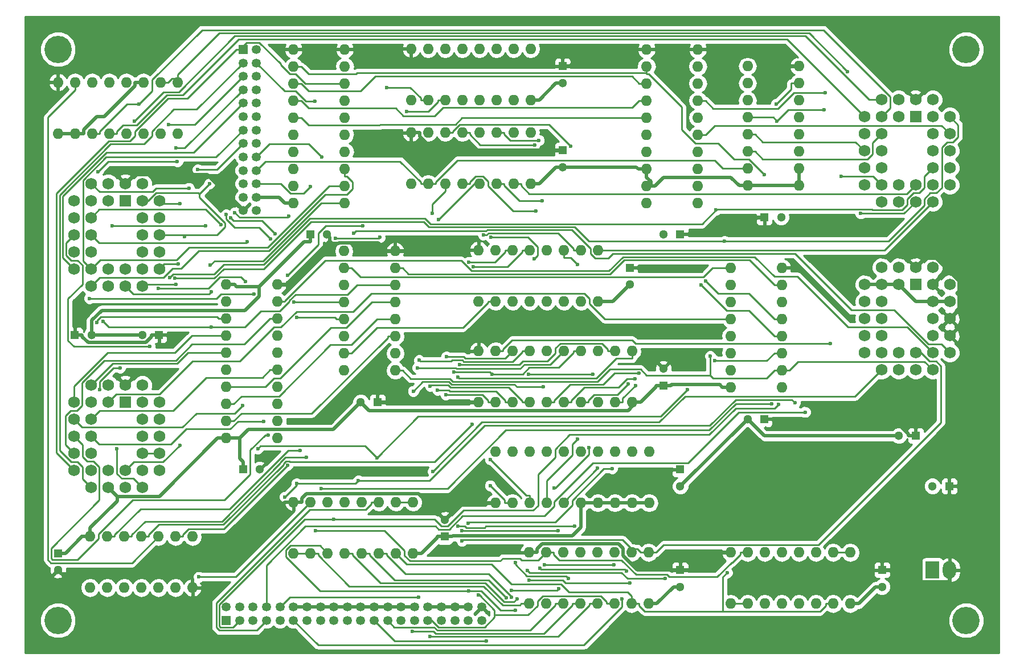
<source format=gtl>
G04 #@! TF.FileFunction,Copper,L1,Top,Signal*
%FSLAX46Y46*%
G04 Gerber Fmt 4.6, Leading zero omitted, Abs format (unit mm)*
G04 Created by KiCad (PCBNEW 4.0.4-snap1-stable) date Mon Oct  8 14:35:49 2018*
%MOMM*%
%LPD*%
G01*
G04 APERTURE LIST*
%ADD10C,0.100000*%
%ADD11O,1.600000X1.600000*%
%ADD12R,1.750000X1.750000*%
%ADD13C,1.750000*%
%ADD14R,2.000000X2.600000*%
%ADD15O,2.000000X2.600000*%
%ADD16R,1.300000X1.300000*%
%ADD17C,1.300000*%
%ADD18R,1.350000X1.350000*%
%ADD19C,1.350000*%
%ADD20C,4.064000*%
%ADD21C,0.600000*%
%ADD22C,0.500000*%
%ADD23C,0.250000*%
%ADD24C,0.254000*%
G04 APERTURE END LIST*
D10*
D11*
X102500000Y-67500000D03*
X102500000Y-70040000D03*
X102500000Y-72580000D03*
X102500000Y-75120000D03*
X102500000Y-77660000D03*
X102500000Y-80200000D03*
X102500000Y-82740000D03*
X102500000Y-85280000D03*
X102500000Y-87820000D03*
X102500000Y-90360000D03*
X110120000Y-90360000D03*
X110120000Y-87820000D03*
X110120000Y-85280000D03*
X110120000Y-82740000D03*
X110120000Y-80200000D03*
X110120000Y-77660000D03*
X110120000Y-75120000D03*
X110120000Y-72580000D03*
X110120000Y-70040000D03*
X110120000Y-67500000D03*
X92500000Y-102500000D03*
X92500000Y-105040000D03*
X92500000Y-107580000D03*
X92500000Y-110120000D03*
X92500000Y-112660000D03*
X92500000Y-115200000D03*
X92500000Y-117740000D03*
X92500000Y-120280000D03*
X92500000Y-122820000D03*
X92500000Y-125360000D03*
X100120000Y-125360000D03*
X100120000Y-122820000D03*
X100120000Y-120280000D03*
X100120000Y-117740000D03*
X100120000Y-115200000D03*
X100120000Y-112660000D03*
X100120000Y-110120000D03*
X100120000Y-107580000D03*
X100120000Y-105040000D03*
X100120000Y-102500000D03*
D12*
X77500000Y-90000000D03*
D13*
X74960000Y-90000000D03*
X80040000Y-90000000D03*
X82580000Y-90000000D03*
X74960000Y-87460000D03*
X72420000Y-87460000D03*
X77500000Y-87460000D03*
X80040000Y-87460000D03*
X72420000Y-90000000D03*
X72420000Y-92540000D03*
X72420000Y-95080000D03*
X72420000Y-97620000D03*
X69880000Y-90000000D03*
X69880000Y-92540000D03*
X69880000Y-95080000D03*
X69880000Y-97620000D03*
X69880000Y-100160000D03*
X72420000Y-100160000D03*
X74960000Y-100160000D03*
X77500000Y-100160000D03*
X72420000Y-102700000D03*
X74960000Y-102700000D03*
X77500000Y-102700000D03*
X80040000Y-102700000D03*
X80040000Y-100160000D03*
X80040000Y-97620000D03*
X80040000Y-95080000D03*
X80040000Y-92540000D03*
X82580000Y-100160000D03*
X82580000Y-97620000D03*
X82580000Y-95080000D03*
X82580000Y-92540000D03*
X82580000Y-90000000D03*
D12*
X77500000Y-120000000D03*
D13*
X74960000Y-120000000D03*
X80040000Y-120000000D03*
X82580000Y-120000000D03*
X74960000Y-117460000D03*
X72420000Y-117460000D03*
X77500000Y-117460000D03*
X80040000Y-117460000D03*
X72420000Y-120000000D03*
X72420000Y-122540000D03*
X72420000Y-125080000D03*
X72420000Y-127620000D03*
X69880000Y-120000000D03*
X69880000Y-122540000D03*
X69880000Y-125080000D03*
X69880000Y-127620000D03*
X69880000Y-130160000D03*
X72420000Y-130160000D03*
X74960000Y-130160000D03*
X77500000Y-130160000D03*
X72420000Y-132700000D03*
X74960000Y-132700000D03*
X77500000Y-132700000D03*
X80040000Y-132700000D03*
X80040000Y-130160000D03*
X80040000Y-127620000D03*
X80040000Y-125080000D03*
X80040000Y-122540000D03*
X82580000Y-130160000D03*
X82580000Y-127620000D03*
X82580000Y-125080000D03*
X82580000Y-122540000D03*
X82580000Y-120000000D03*
D11*
X67500000Y-80000000D03*
X70040000Y-80000000D03*
X72580000Y-80000000D03*
X75120000Y-80000000D03*
X77660000Y-80000000D03*
X80200000Y-80000000D03*
X82740000Y-80000000D03*
X85280000Y-80000000D03*
X85280000Y-72380000D03*
X82740000Y-72380000D03*
X80200000Y-72380000D03*
X77660000Y-72380000D03*
X75120000Y-72380000D03*
X72580000Y-72380000D03*
X70040000Y-72380000D03*
X67500000Y-72380000D03*
D12*
X195000000Y-77500000D03*
D13*
X192460000Y-77500000D03*
X197540000Y-77500000D03*
X200080000Y-77500000D03*
X192460000Y-74960000D03*
X189920000Y-74960000D03*
X195000000Y-74960000D03*
X197540000Y-74960000D03*
X189920000Y-77500000D03*
X189920000Y-80040000D03*
X189920000Y-82580000D03*
X189920000Y-85120000D03*
X187380000Y-77500000D03*
X187380000Y-80040000D03*
X187380000Y-82580000D03*
X187380000Y-85120000D03*
X187380000Y-87660000D03*
X189920000Y-87660000D03*
X192460000Y-87660000D03*
X195000000Y-87660000D03*
X189920000Y-90200000D03*
X192460000Y-90200000D03*
X195000000Y-90200000D03*
X197540000Y-90200000D03*
X197540000Y-87660000D03*
X197540000Y-85120000D03*
X197540000Y-82580000D03*
X197540000Y-80040000D03*
X200080000Y-87660000D03*
X200080000Y-85120000D03*
X200080000Y-82580000D03*
X200080000Y-80040000D03*
X200080000Y-77500000D03*
D11*
X102500000Y-142500000D03*
X105040000Y-142500000D03*
X107580000Y-142500000D03*
X110120000Y-142500000D03*
X112660000Y-142500000D03*
X115200000Y-142500000D03*
X117740000Y-142500000D03*
X120280000Y-142500000D03*
X120280000Y-134880000D03*
X117740000Y-134880000D03*
X115200000Y-134880000D03*
X112660000Y-134880000D03*
X110120000Y-134880000D03*
X107580000Y-134880000D03*
X105040000Y-134880000D03*
X102500000Y-134880000D03*
X137500000Y-150000000D03*
X140040000Y-150000000D03*
X142580000Y-150000000D03*
X145120000Y-150000000D03*
X147660000Y-150000000D03*
X150200000Y-150000000D03*
X152740000Y-150000000D03*
X155280000Y-150000000D03*
X155280000Y-142380000D03*
X152740000Y-142380000D03*
X150200000Y-142380000D03*
X147660000Y-142380000D03*
X145120000Y-142380000D03*
X142580000Y-142380000D03*
X140040000Y-142380000D03*
X137500000Y-142380000D03*
X167500000Y-150000000D03*
X170040000Y-150000000D03*
X172580000Y-150000000D03*
X175120000Y-150000000D03*
X177660000Y-150000000D03*
X180200000Y-150000000D03*
X182740000Y-150000000D03*
X185280000Y-150000000D03*
X185280000Y-142380000D03*
X182740000Y-142380000D03*
X180200000Y-142380000D03*
X177660000Y-142380000D03*
X175120000Y-142380000D03*
X172580000Y-142380000D03*
X170040000Y-142380000D03*
X167500000Y-142380000D03*
X120000000Y-75000000D03*
X122540000Y-75000000D03*
X125080000Y-75000000D03*
X127620000Y-75000000D03*
X130160000Y-75000000D03*
X132700000Y-75000000D03*
X135240000Y-75000000D03*
X137780000Y-75000000D03*
X137780000Y-67380000D03*
X135240000Y-67380000D03*
X132700000Y-67380000D03*
X130160000Y-67380000D03*
X127620000Y-67380000D03*
X125080000Y-67380000D03*
X122540000Y-67380000D03*
X120000000Y-67380000D03*
X120000000Y-87500000D03*
X122540000Y-87500000D03*
X125080000Y-87500000D03*
X127620000Y-87500000D03*
X130160000Y-87500000D03*
X132700000Y-87500000D03*
X135240000Y-87500000D03*
X137780000Y-87500000D03*
X137780000Y-79880000D03*
X135240000Y-79880000D03*
X132700000Y-79880000D03*
X130160000Y-79880000D03*
X127620000Y-79880000D03*
X125080000Y-79880000D03*
X122540000Y-79880000D03*
X120000000Y-79880000D03*
X130000000Y-105000000D03*
X132540000Y-105000000D03*
X135080000Y-105000000D03*
X137620000Y-105000000D03*
X140160000Y-105000000D03*
X142700000Y-105000000D03*
X145240000Y-105000000D03*
X147780000Y-105000000D03*
X147780000Y-97380000D03*
X145240000Y-97380000D03*
X142700000Y-97380000D03*
X140160000Y-97380000D03*
X137620000Y-97380000D03*
X135080000Y-97380000D03*
X132540000Y-97380000D03*
X130000000Y-97380000D03*
D14*
X197500000Y-145000000D03*
D15*
X200040000Y-145000000D03*
D11*
X170000000Y-70000000D03*
X170000000Y-72540000D03*
X170000000Y-75080000D03*
X170000000Y-77620000D03*
X170000000Y-80160000D03*
X170000000Y-82700000D03*
X170000000Y-85240000D03*
X170000000Y-87780000D03*
X177620000Y-87780000D03*
X177620000Y-85240000D03*
X177620000Y-82700000D03*
X177620000Y-80160000D03*
X177620000Y-77620000D03*
X177620000Y-75080000D03*
X177620000Y-72540000D03*
X177620000Y-70000000D03*
X130000000Y-120000000D03*
X132540000Y-120000000D03*
X135080000Y-120000000D03*
X137620000Y-120000000D03*
X140160000Y-120000000D03*
X142700000Y-120000000D03*
X145240000Y-120000000D03*
X147780000Y-120000000D03*
X150320000Y-120000000D03*
X152860000Y-120000000D03*
X152860000Y-112380000D03*
X150320000Y-112380000D03*
X147780000Y-112380000D03*
X145240000Y-112380000D03*
X142700000Y-112380000D03*
X140160000Y-112380000D03*
X137620000Y-112380000D03*
X135080000Y-112380000D03*
X132540000Y-112380000D03*
X130000000Y-112380000D03*
X132500000Y-135000000D03*
X135040000Y-135000000D03*
X137580000Y-135000000D03*
X140120000Y-135000000D03*
X142660000Y-135000000D03*
X145200000Y-135000000D03*
X147740000Y-135000000D03*
X150280000Y-135000000D03*
X152820000Y-135000000D03*
X155360000Y-135000000D03*
X155360000Y-127380000D03*
X152820000Y-127380000D03*
X150280000Y-127380000D03*
X147740000Y-127380000D03*
X145200000Y-127380000D03*
X142660000Y-127380000D03*
X140120000Y-127380000D03*
X137580000Y-127380000D03*
X135040000Y-127380000D03*
X132500000Y-127380000D03*
D16*
X115000000Y-120000000D03*
D17*
X112500000Y-120000000D03*
D16*
X125000000Y-140000000D03*
D17*
X125000000Y-137500000D03*
D16*
X160000000Y-145000000D03*
D17*
X160000000Y-147500000D03*
D16*
X160000000Y-130000000D03*
D17*
X160000000Y-132500000D03*
D16*
X95000000Y-130000000D03*
D17*
X97500000Y-130000000D03*
D16*
X160000000Y-95000000D03*
D17*
X157500000Y-95000000D03*
D16*
X157500000Y-117500000D03*
D17*
X157500000Y-115000000D03*
D16*
X152500000Y-100000000D03*
D17*
X152500000Y-102500000D03*
D16*
X142500000Y-82500000D03*
D17*
X142500000Y-85000000D03*
D16*
X142500000Y-70000000D03*
D17*
X142500000Y-72500000D03*
D16*
X105000000Y-95000000D03*
D17*
X107500000Y-95000000D03*
D16*
X67500000Y-142500000D03*
D17*
X67500000Y-145000000D03*
D16*
X70000000Y-110000000D03*
D17*
X72500000Y-110000000D03*
D16*
X82500000Y-110000000D03*
D17*
X80000000Y-110000000D03*
D16*
X172500000Y-92500000D03*
D17*
X175000000Y-92500000D03*
D16*
X190000000Y-145000000D03*
D17*
X190000000Y-147500000D03*
D16*
X172500000Y-122500000D03*
D17*
X170000000Y-122500000D03*
D16*
X195000000Y-125000000D03*
D17*
X192500000Y-125000000D03*
D11*
X110000000Y-97500000D03*
X110000000Y-100040000D03*
X110000000Y-102580000D03*
X110000000Y-105120000D03*
X110000000Y-107660000D03*
X110000000Y-110200000D03*
X110000000Y-112740000D03*
X110000000Y-115280000D03*
X117620000Y-115280000D03*
X117620000Y-112740000D03*
X117620000Y-110200000D03*
X117620000Y-107660000D03*
X117620000Y-105120000D03*
X117620000Y-102580000D03*
X117620000Y-100040000D03*
X117620000Y-97500000D03*
X167500000Y-100000000D03*
X167500000Y-102540000D03*
X167500000Y-105080000D03*
X167500000Y-107620000D03*
X167500000Y-110160000D03*
X167500000Y-112700000D03*
X167500000Y-115240000D03*
X167500000Y-117780000D03*
X175120000Y-117780000D03*
X175120000Y-115240000D03*
X175120000Y-112700000D03*
X175120000Y-110160000D03*
X175120000Y-107620000D03*
X175120000Y-105080000D03*
X175120000Y-102540000D03*
X175120000Y-100000000D03*
D18*
X95000000Y-67500000D03*
D19*
X95000000Y-69500000D03*
X95000000Y-71500000D03*
X95000000Y-73500000D03*
X95000000Y-75500000D03*
X95000000Y-77500000D03*
X95000000Y-79500000D03*
X95000000Y-81500000D03*
X95000000Y-83500000D03*
X95000000Y-85500000D03*
X95000000Y-87500000D03*
X95000000Y-89500000D03*
X95000000Y-91500000D03*
X97000000Y-67500000D03*
X97000000Y-69500000D03*
X97000000Y-71500000D03*
X97000000Y-73500000D03*
X97000000Y-75500000D03*
X97000000Y-77500000D03*
X97000000Y-79500000D03*
X97000000Y-81500000D03*
X97000000Y-83500000D03*
X97000000Y-85500000D03*
X97000000Y-87500000D03*
X97000000Y-89500000D03*
X97000000Y-91500000D03*
D11*
X87500000Y-140000000D03*
X84960000Y-140000000D03*
X82420000Y-140000000D03*
X79880000Y-140000000D03*
X77340000Y-140000000D03*
X74800000Y-140000000D03*
X72260000Y-140000000D03*
X72260000Y-147620000D03*
X74800000Y-147620000D03*
X77340000Y-147620000D03*
X79880000Y-147620000D03*
X82420000Y-147620000D03*
X84960000Y-147620000D03*
X87500000Y-147620000D03*
D18*
X92500000Y-152500000D03*
D19*
X94500000Y-152500000D03*
X96500000Y-152500000D03*
X98500000Y-152500000D03*
X100500000Y-152500000D03*
X102500000Y-152500000D03*
X104500000Y-152500000D03*
X106500000Y-152500000D03*
X108500000Y-152500000D03*
X110500000Y-152500000D03*
X112500000Y-152500000D03*
X114500000Y-152500000D03*
X116500000Y-152500000D03*
X118500000Y-152500000D03*
X120500000Y-152500000D03*
X122500000Y-152500000D03*
X124500000Y-152500000D03*
X126500000Y-152500000D03*
X128500000Y-152500000D03*
X130500000Y-152500000D03*
X92500000Y-150500000D03*
X94500000Y-150500000D03*
X96500000Y-150500000D03*
X98500000Y-150500000D03*
X100500000Y-150500000D03*
X102500000Y-150500000D03*
X104500000Y-150500000D03*
X106500000Y-150500000D03*
X108500000Y-150500000D03*
X110500000Y-150500000D03*
X112500000Y-150500000D03*
X114500000Y-150500000D03*
X116500000Y-150500000D03*
X118500000Y-150500000D03*
X120500000Y-150500000D03*
X122500000Y-150500000D03*
X124500000Y-150500000D03*
X126500000Y-150500000D03*
X128500000Y-150500000D03*
X130500000Y-150500000D03*
D16*
X200000000Y-132500000D03*
D17*
X197500000Y-132500000D03*
D12*
X195000000Y-102500000D03*
D13*
X192460000Y-102500000D03*
X197540000Y-102500000D03*
X200080000Y-102500000D03*
X192460000Y-99960000D03*
X189920000Y-99960000D03*
X195000000Y-99960000D03*
X197540000Y-99960000D03*
X189920000Y-102500000D03*
X189920000Y-105040000D03*
X189920000Y-107580000D03*
X189920000Y-110120000D03*
X187380000Y-102500000D03*
X187380000Y-105040000D03*
X187380000Y-107580000D03*
X187380000Y-110120000D03*
X187380000Y-112660000D03*
X189920000Y-112660000D03*
X192460000Y-112660000D03*
X195000000Y-112660000D03*
X189920000Y-115200000D03*
X192460000Y-115200000D03*
X195000000Y-115200000D03*
X197540000Y-115200000D03*
X197540000Y-112660000D03*
X197540000Y-110120000D03*
X197540000Y-107580000D03*
X197540000Y-105040000D03*
X200080000Y-112660000D03*
X200080000Y-110120000D03*
X200080000Y-107580000D03*
X200080000Y-105040000D03*
X200080000Y-102500000D03*
D11*
X155000000Y-67500000D03*
X155000000Y-70040000D03*
X155000000Y-72580000D03*
X155000000Y-75120000D03*
X155000000Y-77660000D03*
X155000000Y-80200000D03*
X155000000Y-82740000D03*
X155000000Y-85280000D03*
X155000000Y-87820000D03*
X155000000Y-90360000D03*
X162620000Y-90360000D03*
X162620000Y-87820000D03*
X162620000Y-85280000D03*
X162620000Y-82740000D03*
X162620000Y-80200000D03*
X162620000Y-77660000D03*
X162620000Y-75120000D03*
X162620000Y-72580000D03*
X162620000Y-70040000D03*
X162620000Y-67500000D03*
D20*
X67500000Y-67500000D03*
X202500000Y-67500000D03*
X202500000Y-152500000D03*
X67500000Y-152500000D03*
D21*
X172476000Y-86123300D03*
X106590000Y-132856500D03*
X173579800Y-120271800D03*
X94950500Y-120496000D03*
X73263700Y-108126400D03*
X108494200Y-137436800D03*
X174604900Y-120354200D03*
X163786700Y-101926100D03*
X163078500Y-102527700D03*
X101242400Y-134103000D03*
X102971600Y-132141100D03*
X112165500Y-131680200D03*
X177037200Y-120099200D03*
X165132000Y-113825300D03*
X114883600Y-128266800D03*
X97190600Y-126899900D03*
X161029000Y-118159000D03*
X127566500Y-139126100D03*
X141884100Y-139096500D03*
X74167300Y-107942700D03*
X90263800Y-108850000D03*
X151364100Y-149312900D03*
X89457600Y-93740300D03*
X75516100Y-93740300D03*
X73397400Y-85678500D03*
X85246400Y-84155600D03*
X126952400Y-138493600D03*
X144302500Y-138456700D03*
X86950800Y-88148300D03*
X139789200Y-144229500D03*
X150133300Y-144229500D03*
X88275100Y-85361200D03*
X90156000Y-99574100D03*
X90261400Y-103589300D03*
X85054500Y-82187500D03*
X83953700Y-78641300D03*
X96637000Y-103910600D03*
X72160800Y-104556400D03*
X95651100Y-96163600D03*
X95328000Y-102030000D03*
X82399700Y-103076600D03*
X81148000Y-111713600D03*
X91695600Y-93593300D03*
X166955000Y-145398200D03*
X116398500Y-73160500D03*
X105793600Y-139132800D03*
X106694000Y-83543600D03*
X174245900Y-75640200D03*
X88413400Y-146020200D03*
X98079700Y-122844100D03*
X105711100Y-75215100D03*
X112813600Y-93749500D03*
X101640200Y-101126300D03*
X98730900Y-124901900D03*
X181588400Y-73954600D03*
X85607000Y-126410700D03*
X85627500Y-90436000D03*
X165292000Y-91411400D03*
X84079400Y-101485500D03*
X85018100Y-102439900D03*
X76259300Y-126960900D03*
X73690000Y-118160300D03*
X76735800Y-114901700D03*
X85353000Y-99458200D03*
X84898700Y-101562300D03*
X166590800Y-96050900D03*
X79512300Y-75663600D03*
X178557100Y-121482900D03*
X123231000Y-130307500D03*
X78835500Y-78167400D03*
X121138600Y-149068300D03*
X128438300Y-138055200D03*
X149888100Y-129889300D03*
X183947200Y-86390000D03*
X186846500Y-91926500D03*
X125237300Y-113245000D03*
X135489800Y-151006900D03*
X128590700Y-148076700D03*
X119340600Y-76732100D03*
X121179200Y-113765700D03*
X135737400Y-149250500D03*
X131835700Y-95448400D03*
X138297200Y-98630400D03*
X120311900Y-118358200D03*
X139656700Y-117742800D03*
X134111300Y-149100400D03*
X120971700Y-114885100D03*
X131219400Y-155537600D03*
X134911700Y-149030700D03*
X132009100Y-115839100D03*
X126390000Y-115510400D03*
X123138600Y-91890600D03*
X120149700Y-154149800D03*
X146447500Y-126771800D03*
X141253700Y-132788800D03*
X138529800Y-91515400D03*
X122811000Y-154878900D03*
X127190400Y-114416300D03*
X143404900Y-146257100D03*
X135473400Y-143893000D03*
X124063300Y-92843300D03*
X126968000Y-116289400D03*
X129975700Y-148720600D03*
X139462400Y-90004500D03*
X134940200Y-148039800D03*
X141921000Y-147800300D03*
X137557100Y-146490800D03*
X152549800Y-146913600D03*
X139109600Y-144731900D03*
X151986200Y-145105800D03*
X137279000Y-145054800D03*
X157743200Y-146273600D03*
X153849100Y-115721100D03*
X122832500Y-117590600D03*
X123928600Y-118191600D03*
X125133800Y-118874700D03*
X138989700Y-81035000D03*
X153333300Y-117532900D03*
X137441200Y-115849000D03*
X147042800Y-115818800D03*
X138335300Y-81705000D03*
X152228000Y-117271500D03*
X143670700Y-81899300D03*
X153314900Y-116523900D03*
X130728300Y-95104100D03*
X144740200Y-99536200D03*
X147711700Y-129839200D03*
X144732600Y-125523800D03*
X129256100Y-99841700D03*
X131749500Y-128539200D03*
X128570400Y-99148500D03*
X131743300Y-132429600D03*
X101630500Y-129399500D03*
X184882600Y-70774600D03*
X86279000Y-95345300D03*
X90005400Y-87483900D03*
X105049200Y-87913900D03*
X111420400Y-94831400D03*
X182281200Y-111294100D03*
X127536900Y-140671200D03*
X164451100Y-113151400D03*
X104385500Y-128226700D03*
X115319800Y-95470000D03*
X108770900Y-95614500D03*
X92493500Y-92077600D03*
X99074700Y-95708400D03*
X102534400Y-105120000D03*
X93181700Y-92555600D03*
X99784300Y-94929000D03*
X102996600Y-107414600D03*
X93797400Y-91783700D03*
X101836500Y-92317100D03*
X129023600Y-123322700D03*
X181390200Y-76494600D03*
X174380600Y-78141200D03*
X103528900Y-127178600D03*
D22*
X167500000Y-142380000D02*
X166249700Y-142380000D01*
X130000000Y-97380000D02*
X128749700Y-97380000D01*
X110120000Y-67500000D02*
X102500000Y-67500000D01*
X163629700Y-145000000D02*
X160000000Y-145000000D01*
X166249700Y-142380000D02*
X163629700Y-145000000D01*
X137500000Y-142380000D02*
X138750300Y-142380000D01*
X138750300Y-141836100D02*
X138750300Y-142380000D01*
X139477900Y-141108500D02*
X138750300Y-141836100D01*
X150789700Y-141108500D02*
X139477900Y-141108500D01*
X151470000Y-141788800D02*
X150789700Y-141108500D01*
X151470000Y-142887700D02*
X151470000Y-141788800D01*
X153582300Y-145000000D02*
X151470000Y-142887700D01*
X158899700Y-145000000D02*
X153582300Y-145000000D01*
X160000000Y-145000000D02*
X158899700Y-145000000D01*
X111490300Y-67380000D02*
X111370300Y-67500000D01*
X120000000Y-67380000D02*
X111490300Y-67380000D01*
X110120000Y-67500000D02*
X111370300Y-67500000D01*
X191674800Y-122500000D02*
X172500000Y-122500000D01*
X193899700Y-124724900D02*
X191674800Y-122500000D01*
X193899700Y-125000000D02*
X193899700Y-124724900D01*
X195000000Y-125000000D02*
X193899700Y-125000000D01*
X128629700Y-97500000D02*
X117620000Y-97500000D01*
X128749700Y-97380000D02*
X128629700Y-97500000D01*
X117620000Y-97500000D02*
X116369700Y-97500000D01*
X130000000Y-120000000D02*
X128749700Y-120000000D01*
X115000000Y-120000000D02*
X116100300Y-120000000D01*
X78843100Y-86116900D02*
X77500000Y-87460000D01*
X89735000Y-86116900D02*
X78843100Y-86116900D01*
X95000000Y-91381900D02*
X89735000Y-86116900D01*
X95000000Y-91500000D02*
X95000000Y-91381900D01*
X102500000Y-134880000D02*
X101249700Y-134880000D01*
X127500000Y-135000000D02*
X125000000Y-137500000D01*
X132500000Y-135000000D02*
X127500000Y-135000000D01*
X102500000Y-134880000D02*
X103750300Y-134880000D01*
X103750300Y-134336100D02*
X103750300Y-134880000D01*
X104456800Y-133629600D02*
X103750300Y-134336100D01*
X121129600Y-133629600D02*
X104456800Y-133629600D01*
X125000000Y-137500000D02*
X121129600Y-133629600D01*
X100120000Y-102500000D02*
X101370300Y-102500000D01*
X146100300Y-67500000D02*
X155000000Y-67500000D01*
X143600300Y-70000000D02*
X146100300Y-67500000D01*
X142500000Y-70000000D02*
X143600300Y-70000000D01*
X81399700Y-110278600D02*
X81399700Y-110000000D01*
X80540100Y-111138200D02*
X81399700Y-110278600D01*
X71963400Y-111138200D02*
X80540100Y-111138200D01*
X71100300Y-110275100D02*
X71963400Y-111138200D01*
X71100300Y-110000000D02*
X71100300Y-110275100D01*
X70000000Y-110000000D02*
X71100300Y-110000000D01*
X82500000Y-110000000D02*
X81399700Y-110000000D01*
X201430500Y-101967700D02*
X199751400Y-100288600D01*
X201430500Y-106229500D02*
X201430500Y-101967700D01*
X200080000Y-107580000D02*
X201430500Y-106229500D01*
X196370600Y-98589400D02*
X195000000Y-99960000D01*
X198052200Y-98589400D02*
X196370600Y-98589400D01*
X199751400Y-100288600D02*
X198052200Y-98589400D01*
X199751400Y-100288600D02*
X197540000Y-102500000D01*
X192850600Y-146750300D02*
X191100300Y-145000000D01*
X200040000Y-146750300D02*
X192850600Y-146750300D01*
X200040000Y-145000000D02*
X200040000Y-146750300D01*
X190000000Y-145000000D02*
X191100300Y-145000000D01*
X155000000Y-67500000D02*
X162620000Y-67500000D01*
X173869700Y-67500000D02*
X176369700Y-70000000D01*
X162620000Y-67500000D02*
X173869700Y-67500000D01*
X177620000Y-70000000D02*
X176369700Y-70000000D01*
X87500000Y-147620000D02*
X87500000Y-146369700D01*
X68027000Y-145527000D02*
X67500000Y-145000000D01*
X87290100Y-145527000D02*
X68027000Y-145527000D01*
X87290100Y-146159800D02*
X87500000Y-146369700D01*
X87290100Y-145527000D02*
X87290100Y-146159800D01*
X115119400Y-96249700D02*
X116369700Y-97500000D01*
X109332800Y-96249700D02*
X115119400Y-96249700D01*
X109176500Y-96406000D02*
X109332800Y-96249700D01*
X108306800Y-96406000D02*
X109176500Y-96406000D01*
X107926200Y-96025400D02*
X108306800Y-96406000D01*
X101451600Y-102500000D02*
X107926200Y-96025400D01*
X101370300Y-102500000D02*
X101451600Y-102500000D01*
X107926200Y-95426200D02*
X107500000Y-95000000D01*
X107926200Y-96025400D02*
X107926200Y-95426200D01*
X168899700Y-95000000D02*
X171399700Y-92500000D01*
X160000000Y-95000000D02*
X168899700Y-95000000D01*
X172500000Y-92500000D02*
X171399700Y-92500000D01*
X87788800Y-145028300D02*
X87290100Y-145527000D01*
X91101400Y-145028300D02*
X87788800Y-145028300D01*
X101249700Y-134880000D02*
X91101400Y-145028300D01*
X116100300Y-120000000D02*
X128749700Y-120000000D01*
X123323300Y-82500000D02*
X142500000Y-82500000D01*
X121250300Y-80427000D02*
X123323300Y-82500000D01*
X121250300Y-79880000D02*
X121250300Y-80427000D01*
X120000000Y-79880000D02*
X121250300Y-79880000D01*
D23*
X155000000Y-70040000D02*
X155000000Y-70957700D01*
X155000000Y-70957700D02*
X155000000Y-70975400D01*
X155000000Y-70975400D02*
X155000000Y-71165300D01*
X104750600Y-71165300D02*
X103625300Y-70040000D01*
X111763100Y-71165300D02*
X104750600Y-71165300D01*
X111953000Y-70975400D02*
X111763100Y-71165300D01*
X155000000Y-70975400D02*
X111953000Y-70975400D01*
X102500000Y-70040000D02*
X103625300Y-70040000D01*
X93751900Y-121694600D02*
X94950500Y-120496000D01*
X88053600Y-121694600D02*
X93751900Y-121694600D01*
X85995800Y-123752400D02*
X88053600Y-121694600D01*
X71092400Y-123752400D02*
X85995800Y-123752400D01*
X69880000Y-122540000D02*
X71092400Y-123752400D01*
X170187600Y-83834900D02*
X172476000Y-86123300D01*
X167969700Y-83834900D02*
X170187600Y-83834900D01*
X165604800Y-81470000D02*
X167969700Y-83834900D01*
X162257600Y-81470000D02*
X165604800Y-81470000D01*
X160196100Y-79408500D02*
X162257600Y-81470000D01*
X160196100Y-76080100D02*
X160196100Y-79408500D01*
X155281300Y-71165300D02*
X160196100Y-76080100D01*
X155000000Y-71165300D02*
X155281300Y-71165300D01*
X168233800Y-120271800D02*
X173579800Y-120271800D01*
X164317000Y-124188600D02*
X168233800Y-120271800D01*
X134051200Y-124188600D02*
X164317000Y-124188600D01*
X125383300Y-132856500D02*
X134051200Y-124188600D01*
X106590000Y-132856500D02*
X125383300Y-132856500D01*
X73263700Y-107897900D02*
X73263700Y-108126400D01*
X73856100Y-107305500D02*
X73263700Y-107897900D01*
X91100200Y-107305500D02*
X73856100Y-107305500D01*
X91374700Y-107580000D02*
X91100200Y-107305500D01*
X92500000Y-107580000D02*
X91374700Y-107580000D01*
X104148500Y-137436800D02*
X108494200Y-137436800D01*
X91465300Y-150120000D02*
X104148500Y-137436800D01*
X91465300Y-153322700D02*
X91465300Y-150120000D01*
X91643000Y-153500400D02*
X91465300Y-153322700D01*
X93499600Y-153500400D02*
X91643000Y-153500400D01*
X94500000Y-152500000D02*
X93499600Y-153500400D01*
X123436300Y-137436800D02*
X108494200Y-137436800D01*
X124475000Y-138475500D02*
X123436300Y-137436800D01*
X125449100Y-138475500D02*
X124475000Y-138475500D01*
X127799200Y-136125400D02*
X125449100Y-138475500D01*
X138116400Y-136125400D02*
X127799200Y-136125400D01*
X138850000Y-135391800D02*
X138116400Y-136125400D01*
X138850000Y-130754100D02*
X138850000Y-135391800D01*
X141390000Y-128214100D02*
X138850000Y-130754100D01*
X141390000Y-127005700D02*
X141390000Y-128214100D01*
X143531700Y-124864000D02*
X141390000Y-127005700D01*
X164278500Y-124864000D02*
X143531700Y-124864000D01*
X168243600Y-120898900D02*
X164278500Y-124864000D01*
X174060200Y-120898900D02*
X168243600Y-120898900D01*
X174604900Y-120354200D02*
X174060200Y-120898900D01*
X104750600Y-73705300D02*
X103625300Y-72580000D01*
X112454600Y-73705300D02*
X104750600Y-73705300D01*
X114635300Y-71524600D02*
X112454600Y-73705300D01*
X152819300Y-71524600D02*
X114635300Y-71524600D01*
X153874700Y-72580000D02*
X152819300Y-71524600D01*
X155000000Y-72580000D02*
X153874700Y-72580000D01*
X102500000Y-72580000D02*
X103625300Y-72580000D01*
X165670600Y-103810000D02*
X163786700Y-101926100D01*
X170184700Y-103810000D02*
X165670600Y-103810000D01*
X173994700Y-107620000D02*
X170184700Y-103810000D01*
X175120000Y-107620000D02*
X173994700Y-107620000D01*
X92500000Y-110120000D02*
X91374700Y-110120000D01*
X155000000Y-75120000D02*
X153874700Y-75120000D01*
X102500000Y-75120000D02*
X103625300Y-75120000D01*
X175120000Y-110160000D02*
X173994700Y-110160000D01*
X69880000Y-117647600D02*
X69880000Y-120000000D01*
X74868500Y-112659100D02*
X69880000Y-117647600D01*
X84883100Y-112659100D02*
X74868500Y-112659100D01*
X87422200Y-110120000D02*
X84883100Y-112659100D01*
X91374700Y-110120000D02*
X87422200Y-110120000D01*
X152869300Y-76125400D02*
X153874700Y-75120000D01*
X124703000Y-76125400D02*
X152869300Y-76125400D01*
X123451700Y-77376700D02*
X124703000Y-76125400D01*
X118836600Y-77376700D02*
X123451700Y-77376700D01*
X117705200Y-76245300D02*
X118836600Y-77376700D01*
X104750600Y-76245300D02*
X117705200Y-76245300D01*
X103625300Y-75120000D02*
X104750600Y-76245300D01*
X166900800Y-106350000D02*
X163078500Y-102527700D01*
X170184700Y-106350000D02*
X166900800Y-106350000D01*
X173994700Y-110160000D02*
X170184700Y-106350000D01*
X102971600Y-132373800D02*
X102971600Y-132141100D01*
X101242400Y-134103000D02*
X102971600Y-132373800D01*
X111704600Y-132141100D02*
X112165500Y-131680200D01*
X102971600Y-132141100D02*
X111704600Y-132141100D01*
X176583800Y-119645800D02*
X177037200Y-120099200D01*
X168222900Y-119645800D02*
X176583800Y-119645800D01*
X164369500Y-123499200D02*
X168222900Y-119645800D01*
X130935200Y-123499200D02*
X164369500Y-123499200D01*
X122754200Y-131680200D02*
X130935200Y-123499200D01*
X112165500Y-131680200D02*
X122754200Y-131680200D01*
X92500000Y-112660000D02*
X91374700Y-112660000D01*
X115200000Y-134880000D02*
X114074700Y-134880000D01*
X155000000Y-77660000D02*
X153874700Y-77660000D01*
X102500000Y-77660000D02*
X103625300Y-77660000D01*
X175120000Y-112700000D02*
X173994700Y-112700000D01*
X172869400Y-113825300D02*
X165132000Y-113825300D01*
X173994700Y-112700000D02*
X172869400Y-113825300D01*
X97567500Y-126523000D02*
X97190600Y-126899900D01*
X113139800Y-126523000D02*
X97567500Y-126523000D01*
X114883600Y-128266800D02*
X113139800Y-126523000D01*
X121046800Y-122103600D02*
X114883600Y-128266800D01*
X157084400Y-122103600D02*
X121046800Y-122103600D01*
X161029000Y-118159000D02*
X157084400Y-122103600D01*
X114074700Y-135161400D02*
X114074700Y-134880000D01*
X113230800Y-136005300D02*
X114074700Y-135161400D01*
X104915700Y-136005300D02*
X113230800Y-136005300D01*
X91014900Y-149906100D02*
X104915700Y-136005300D01*
X91014900Y-153509200D02*
X91014900Y-149906100D01*
X91477500Y-153971800D02*
X91014900Y-153509200D01*
X97028200Y-153971800D02*
X91477500Y-153971800D01*
X98500000Y-152500000D02*
X97028200Y-153971800D01*
X86793000Y-112660000D02*
X91374700Y-112660000D01*
X85217800Y-114235200D02*
X86793000Y-112660000D01*
X75644800Y-114235200D02*
X85217800Y-114235200D01*
X72420000Y-117460000D02*
X75644800Y-114235200D01*
X104750600Y-78785300D02*
X103625300Y-77660000D01*
X115270000Y-78785300D02*
X104750600Y-78785300D01*
X115390300Y-78665000D02*
X115270000Y-78785300D01*
X126565500Y-78665000D02*
X115390300Y-78665000D01*
X127570500Y-77660000D02*
X126565500Y-78665000D01*
X153874700Y-77660000D02*
X127570500Y-77660000D01*
X75074600Y-108850000D02*
X90263800Y-108850000D01*
X74167300Y-107942700D02*
X75074600Y-108850000D01*
X111945000Y-102580000D02*
X117620000Y-102580000D01*
X110530400Y-103994600D02*
X111945000Y-102580000D01*
X102775500Y-103994600D02*
X110530400Y-103994600D01*
X101909100Y-104861000D02*
X102775500Y-103994600D01*
X101909100Y-105013100D02*
X101909100Y-104861000D01*
X100467600Y-106454600D02*
X101909100Y-105013100D01*
X97639700Y-106454600D02*
X100467600Y-106454600D01*
X95244300Y-108850000D02*
X97639700Y-106454600D01*
X90263800Y-108850000D02*
X95244300Y-108850000D01*
X141849800Y-139130800D02*
X141884100Y-139096500D01*
X127571200Y-139130800D02*
X141849800Y-139130800D01*
X127566500Y-139126100D02*
X127571200Y-139130800D01*
X92500000Y-117740000D02*
X93625300Y-117740000D01*
X98319800Y-117740000D02*
X93625300Y-117740000D01*
X99589800Y-116470000D02*
X98319800Y-117740000D01*
X100510900Y-116470000D02*
X99589800Y-116470000D01*
X108050900Y-108930000D02*
X100510900Y-116470000D01*
X110388100Y-108930000D02*
X108050900Y-108930000D01*
X114198100Y-105120000D02*
X110388100Y-108930000D01*
X117620000Y-105120000D02*
X114198100Y-105120000D01*
X151364100Y-150480400D02*
X151364100Y-149312900D01*
X145676800Y-156167700D02*
X151364100Y-150480400D01*
X106167700Y-156167700D02*
X145676800Y-156167700D01*
X102500000Y-152500000D02*
X106167700Y-156167700D01*
X75516100Y-93740300D02*
X89457600Y-93740300D01*
X114935400Y-107660000D02*
X117620000Y-107660000D01*
X111125400Y-111470000D02*
X114935400Y-107660000D01*
X108021600Y-111470000D02*
X111125400Y-111470000D01*
X100336900Y-119154700D02*
X108021600Y-111470000D01*
X94750600Y-119154700D02*
X100336900Y-119154700D01*
X93625300Y-120280000D02*
X94750600Y-119154700D01*
X92500000Y-120280000D02*
X93625300Y-120280000D01*
X74920300Y-84155600D02*
X85246400Y-84155600D01*
X73397400Y-85678500D02*
X74920300Y-84155600D01*
X131107600Y-138456700D02*
X144302500Y-138456700D01*
X130883800Y-138680500D02*
X131107600Y-138456700D01*
X128179300Y-138680500D02*
X130883800Y-138680500D01*
X127992400Y-138493600D02*
X128179300Y-138680500D01*
X126952400Y-138493600D02*
X127992400Y-138493600D01*
X117620000Y-110200000D02*
X116494700Y-110200000D01*
X92500000Y-122820000D02*
X93625300Y-122820000D01*
X94750600Y-121694700D02*
X93625300Y-122820000D01*
X105207600Y-121694700D02*
X94750600Y-121694700D01*
X116494700Y-110407600D02*
X105207600Y-121694700D01*
X116494700Y-110200000D02*
X116494700Y-110407600D01*
X139789200Y-144229500D02*
X150133300Y-144229500D01*
X82097300Y-88148300D02*
X86950800Y-88148300D01*
X81547600Y-88698000D02*
X82097300Y-88148300D01*
X73658000Y-88698000D02*
X81547600Y-88698000D01*
X72420000Y-87460000D02*
X73658000Y-88698000D01*
D22*
X128500000Y-150500000D02*
X126500000Y-150500000D01*
X126500000Y-150500000D02*
X124500000Y-150500000D01*
X124500000Y-150500000D02*
X122500000Y-150500000D01*
X106500000Y-150500000D02*
X104500000Y-150500000D01*
X104500000Y-150500000D02*
X102500000Y-150500000D01*
X189030300Y-147500000D02*
X186530300Y-150000000D01*
X190000000Y-147500000D02*
X189030300Y-147500000D01*
X185280000Y-150000000D02*
X186530300Y-150000000D01*
X147780000Y-105000000D02*
X149030300Y-105000000D01*
X156399700Y-117710600D02*
X154110300Y-120000000D01*
X156399700Y-117500000D02*
X156399700Y-117710600D01*
X157500000Y-117500000D02*
X156399700Y-117500000D01*
X155280000Y-150000000D02*
X156530300Y-150000000D01*
X157500000Y-117500000D02*
X158600300Y-117500000D01*
X92500000Y-102500000D02*
X93750300Y-102500000D01*
X157520300Y-86550000D02*
X156250300Y-87820000D01*
X167519700Y-86550000D02*
X157520300Y-86550000D01*
X168749700Y-87780000D02*
X167519700Y-86550000D01*
X170000000Y-87780000D02*
X168749700Y-87780000D01*
X70040000Y-80000000D02*
X67500000Y-80000000D01*
X200080000Y-105040000D02*
X197540000Y-105040000D01*
X187380000Y-102500000D02*
X189920000Y-102500000D01*
X155360000Y-135000000D02*
X152820000Y-135000000D01*
X152820000Y-135000000D02*
X150280000Y-135000000D01*
X152860000Y-120000000D02*
X153485200Y-120000000D01*
X153485200Y-120000000D02*
X154110300Y-120000000D01*
X116500000Y-150500000D02*
X114500000Y-150500000D01*
X114500000Y-150500000D02*
X112500000Y-150500000D01*
X112500000Y-150500000D02*
X110500000Y-150500000D01*
X150000000Y-105000000D02*
X152500000Y-102500000D01*
X149030300Y-105000000D02*
X150000000Y-105000000D01*
X110500000Y-150500000D02*
X108500000Y-150500000D01*
X108500000Y-150500000D02*
X106500000Y-150500000D01*
X159030300Y-147500000D02*
X160000000Y-147500000D01*
X156530300Y-150000000D02*
X159030300Y-147500000D01*
X72500000Y-110000000D02*
X80000000Y-110000000D01*
X71290300Y-79456100D02*
X71290300Y-80000000D01*
X73266800Y-77479600D02*
X71290300Y-79456100D01*
X74397100Y-77479600D02*
X73266800Y-77479600D01*
X78949700Y-72927000D02*
X74397100Y-77479600D01*
X78949700Y-72380000D02*
X78949700Y-72927000D01*
X80200000Y-72380000D02*
X78949700Y-72380000D01*
X70040000Y-80000000D02*
X71290300Y-80000000D01*
X141530300Y-72500000D02*
X139030300Y-75000000D01*
X142500000Y-72500000D02*
X141530300Y-72500000D01*
X137780000Y-75000000D02*
X139030300Y-75000000D01*
X145200000Y-135000000D02*
X145200000Y-136250300D01*
X105000000Y-95000000D02*
X105000000Y-96100300D01*
X145200000Y-135000000D02*
X146450300Y-135000000D01*
X150280000Y-135000000D02*
X147740000Y-135000000D01*
X147740000Y-135000000D02*
X146450300Y-135000000D01*
X167500000Y-117780000D02*
X166249700Y-117780000D01*
X189920000Y-102500000D02*
X192460000Y-102500000D01*
X195000000Y-105040000D02*
X197540000Y-105040000D01*
X192460000Y-102500000D02*
X195000000Y-105040000D01*
X71009700Y-140090600D02*
X68600300Y-142500000D01*
X71009700Y-140000000D02*
X71009700Y-140090600D01*
X67500000Y-142500000D02*
X68600300Y-142500000D01*
X72260000Y-140000000D02*
X71009700Y-140000000D01*
X100389700Y-89500000D02*
X101249700Y-90360000D01*
X97000000Y-89500000D02*
X100389700Y-89500000D01*
X102500000Y-90360000D02*
X101249700Y-90360000D01*
X155000000Y-85280000D02*
X153749700Y-85280000D01*
X72260000Y-140000000D02*
X72260000Y-138749700D01*
X92500000Y-125360000D02*
X91249700Y-125360000D01*
X82584300Y-134025400D02*
X91249700Y-125360000D01*
X76285400Y-134025400D02*
X82584300Y-134025400D01*
X74960000Y-132700000D02*
X76285400Y-134025400D01*
X76285400Y-134724300D02*
X72260000Y-138749700D01*
X76285400Y-134025400D02*
X76285400Y-134724300D01*
X113753200Y-121253200D02*
X112500000Y-120000000D01*
X152232000Y-121253200D02*
X113753200Y-121253200D01*
X153485200Y-120000000D02*
X152232000Y-121253200D01*
X95000000Y-130000000D02*
X95000000Y-128899700D01*
X94503300Y-125360000D02*
X92500000Y-125360000D01*
X94503300Y-128403000D02*
X95000000Y-128899700D01*
X94503300Y-125360000D02*
X94503300Y-128403000D01*
X120500000Y-150500000D02*
X118500000Y-150500000D01*
X118500000Y-150500000D02*
X116500000Y-150500000D01*
X125550200Y-140000000D02*
X126100300Y-140000000D01*
X125550200Y-140000000D02*
X125000000Y-140000000D01*
X123899700Y-140130600D02*
X121530300Y-142500000D01*
X123899700Y-140000000D02*
X123899700Y-140130600D01*
X120280000Y-142500000D02*
X121530300Y-142500000D01*
X125000000Y-140000000D02*
X123899700Y-140000000D01*
X170000000Y-122500000D02*
X160000000Y-132500000D01*
X172500000Y-125000000D02*
X170000000Y-122500000D01*
X192500000Y-125000000D02*
X172500000Y-125000000D01*
X155000000Y-87820000D02*
X155625200Y-87820000D01*
X155625200Y-87820000D02*
X156250300Y-87820000D01*
X155625200Y-87155500D02*
X155000000Y-86530300D01*
X155625200Y-87820000D02*
X155625200Y-87155500D01*
X155000000Y-85280000D02*
X155000000Y-86530300D01*
X177620000Y-85240000D02*
X177620000Y-86490300D01*
X177620000Y-87780000D02*
X170000000Y-87780000D01*
X177620000Y-87780000D02*
X177620000Y-86490300D01*
X94030600Y-102780300D02*
X93750300Y-102500000D01*
X97404300Y-102780300D02*
X94030600Y-102780300D01*
X104084300Y-96100300D02*
X97404300Y-102780300D01*
X105000000Y-96100300D02*
X104084300Y-96100300D01*
X95773500Y-124089800D02*
X94503300Y-125360000D01*
X108410200Y-124089800D02*
X95773500Y-124089800D01*
X112500000Y-120000000D02*
X108410200Y-124089800D01*
X158691600Y-117408700D02*
X158600300Y-117500000D01*
X165878400Y-117408700D02*
X158691600Y-117408700D01*
X166249700Y-117780000D02*
X165878400Y-117408700D01*
X145200000Y-138659900D02*
X145200000Y-136250300D01*
X143939000Y-139920900D02*
X145200000Y-138659900D01*
X126179400Y-139920900D02*
X143939000Y-139920900D01*
X126100300Y-140000000D02*
X126179400Y-139920900D01*
X97404300Y-104247200D02*
X97404300Y-102780300D01*
X95322100Y-106329400D02*
X97404300Y-104247200D01*
X73999600Y-106329400D02*
X95322100Y-106329400D01*
X72500000Y-107829000D02*
X73999600Y-106329400D01*
X72500000Y-110000000D02*
X72500000Y-107829000D01*
X153469700Y-85000000D02*
X142500000Y-85000000D01*
X153749700Y-85280000D02*
X153469700Y-85000000D01*
X141530300Y-85000000D02*
X139030300Y-87500000D01*
X142500000Y-85000000D02*
X141530300Y-85000000D01*
X137780000Y-87500000D02*
X139030300Y-87500000D01*
D23*
X110120000Y-90360000D02*
X108994700Y-90360000D01*
X91138800Y-85361200D02*
X88275100Y-85361200D01*
X95000000Y-81500000D02*
X91138800Y-85361200D01*
X89945400Y-103905300D02*
X90261400Y-103589300D01*
X78705300Y-103905300D02*
X89945400Y-103905300D01*
X77500000Y-102700000D02*
X78705300Y-103905300D01*
X106589400Y-90360000D02*
X108994700Y-90360000D01*
X97986200Y-98963200D02*
X106589400Y-90360000D01*
X90766900Y-98963200D02*
X97986200Y-98963200D01*
X90156000Y-99574100D02*
X90766900Y-98963200D01*
X90969700Y-83530300D02*
X95000000Y-79500000D01*
X74652000Y-83530300D02*
X90969700Y-83530300D01*
X71218400Y-86963900D02*
X74652000Y-83530300D01*
X71218400Y-98958400D02*
X71218400Y-86963900D01*
X72420000Y-100160000D02*
X71218400Y-98958400D01*
X73759600Y-98820400D02*
X72420000Y-100160000D01*
X85106300Y-98820400D02*
X73759600Y-98820400D01*
X86955800Y-96970900D02*
X85106300Y-98820400D01*
X98696800Y-96970900D02*
X86955800Y-96970900D01*
X107847700Y-87820000D02*
X98696800Y-96970900D01*
X110120000Y-87820000D02*
X107847700Y-87820000D01*
X73690000Y-101430000D02*
X72420000Y-102700000D01*
X83207200Y-101430000D02*
X73690000Y-101430000D01*
X84518000Y-100119200D02*
X83207200Y-101430000D01*
X85779900Y-100119200D02*
X84518000Y-100119200D01*
X88423300Y-97475800D02*
X85779900Y-100119200D01*
X98836600Y-97475800D02*
X88423300Y-97475800D01*
X107222400Y-89090000D02*
X98836600Y-97475800D01*
X110443900Y-89090000D02*
X107222400Y-89090000D01*
X111261200Y-88272700D02*
X110443900Y-89090000D01*
X111261200Y-87265200D02*
X111261200Y-88272700D01*
X110401300Y-86405300D02*
X111261200Y-87265200D01*
X110120000Y-86405300D02*
X110401300Y-86405300D01*
X110120000Y-85280000D02*
X110120000Y-86405300D01*
X68226500Y-98506500D02*
X69880000Y-100160000D01*
X68226500Y-89318600D02*
X68226500Y-98506500D01*
X74732300Y-82812800D02*
X68226500Y-89318600D01*
X87687200Y-82812800D02*
X74732300Y-82812800D01*
X95000000Y-75500000D02*
X87687200Y-82812800D01*
X86312500Y-82187500D02*
X85054500Y-82187500D01*
X95000000Y-73500000D02*
X86312500Y-82187500D01*
X87858700Y-78641300D02*
X83953700Y-78641300D01*
X95000000Y-71500000D02*
X87858700Y-78641300D01*
X71150000Y-131430000D02*
X72420000Y-132700000D01*
X71150000Y-129644600D02*
X71150000Y-131430000D01*
X70422700Y-128917300D02*
X71150000Y-129644600D01*
X69471400Y-128917300D02*
X70422700Y-128917300D01*
X67735600Y-127181500D02*
X69471400Y-128917300D01*
X67735600Y-89144600D02*
X67735600Y-127181500D01*
X75304200Y-81576000D02*
X67735600Y-89144600D01*
X80259900Y-81576000D02*
X75304200Y-81576000D01*
X81470000Y-80365900D02*
X80259900Y-81576000D01*
X81470000Y-79677700D02*
X81470000Y-80365900D01*
X84723900Y-76423800D02*
X81470000Y-79677700D01*
X88076200Y-76423800D02*
X84723900Y-76423800D01*
X95000000Y-69500000D02*
X88076200Y-76423800D01*
X94499900Y-67500000D02*
X94521400Y-67500000D01*
X94499900Y-67500000D02*
X93999700Y-67500000D01*
X95000000Y-67500000D02*
X94521400Y-67500000D01*
X104262200Y-72580000D02*
X110120000Y-72580000D01*
X102847600Y-71165400D02*
X104262200Y-72580000D01*
X101935100Y-71165400D02*
X102847600Y-71165400D01*
X100587400Y-69817700D02*
X101935100Y-71165400D01*
X100587400Y-69604400D02*
X100587400Y-69817700D01*
X97431300Y-66448300D02*
X100587400Y-69604400D01*
X95573100Y-66448300D02*
X97431300Y-66448300D01*
X94521400Y-67500000D02*
X95573100Y-66448300D01*
X67285200Y-127565200D02*
X69880000Y-130160000D01*
X67285200Y-88925700D02*
X67285200Y-127565200D01*
X75085500Y-81125400D02*
X67285200Y-88925700D01*
X78196900Y-81125400D02*
X75085500Y-81125400D01*
X78930000Y-80392300D02*
X78196900Y-81125400D01*
X78930000Y-79665700D02*
X78930000Y-80392300D01*
X83839300Y-74756400D02*
X78930000Y-79665700D01*
X83839300Y-74756300D02*
X83839300Y-74756400D01*
X86743400Y-74756300D02*
X83839300Y-74756300D01*
X93999700Y-67500000D02*
X86743400Y-74756300D01*
X91703700Y-103910600D02*
X96637000Y-103910600D01*
X91057900Y-104556400D02*
X91703700Y-103910600D01*
X72160800Y-104556400D02*
X91057900Y-104556400D01*
X73623600Y-96283600D02*
X72420000Y-95080000D01*
X95531100Y-96283600D02*
X73623600Y-96283600D01*
X95651100Y-96163600D02*
X95531100Y-96283600D01*
X89859400Y-103076600D02*
X82399700Y-103076600D01*
X91575600Y-101360400D02*
X89859400Y-103076600D01*
X94658400Y-101360400D02*
X91575600Y-101360400D01*
X95328000Y-102030000D02*
X94658400Y-101360400D01*
X69874400Y-111713600D02*
X81148000Y-111713600D01*
X68986800Y-110826000D02*
X69874400Y-111713600D01*
X68986800Y-104601700D02*
X68986800Y-110826000D01*
X71127000Y-102461500D02*
X68986800Y-104601700D01*
X71127000Y-99609600D02*
X71127000Y-102461500D01*
X70407400Y-98890000D02*
X71127000Y-99609600D01*
X69452400Y-98890000D02*
X70407400Y-98890000D01*
X68676900Y-98114500D02*
X69452400Y-98890000D01*
X68676900Y-96283100D02*
X68676900Y-98114500D01*
X69880000Y-95080000D02*
X68676900Y-96283100D01*
X73635800Y-91324200D02*
X72420000Y-92540000D01*
X89426500Y-91324200D02*
X73635800Y-91324200D01*
X91695600Y-93593300D02*
X89426500Y-91324200D01*
X182740000Y-150000000D02*
X181614700Y-150000000D01*
X152740000Y-150000000D02*
X153865300Y-150000000D01*
X132540000Y-105000000D02*
X131414700Y-105000000D01*
X110000000Y-112740000D02*
X111125300Y-112740000D01*
X114963500Y-108901800D02*
X111125300Y-112740000D01*
X127710000Y-108901800D02*
X114963500Y-108901800D01*
X131414700Y-105197100D02*
X127710000Y-108901800D01*
X131414700Y-105000000D02*
X131414700Y-105197100D01*
X122540000Y-87500000D02*
X121414700Y-87500000D01*
X180770700Y-151125300D02*
X166354300Y-151125300D01*
X181614700Y-150281300D02*
X180770700Y-151125300D01*
X181614700Y-150000000D02*
X181614700Y-150281300D01*
X153865300Y-150281400D02*
X153865300Y-150000000D01*
X154709200Y-151125300D02*
X153865300Y-150281400D01*
X166354300Y-151125300D02*
X154709200Y-151125300D01*
X166354300Y-145998900D02*
X166955000Y-145398200D01*
X166354300Y-151125300D02*
X166354300Y-145998900D01*
X121414700Y-87218700D02*
X121414700Y-87500000D01*
X118349100Y-84153100D02*
X121414700Y-87218700D01*
X106968900Y-84153100D02*
X118349100Y-84153100D01*
X106953100Y-84168900D02*
X106968900Y-84153100D01*
X106435000Y-84168900D02*
X106953100Y-84168900D01*
X106419200Y-84153100D02*
X106435000Y-84168900D01*
X98346900Y-84153100D02*
X106419200Y-84153100D01*
X97000000Y-85500000D02*
X98346900Y-84153100D01*
X119856500Y-73160500D02*
X116398500Y-73160500D01*
X121414700Y-74718700D02*
X119856500Y-73160500D01*
X121414700Y-75000000D02*
X121414700Y-74718700D01*
X122540000Y-75000000D02*
X121414700Y-75000000D01*
X122540000Y-87500000D02*
X123665300Y-87500000D01*
X166319300Y-85240000D02*
X170000000Y-85240000D01*
X165099500Y-84020200D02*
X166319300Y-85240000D01*
X126863800Y-84020200D02*
X165099500Y-84020200D01*
X123665300Y-87218700D02*
X126863800Y-84020200D01*
X123665300Y-87500000D02*
X123665300Y-87218700D01*
X152166400Y-148301100D02*
X152740000Y-148874700D01*
X143483500Y-148301100D02*
X152166400Y-148301100D01*
X142298700Y-147116300D02*
X143483500Y-148301100D01*
X134908400Y-147116300D02*
X142298700Y-147116300D01*
X131899400Y-144107300D02*
X134908400Y-147116300D01*
X119347300Y-144107300D02*
X131899400Y-144107300D01*
X117740000Y-142500000D02*
X119347300Y-144107300D01*
X152740000Y-150000000D02*
X152740000Y-148874700D01*
X170040000Y-142380000D02*
X168914700Y-142380000D01*
X140040000Y-142380000D02*
X141165300Y-142380000D01*
X175120000Y-102540000D02*
X173994700Y-102540000D01*
X117620000Y-100040000D02*
X118745300Y-100040000D01*
X170299000Y-98844300D02*
X173994700Y-102540000D01*
X151629500Y-98844300D02*
X170299000Y-98844300D01*
X149556500Y-100917300D02*
X151629500Y-98844300D01*
X119622600Y-100917300D02*
X149556500Y-100917300D01*
X118745300Y-100040000D02*
X119622600Y-100917300D01*
X141165300Y-142661400D02*
X141165300Y-142380000D01*
X142009200Y-143505300D02*
X141165300Y-142661400D01*
X151273900Y-143505300D02*
X142009200Y-143505300D01*
X153416900Y-145648300D02*
X151273900Y-143505300D01*
X158002300Y-145648300D02*
X153416900Y-145648300D01*
X158360000Y-146006000D02*
X158002300Y-145648300D01*
X165462900Y-146006000D02*
X158360000Y-146006000D01*
X167630200Y-143838700D02*
X165462900Y-146006000D01*
X167737300Y-143838700D02*
X167630200Y-143838700D01*
X168914700Y-142661300D02*
X167737300Y-143838700D01*
X168914700Y-142380000D02*
X168914700Y-142661300D01*
X70040000Y-72380000D02*
X70040000Y-73505300D01*
X78494300Y-143925700D02*
X82420000Y-140000000D01*
X66445800Y-143925700D02*
X78494300Y-143925700D01*
X65976700Y-143456600D02*
X66445800Y-143925700D01*
X65976700Y-77568600D02*
X65976700Y-143456600D01*
X70040000Y-73505300D02*
X65976700Y-77568600D01*
X116046200Y-139132800D02*
X105793600Y-139132800D01*
X119010000Y-142096600D02*
X116046200Y-139132800D01*
X119010000Y-142874000D02*
X119010000Y-142096600D01*
X119792900Y-143656900D02*
X119010000Y-142874000D01*
X133250200Y-143656900D02*
X119792900Y-143656900D01*
X133646100Y-143261000D02*
X133250200Y-143656900D01*
X136200000Y-143261000D02*
X133646100Y-143261000D01*
X136444400Y-143505400D02*
X136200000Y-143261000D01*
X138914600Y-143505400D02*
X136444400Y-143505400D01*
X140040000Y-142380000D02*
X138914600Y-143505400D01*
X98901200Y-81598800D02*
X97000000Y-83500000D01*
X104749200Y-81598800D02*
X98901200Y-81598800D01*
X106694000Y-83543600D02*
X104749200Y-81598800D01*
X176494700Y-73391400D02*
X176494700Y-72540000D01*
X174245900Y-75640200D02*
X176494700Y-73391400D01*
X177620000Y-72540000D02*
X176494700Y-72540000D01*
X93899800Y-146020200D02*
X88413400Y-146020200D01*
X105040000Y-134880000D02*
X93899800Y-146020200D01*
X68647200Y-126387200D02*
X69880000Y-127620000D01*
X68647200Y-122017900D02*
X68647200Y-126387200D01*
X69395100Y-121270000D02*
X68647200Y-122017900D01*
X70315200Y-121270000D02*
X69395100Y-121270000D01*
X71080400Y-120504800D02*
X70315200Y-121270000D01*
X71080400Y-117084100D02*
X71080400Y-120504800D01*
X74379600Y-113784900D02*
X71080400Y-117084100D01*
X85031200Y-113784900D02*
X74379600Y-113784900D01*
X87426100Y-111390000D02*
X85031200Y-113784900D01*
X95184700Y-111390000D02*
X87426100Y-111390000D01*
X98994700Y-107580000D02*
X95184700Y-111390000D01*
X100120000Y-107580000D02*
X98994700Y-107580000D01*
X94238100Y-122844100D02*
X98079700Y-122844100D01*
X93102100Y-123980100D02*
X94238100Y-122844100D01*
X86600100Y-123980100D02*
X93102100Y-123980100D01*
X84278400Y-126301800D02*
X86600100Y-123980100D01*
X73641800Y-126301800D02*
X84278400Y-126301800D01*
X72420000Y-125080000D02*
X73641800Y-126301800D01*
X104357300Y-75215100D02*
X105711100Y-75215100D01*
X102847600Y-73705400D02*
X104357300Y-75215100D01*
X101205400Y-73705400D02*
X102847600Y-73705400D01*
X97000000Y-69500000D02*
X101205400Y-73705400D01*
X106214700Y-96551800D02*
X101640200Y-101126300D01*
X106214700Y-94863700D02*
X106214700Y-96551800D01*
X107328900Y-93749500D02*
X106214700Y-94863700D01*
X112813600Y-93749500D02*
X107328900Y-93749500D01*
X98304300Y-124901900D02*
X98730900Y-124901900D01*
X96060200Y-127146000D02*
X98304300Y-124901900D01*
X96060200Y-130751000D02*
X96060200Y-127146000D01*
X92210400Y-134600800D02*
X96060200Y-130751000D01*
X78604400Y-134600800D02*
X92210400Y-134600800D01*
X73530000Y-139675200D02*
X78604400Y-134600800D01*
X73530000Y-140340200D02*
X73530000Y-139675200D01*
X70394800Y-143475400D02*
X73530000Y-140340200D01*
X66632400Y-143475400D02*
X70394800Y-143475400D01*
X66472500Y-143315500D02*
X66632400Y-143475400D01*
X66472500Y-141750000D02*
X66472500Y-143315500D01*
X73620400Y-134602100D02*
X66472500Y-141750000D01*
X73620400Y-129655200D02*
X73620400Y-134602100D01*
X72787800Y-128822600D02*
X73620400Y-129655200D01*
X71859800Y-128822600D02*
X72787800Y-128822600D01*
X71150000Y-128112800D02*
X71859800Y-128822600D01*
X71150000Y-126350000D02*
X71150000Y-128112800D01*
X69880000Y-125080000D02*
X71150000Y-126350000D01*
X73690000Y-121270000D02*
X72420000Y-122540000D01*
X84588600Y-121270000D02*
X73690000Y-121270000D01*
X89533300Y-116325300D02*
X84588600Y-121270000D01*
X97869400Y-116325300D02*
X89533300Y-116325300D01*
X98994700Y-115200000D02*
X97869400Y-116325300D01*
X100120000Y-115200000D02*
X98994700Y-115200000D01*
X76174300Y-118785700D02*
X74960000Y-120000000D01*
X82614200Y-118785700D02*
X76174300Y-118785700D01*
X87469900Y-113930000D02*
X82614200Y-118785700D01*
X94559500Y-113930000D02*
X87469900Y-113930000D01*
X99639500Y-108850000D02*
X94559500Y-113930000D01*
X100650200Y-108850000D02*
X99639500Y-108850000D01*
X102974900Y-106525300D02*
X100650200Y-108850000D01*
X111396400Y-106525300D02*
X102974900Y-106525300D01*
X114071700Y-103850000D02*
X111396400Y-106525300D01*
X145744600Y-103850000D02*
X114071700Y-103850000D01*
X146510000Y-104615400D02*
X145744600Y-103850000D01*
X146510000Y-105356300D02*
X146510000Y-104615400D01*
X148773700Y-107620000D02*
X146510000Y-105356300D01*
X167500000Y-107620000D02*
X148773700Y-107620000D01*
X162620000Y-75120000D02*
X163745300Y-75120000D01*
X176861000Y-73954600D02*
X181588400Y-73954600D01*
X174546100Y-76269500D02*
X176861000Y-73954600D01*
X164894800Y-76269500D02*
X174546100Y-76269500D01*
X163745300Y-75120000D02*
X164894800Y-76269500D01*
X83127700Y-128890000D02*
X85607000Y-126410700D01*
X78770000Y-128890000D02*
X83127700Y-128890000D01*
X77500000Y-130160000D02*
X78770000Y-128890000D01*
X83016000Y-90436000D02*
X82580000Y-90000000D01*
X85627500Y-90436000D02*
X83016000Y-90436000D01*
X165402200Y-91301200D02*
X165292000Y-91411400D01*
X188505900Y-91301200D02*
X165402200Y-91301200D01*
X188615900Y-91411200D02*
X188505900Y-91301200D01*
X192962200Y-91411200D02*
X188615900Y-91411200D01*
X193730000Y-90643400D02*
X192962200Y-91411200D01*
X193730000Y-89768900D02*
X193730000Y-90643400D01*
X194638500Y-88860400D02*
X193730000Y-89768900D01*
X195504800Y-88860400D02*
X194638500Y-88860400D01*
X196270000Y-88095200D02*
X195504800Y-88860400D01*
X196270000Y-86390000D02*
X196270000Y-88095200D01*
X197540000Y-85120000D02*
X196270000Y-86390000D01*
X163234800Y-93468600D02*
X165292000Y-91411400D01*
X122846800Y-93468600D02*
X163234800Y-93468600D01*
X122052100Y-92673900D02*
X122846800Y-93468600D01*
X104926000Y-92673900D02*
X122052100Y-92673900D01*
X98109100Y-99490800D02*
X104926000Y-92673900D01*
X92146000Y-99490800D02*
X98109100Y-99490800D01*
X90699900Y-100936900D02*
X92146000Y-99490800D01*
X84628000Y-100936900D02*
X90699900Y-100936900D01*
X84079400Y-101485500D02*
X84628000Y-100936900D01*
X80300100Y-102439900D02*
X85018100Y-102439900D01*
X80040000Y-102700000D02*
X80300100Y-102439900D01*
X76259300Y-130624500D02*
X76259300Y-126960900D01*
X76995200Y-131360400D02*
X76259300Y-130624500D01*
X78700400Y-131360400D02*
X76995200Y-131360400D01*
X80040000Y-132700000D02*
X78700400Y-131360400D01*
X75734300Y-114901700D02*
X76735800Y-114901700D01*
X73690000Y-116946000D02*
X75734300Y-114901700D01*
X73690000Y-118160300D02*
X73690000Y-116946000D01*
X83281800Y-99458200D02*
X85353000Y-99458200D01*
X82580000Y-100160000D02*
X83281800Y-99458200D01*
X201306500Y-78726500D02*
X200080000Y-77500000D01*
X201306500Y-80518100D02*
X201306500Y-78726500D01*
X200514600Y-81310000D02*
X201306500Y-80518100D01*
X199644800Y-81310000D02*
X200514600Y-81310000D01*
X198879600Y-82075200D02*
X199644800Y-81310000D01*
X198879600Y-88075000D02*
X198879600Y-82075200D01*
X198094200Y-88860400D02*
X198879600Y-88075000D01*
X197173800Y-88860400D02*
X198094200Y-88860400D01*
X196297300Y-89736900D02*
X197173800Y-88860400D01*
X196297300Y-90685400D02*
X196297300Y-89736900D01*
X190931800Y-96050900D02*
X196297300Y-90685400D01*
X166590800Y-96050900D02*
X190931800Y-96050900D01*
X90711400Y-101562300D02*
X84898700Y-101562300D01*
X92107500Y-100166200D02*
X90711400Y-101562300D01*
X98073000Y-100166200D02*
X92107500Y-100166200D01*
X105115000Y-93124200D02*
X98073000Y-100166200D01*
X121865500Y-93124200D02*
X105115000Y-93124200D01*
X122660200Y-93918900D02*
X121865500Y-93124200D01*
X144317900Y-93918900D02*
X122660200Y-93918900D01*
X146449900Y-96050900D02*
X144317900Y-93918900D01*
X166590800Y-96050900D02*
X146449900Y-96050900D01*
X77760300Y-75663600D02*
X79512300Y-75663600D01*
X73705300Y-79718600D02*
X77760300Y-75663600D01*
X73705300Y-80000000D02*
X73705300Y-79718600D01*
X72580000Y-80000000D02*
X73705300Y-80000000D01*
X81470000Y-73705900D02*
X79512300Y-75663600D01*
X81470000Y-72029100D02*
X81470000Y-73705900D01*
X88899800Y-64599300D02*
X81470000Y-72029100D01*
X181269500Y-64599300D02*
X88899800Y-64599300D01*
X191190000Y-74519800D02*
X181269500Y-64599300D01*
X191190000Y-76230000D02*
X191190000Y-74519800D01*
X189920000Y-77500000D02*
X191190000Y-76230000D01*
X135240000Y-87500000D02*
X136365300Y-87500000D01*
X136365300Y-87781300D02*
X136365300Y-87500000D01*
X137572000Y-88988000D02*
X136365300Y-87781300D01*
X193672000Y-88988000D02*
X137572000Y-88988000D01*
X195000000Y-87660000D02*
X193672000Y-88988000D01*
X168716600Y-121482900D02*
X178557100Y-121482900D01*
X161174900Y-129024600D02*
X168716600Y-121482900D01*
X147027500Y-129024600D02*
X161174900Y-129024600D01*
X141245400Y-134806700D02*
X147027500Y-129024600D01*
X141245400Y-135466400D02*
X141245400Y-134806700D01*
X139812700Y-136899100D02*
X141245400Y-135466400D01*
X127662400Y-136899100D02*
X139812700Y-136899100D01*
X125635700Y-138925800D02*
X127662400Y-136899100D01*
X124063100Y-138925800D02*
X125635700Y-138925800D01*
X123612800Y-138475500D02*
X124063100Y-138925800D01*
X104286000Y-138475500D02*
X123612800Y-138475500D01*
X98500000Y-144261500D02*
X104286000Y-138475500D01*
X98500000Y-150500000D02*
X98500000Y-144261500D01*
X130544100Y-122994400D02*
X123231000Y-130307500D01*
X130544100Y-122994300D02*
X130544100Y-122994400D01*
X156830600Y-122994300D02*
X130544100Y-122994300D01*
X160694300Y-119130600D02*
X156830600Y-122994300D01*
X185989400Y-119130600D02*
X160694300Y-119130600D01*
X189920000Y-115200000D02*
X185989400Y-119130600D01*
X75120000Y-80000000D02*
X76245300Y-80000000D01*
X175850700Y-65970700D02*
X187380000Y-77500000D01*
X94349800Y-65970700D02*
X175850700Y-65970700D01*
X86014600Y-74305900D02*
X94349800Y-65970700D01*
X83652800Y-74305900D02*
X86014600Y-74305900D01*
X79166100Y-78792600D02*
X83652800Y-74305900D01*
X79166100Y-78792700D02*
X79166100Y-78792600D01*
X77171200Y-78792700D02*
X79166100Y-78792700D01*
X76245300Y-79718600D02*
X77171200Y-78792700D01*
X76245300Y-80000000D02*
X76245300Y-79718600D01*
X83163200Y-73839700D02*
X78835500Y-78167400D01*
X85451300Y-73839700D02*
X83163200Y-73839700D01*
X93782600Y-65508400D02*
X85451300Y-73839700D01*
X178590900Y-65508400D02*
X93782600Y-65508400D01*
X188042500Y-74960000D02*
X178590900Y-65508400D01*
X189920000Y-74960000D02*
X188042500Y-74960000D01*
X198866300Y-78826300D02*
X200080000Y-80040000D01*
X165119000Y-78826300D02*
X198866300Y-78826300D01*
X163745300Y-80200000D02*
X165119000Y-78826300D01*
X162620000Y-80200000D02*
X163745300Y-80200000D01*
X101931700Y-149068300D02*
X121138600Y-149068300D01*
X100500000Y-150500000D02*
X101931700Y-149068300D01*
X148652500Y-129889300D02*
X149888100Y-129889300D01*
X143930000Y-134611800D02*
X148652500Y-129889300D01*
X143930000Y-135356300D02*
X143930000Y-134611800D01*
X141449100Y-137837200D02*
X143930000Y-135356300D01*
X128656300Y-137837200D02*
X141449100Y-137837200D01*
X128438300Y-138055200D02*
X128656300Y-137837200D01*
X188650000Y-86390000D02*
X183947200Y-86390000D01*
X189920000Y-87660000D02*
X188650000Y-86390000D01*
X193273500Y-91926500D02*
X186846500Y-91926500D01*
X195000000Y-90200000D02*
X193273500Y-91926500D01*
X106419500Y-148076700D02*
X128590700Y-148076700D01*
X101371000Y-143028200D02*
X106419500Y-148076700D01*
X101371000Y-142027400D02*
X101371000Y-143028200D01*
X102034000Y-141364400D02*
X101371000Y-142027400D01*
X106444400Y-141364400D02*
X102034000Y-141364400D01*
X107580000Y-142500000D02*
X106444400Y-141364400D01*
X123954700Y-75281400D02*
X123954700Y-75000000D01*
X122504000Y-76732100D02*
X123954700Y-75281400D01*
X119340600Y-76732100D02*
X122504000Y-76732100D01*
X125080000Y-75000000D02*
X123954700Y-75000000D01*
X127756900Y-113245000D02*
X125237300Y-113245000D01*
X128020700Y-113508800D02*
X127756900Y-113245000D01*
X133951200Y-113508800D02*
X128020700Y-113508800D01*
X135080000Y-112380000D02*
X133951200Y-113508800D01*
X133324500Y-151006900D02*
X135489800Y-151006900D01*
X130394300Y-148076700D02*
X133324500Y-151006900D01*
X128590700Y-148076700D02*
X130394300Y-148076700D01*
X136494700Y-112570800D02*
X136494700Y-112380000D01*
X135106300Y-113959200D02*
X136494700Y-112570800D01*
X127815800Y-113959200D02*
X135106300Y-113959200D01*
X127604000Y-113747400D02*
X127815800Y-113959200D01*
X126071900Y-113747400D02*
X127604000Y-113747400D01*
X125915700Y-113903600D02*
X126071900Y-113747400D01*
X121317100Y-113903600D02*
X125915700Y-113903600D01*
X121179200Y-113765700D02*
X121317100Y-113903600D01*
X137620000Y-112380000D02*
X136494700Y-112380000D01*
X110120000Y-142500000D02*
X111245300Y-142500000D01*
X135247100Y-149740800D02*
X135737400Y-149250500D01*
X133809700Y-149740800D02*
X135247100Y-149740800D01*
X131024700Y-146955800D02*
X133809700Y-149740800D01*
X115419800Y-146955800D02*
X131024700Y-146955800D01*
X111245300Y-142781300D02*
X115419800Y-146955800D01*
X111245300Y-142500000D02*
X111245300Y-142781300D01*
X138773100Y-98154500D02*
X138297200Y-98630400D01*
X138773100Y-96894500D02*
X138773100Y-98154500D01*
X137327000Y-95448400D02*
X138773100Y-96894500D01*
X131835700Y-95448400D02*
X137327000Y-95448400D01*
X112660000Y-142500000D02*
X113785300Y-142500000D01*
X121725600Y-116944500D02*
X120311900Y-118358200D01*
X125598700Y-116944500D02*
X121725600Y-116944500D01*
X126019300Y-117365100D02*
X125598700Y-116944500D01*
X135358500Y-117365100D02*
X126019300Y-117365100D01*
X135736200Y-117742800D02*
X135358500Y-117365100D01*
X139656700Y-117742800D02*
X135736200Y-117742800D01*
X131516400Y-146505500D02*
X134111300Y-149100400D01*
X117509500Y-146505500D02*
X131516400Y-146505500D01*
X113785300Y-142781300D02*
X117509500Y-146505500D01*
X113785300Y-142500000D02*
X113785300Y-142781300D01*
X126649100Y-114885100D02*
X120971700Y-114885100D01*
X126806800Y-115042800D02*
X126649100Y-114885100D01*
X136182100Y-115042800D02*
X126806800Y-115042800D01*
X136832600Y-114392300D02*
X136182100Y-115042800D01*
X140687700Y-114392300D02*
X136832600Y-114392300D01*
X142700000Y-112380000D02*
X140687700Y-114392300D01*
X115200000Y-142500000D02*
X116325300Y-142500000D01*
X117537600Y-155537600D02*
X131219400Y-155537600D01*
X114500000Y-152500000D02*
X117537600Y-155537600D01*
X134911700Y-148972600D02*
X134911700Y-149030700D01*
X131544000Y-145604900D02*
X134911700Y-148972600D01*
X119148900Y-145604900D02*
X131544000Y-145604900D01*
X116325300Y-142781300D02*
X119148900Y-145604900D01*
X116325300Y-142500000D02*
X116325300Y-142781300D01*
X145240000Y-112380000D02*
X144114700Y-112380000D01*
X142580000Y-150000000D02*
X141454700Y-150000000D01*
X125080000Y-87500000D02*
X125080000Y-88625300D01*
X144114700Y-112661300D02*
X144114700Y-112380000D01*
X141933300Y-114842700D02*
X144114700Y-112661300D01*
X137562800Y-114842700D02*
X141933300Y-114842700D01*
X136566400Y-115839100D02*
X137562800Y-114842700D01*
X132009100Y-115839100D02*
X136566400Y-115839100D01*
X117500400Y-153500400D02*
X116500000Y-152500000D01*
X123411200Y-153500400D02*
X117500400Y-153500400D01*
X123889100Y-153978300D02*
X123411200Y-153500400D01*
X137664200Y-153978300D02*
X123889100Y-153978300D01*
X141454700Y-150187800D02*
X137664200Y-153978300D01*
X141454700Y-150000000D02*
X141454700Y-150187800D01*
X123138600Y-90566700D02*
X125080000Y-88625300D01*
X123138600Y-91890600D02*
X123138600Y-90566700D01*
X131680400Y-115510400D02*
X126390000Y-115510400D01*
X132009100Y-115839100D02*
X131680400Y-115510400D01*
X144557400Y-150000000D02*
X144661800Y-150000000D01*
X144557400Y-150000000D02*
X143994700Y-150000000D01*
X145120000Y-150000000D02*
X144661800Y-150000000D01*
X141431200Y-132788800D02*
X141253700Y-132788800D01*
X146447500Y-127772500D02*
X141431200Y-132788800D01*
X146447500Y-126771800D02*
X146447500Y-127772500D01*
X128745300Y-87218600D02*
X128745300Y-87500000D01*
X129589200Y-86374700D02*
X128745300Y-87218600D01*
X130667000Y-86374700D02*
X129589200Y-86374700D01*
X131430000Y-87137700D02*
X130667000Y-86374700D01*
X131430000Y-87827500D02*
X131430000Y-87137700D01*
X135117900Y-91515400D02*
X131430000Y-87827500D01*
X138529800Y-91515400D02*
X135117900Y-91515400D01*
X127620000Y-87500000D02*
X128745300Y-87500000D01*
X123346900Y-154149800D02*
X120149700Y-154149800D01*
X123625700Y-154428600D02*
X123346900Y-154149800D01*
X139757800Y-154428600D02*
X123625700Y-154428600D01*
X143994700Y-150191700D02*
X139757800Y-154428600D01*
X143994700Y-150000000D02*
X143994700Y-150191700D01*
X147660000Y-150000000D02*
X146534700Y-150000000D01*
X150320000Y-112380000D02*
X149194700Y-112380000D01*
X129406600Y-87500000D02*
X130160000Y-87500000D01*
X124063300Y-92843300D02*
X129406600Y-87500000D01*
X141851300Y-154878900D02*
X122811000Y-154878900D01*
X146534700Y-150195500D02*
X141851300Y-154878900D01*
X146534700Y-150000000D02*
X146534700Y-150195500D01*
X136078600Y-114416300D02*
X127190400Y-114416300D01*
X136611900Y-113883000D02*
X136078600Y-114416300D01*
X140250100Y-113883000D02*
X136611900Y-113883000D01*
X141430000Y-112703100D02*
X140250100Y-113883000D01*
X141430000Y-111978800D02*
X141430000Y-112703100D01*
X142154100Y-111254700D02*
X141430000Y-111978800D01*
X148350800Y-111254700D02*
X142154100Y-111254700D01*
X149194700Y-112098600D02*
X148350800Y-111254700D01*
X149194700Y-112380000D02*
X149194700Y-112098600D01*
X135473400Y-144166600D02*
X135473400Y-143893000D01*
X137172300Y-145865500D02*
X135473400Y-144166600D01*
X143013300Y-145865500D02*
X137172300Y-145865500D01*
X143404900Y-146257100D02*
X143013300Y-145865500D01*
X150200000Y-150000000D02*
X149074700Y-150000000D01*
X152860000Y-112380000D02*
X152860000Y-113505300D01*
X132700000Y-87500000D02*
X133825300Y-87500000D01*
X136048500Y-90004500D02*
X139462400Y-90004500D01*
X133825300Y-87781300D02*
X136048500Y-90004500D01*
X133825300Y-87500000D02*
X133825300Y-87781300D01*
X127143100Y-116464500D02*
X126968000Y-116289400D01*
X136578000Y-116464500D02*
X127143100Y-116464500D01*
X136587800Y-116474300D02*
X136578000Y-116464500D01*
X137700300Y-116474300D02*
X136587800Y-116474300D01*
X137710100Y-116464500D02*
X137700300Y-116474300D01*
X147532200Y-116464500D02*
X137710100Y-116464500D01*
X150491400Y-113505300D02*
X147532200Y-116464500D01*
X152860000Y-113505300D02*
X150491400Y-113505300D01*
X149074700Y-149718600D02*
X149074700Y-150000000D01*
X148230800Y-148874700D02*
X149074700Y-149718600D01*
X139525900Y-148874700D02*
X148230800Y-148874700D01*
X138770000Y-149630600D02*
X139525900Y-148874700D01*
X138770000Y-150324600D02*
X138770000Y-149630600D01*
X137393600Y-151701000D02*
X138770000Y-150324600D01*
X132401100Y-151701000D02*
X137393600Y-151701000D01*
X132401100Y-150945500D02*
X132401100Y-151701000D01*
X130176200Y-148720600D02*
X132401100Y-150945500D01*
X129975700Y-148720600D02*
X130176200Y-148720600D01*
X123047700Y-152500000D02*
X122500000Y-152500000D01*
X124075700Y-153528000D02*
X123047700Y-152500000D01*
X130903400Y-153528000D02*
X124075700Y-153528000D01*
X132401100Y-152030300D02*
X130903400Y-153528000D01*
X132401100Y-151701000D02*
X132401100Y-152030300D01*
X141681500Y-148039800D02*
X134940200Y-148039800D01*
X141921000Y-147800300D02*
X141681500Y-148039800D01*
X142917000Y-146913600D02*
X152549800Y-146913600D01*
X142494200Y-146490800D02*
X142917000Y-146913600D01*
X137557100Y-146490800D02*
X142494200Y-146490800D01*
X151787500Y-144907100D02*
X151986200Y-145105800D01*
X139284800Y-144907100D02*
X151787500Y-144907100D01*
X139109600Y-144731900D02*
X139284800Y-144907100D01*
X152197000Y-146273600D02*
X157743200Y-146273600D01*
X151280800Y-145357400D02*
X152197000Y-146273600D01*
X137581600Y-145357400D02*
X151280800Y-145357400D01*
X137279000Y-145054800D02*
X137581600Y-145357400D01*
X141285300Y-119718700D02*
X141285300Y-120000000D01*
X143638800Y-117365200D02*
X141285300Y-119718700D01*
X148549200Y-117365200D02*
X143638800Y-117365200D01*
X150193300Y-115721100D02*
X148549200Y-117365200D01*
X153849100Y-115721100D02*
X150193300Y-115721100D01*
X140160000Y-120000000D02*
X141285300Y-120000000D01*
X137620000Y-120000000D02*
X136494700Y-120000000D01*
X122924600Y-117498500D02*
X122832500Y-117590600D01*
X125515800Y-117498500D02*
X122924600Y-117498500D01*
X125832800Y-117815500D02*
X125515800Y-117498500D01*
X134487100Y-117815500D02*
X125832800Y-117815500D01*
X136494700Y-119823100D02*
X134487100Y-117815500D01*
X136494700Y-120000000D02*
X136494700Y-119823100D01*
X135080000Y-120000000D02*
X133954700Y-120000000D01*
X125567000Y-118191600D02*
X123928600Y-118191600D01*
X125742200Y-118366800D02*
X125567000Y-118191600D01*
X132602900Y-118366800D02*
X125742200Y-118366800D01*
X133954700Y-119718600D02*
X132602900Y-118366800D01*
X133954700Y-120000000D02*
X133954700Y-119718600D01*
X132540000Y-120000000D02*
X131414700Y-120000000D01*
X130570800Y-118874700D02*
X125133800Y-118874700D01*
X131414700Y-119718600D02*
X130570800Y-118874700D01*
X131414700Y-120000000D02*
X131414700Y-119718600D01*
X151445300Y-119420900D02*
X151445300Y-120000000D01*
X153333300Y-117532900D02*
X151445300Y-119420900D01*
X150320000Y-120000000D02*
X151445300Y-120000000D01*
X132700000Y-79880000D02*
X133825300Y-79880000D01*
X134699000Y-81035000D02*
X138989700Y-81035000D01*
X133825300Y-80161300D02*
X134699000Y-81035000D01*
X133825300Y-79880000D02*
X133825300Y-80161300D01*
X147012600Y-115849000D02*
X147042800Y-115818800D01*
X137441200Y-115849000D02*
X147012600Y-115849000D01*
X130289000Y-81705000D02*
X138335300Y-81705000D01*
X128745300Y-80161300D02*
X130289000Y-81705000D01*
X128745300Y-79880000D02*
X128745300Y-80161300D01*
X145240000Y-120000000D02*
X146365300Y-120000000D01*
X127620000Y-79880000D02*
X128745300Y-79880000D01*
X150624800Y-118874700D02*
X152228000Y-117271500D01*
X147209200Y-118874700D02*
X150624800Y-118874700D01*
X146365300Y-119718600D02*
X147209200Y-118874700D01*
X146365300Y-120000000D02*
X146365300Y-119718600D01*
X142700000Y-120000000D02*
X143825300Y-120000000D01*
X125080000Y-79880000D02*
X126205300Y-79880000D01*
X140479200Y-78707800D02*
X143670700Y-81899300D01*
X127163500Y-78707800D02*
X140479200Y-78707800D01*
X126205300Y-79666000D02*
X127163500Y-78707800D01*
X126205300Y-79880000D02*
X126205300Y-79666000D01*
X152091000Y-116523900D02*
X153314900Y-116523900D01*
X150799300Y-117815600D02*
X152091000Y-116523900D01*
X145728400Y-117815600D02*
X150799300Y-117815600D01*
X143825300Y-119718700D02*
X145728400Y-117815600D01*
X143825300Y-120000000D02*
X143825300Y-119718700D01*
X145240000Y-97380000D02*
X144114700Y-97380000D01*
X131200300Y-95104100D02*
X130728300Y-95104100D01*
X131484900Y-94819500D02*
X131200300Y-95104100D01*
X141835600Y-94819500D02*
X131484900Y-94819500D01*
X144114700Y-97098600D02*
X141835600Y-94819500D01*
X144114700Y-97380000D02*
X144114700Y-97098600D01*
X142660000Y-134890900D02*
X142660000Y-135000000D01*
X147711700Y-129839200D02*
X142660000Y-134890900D01*
X142700000Y-97380000D02*
X142700000Y-98505300D01*
X143709300Y-98505300D02*
X144740200Y-99536200D01*
X142700000Y-98505300D02*
X143709300Y-98505300D01*
X140120000Y-135000000D02*
X140120000Y-133874700D01*
X140120000Y-131682100D02*
X140120000Y-133874700D01*
X143962200Y-127839900D02*
X140120000Y-131682100D01*
X143962200Y-126294200D02*
X143962200Y-127839900D01*
X144732600Y-125523800D02*
X143962200Y-126294200D01*
X134314300Y-99841700D02*
X129256100Y-99841700D01*
X136494700Y-97661300D02*
X134314300Y-99841700D01*
X136494700Y-97380000D02*
X136494700Y-97661300D01*
X137580000Y-135000000D02*
X137580000Y-133874700D01*
X137620000Y-97380000D02*
X136494700Y-97380000D01*
X137085000Y-133874700D02*
X137580000Y-133874700D01*
X131749500Y-128539200D02*
X137085000Y-133874700D01*
X135040000Y-135000000D02*
X133914700Y-135000000D01*
X133914700Y-134601000D02*
X133914700Y-135000000D01*
X131743300Y-132429600D02*
X133914700Y-134601000D01*
X135080000Y-97380000D02*
X133954700Y-97380000D01*
X132450100Y-99148500D02*
X128570400Y-99148500D01*
X133954700Y-97643900D02*
X132450100Y-99148500D01*
X133954700Y-97380000D02*
X133954700Y-97643900D01*
X84960000Y-140000000D02*
X86085300Y-140000000D01*
X92155300Y-138874700D02*
X101630500Y-129399500D01*
X86929200Y-138874700D02*
X92155300Y-138874700D01*
X86085300Y-139718600D02*
X86929200Y-138874700D01*
X86085300Y-140000000D02*
X86085300Y-139718600D01*
X100120000Y-105040000D02*
X101245300Y-105040000D01*
X101245300Y-104887900D02*
X101245300Y-105040000D01*
X107221800Y-98911400D02*
X101245300Y-104887900D01*
X127441500Y-98911400D02*
X107221800Y-98911400D01*
X128997100Y-100467000D02*
X127441500Y-98911400D01*
X149369800Y-100467000D02*
X128997100Y-100467000D01*
X151470000Y-98366800D02*
X149369800Y-100467000D01*
X171091400Y-98366800D02*
X151470000Y-98366800D01*
X173994600Y-101270000D02*
X171091400Y-98366800D01*
X177393200Y-101270000D02*
X173994600Y-101270000D01*
X184973200Y-108850000D02*
X177393200Y-101270000D01*
X193730000Y-108850000D02*
X184973200Y-108850000D01*
X197540000Y-112660000D02*
X193730000Y-108850000D01*
X82580000Y-127620000D02*
X80040000Y-127620000D01*
X85280000Y-72380000D02*
X85280000Y-71817300D01*
X85280000Y-71817300D02*
X85280000Y-71254700D01*
X84428000Y-71817300D02*
X83865300Y-72380000D01*
X85280000Y-71817300D02*
X84428000Y-71817300D01*
X82740000Y-72380000D02*
X83865300Y-72380000D01*
X86279000Y-95080000D02*
X82580000Y-95080000D01*
X88504000Y-88985300D02*
X90005400Y-87483900D01*
X88318300Y-88799600D02*
X88504000Y-88985300D01*
X82082900Y-88799600D02*
X88318300Y-88799600D01*
X80882500Y-90000000D02*
X82082900Y-88799600D01*
X80040000Y-90000000D02*
X80882500Y-90000000D01*
X86279000Y-95080000D02*
X86279000Y-95345300D01*
X91479400Y-65055300D02*
X85280000Y-71254700D01*
X179163300Y-65055300D02*
X91479400Y-65055300D01*
X184882600Y-70774600D02*
X179163300Y-65055300D01*
X88504000Y-89517400D02*
X88504000Y-88985300D01*
X88504100Y-89517400D02*
X88504000Y-89517400D01*
X92339100Y-93352400D02*
X88504100Y-89517400D01*
X92339100Y-93885100D02*
X92339100Y-93352400D01*
X91144200Y-95080000D02*
X92339100Y-93885100D01*
X86279000Y-95080000D02*
X91144200Y-95080000D01*
X104017700Y-88945400D02*
X105049200Y-87913900D01*
X102033800Y-88945400D02*
X104017700Y-88945400D01*
X100588400Y-87500000D02*
X102033800Y-88945400D01*
X97000000Y-87500000D02*
X100588400Y-87500000D01*
X111773000Y-94478800D02*
X111420400Y-94831400D01*
X131139200Y-94478800D02*
X111773000Y-94478800D01*
X131248800Y-94369200D02*
X131139200Y-94478800D01*
X143894800Y-94369200D02*
X131248800Y-94369200D01*
X146651600Y-97126000D02*
X143894800Y-94369200D01*
X146651600Y-97893300D02*
X146651600Y-97126000D01*
X147325900Y-98567600D02*
X146651600Y-97893300D01*
X149328600Y-98567600D02*
X147325900Y-98567600D01*
X150000500Y-97895700D02*
X149328600Y-98567600D01*
X177049800Y-97895700D02*
X150000500Y-97895700D01*
X185464100Y-106310000D02*
X177049800Y-97895700D01*
X191826900Y-106310000D02*
X185464100Y-106310000D01*
X196906900Y-111390000D02*
X191826900Y-106310000D01*
X198810000Y-111390000D02*
X196906900Y-111390000D01*
X200080000Y-112660000D02*
X198810000Y-111390000D01*
X132540000Y-112380000D02*
X133665300Y-112380000D01*
X133665300Y-112098600D02*
X133665300Y-112380000D01*
X134984000Y-110779900D02*
X133665300Y-112098600D01*
X152851500Y-110779900D02*
X134984000Y-110779900D01*
X153365700Y-111294100D02*
X152851500Y-110779900D01*
X182281200Y-111294100D02*
X153365700Y-111294100D01*
X190360000Y-97380000D02*
X148905300Y-97380000D01*
X197540000Y-90200000D02*
X190360000Y-97380000D01*
X147780000Y-97380000D02*
X148905300Y-97380000D01*
X170040000Y-150000000D02*
X167500000Y-150000000D01*
X105040000Y-142500000D02*
X102500000Y-142500000D01*
X105040000Y-142500000D02*
X106165300Y-142500000D01*
X137500000Y-150000000D02*
X136374700Y-150000000D01*
X136149500Y-150225200D02*
X136374700Y-150000000D01*
X133597700Y-150225200D02*
X136149500Y-150225200D01*
X130778600Y-147406100D02*
X133597700Y-150225200D01*
X110790100Y-147406100D02*
X130778600Y-147406100D01*
X106165300Y-142781300D02*
X110790100Y-147406100D01*
X106165300Y-142500000D02*
X106165300Y-142781300D01*
X117740000Y-134880000D02*
X120280000Y-134880000D01*
X195739600Y-112660000D02*
X195000000Y-112660000D01*
X197009600Y-113930000D02*
X195739600Y-112660000D01*
X198050900Y-113930000D02*
X197009600Y-113930000D01*
X198744600Y-114623700D02*
X198050900Y-113930000D01*
X198744600Y-123018100D02*
X198744600Y-114623700D01*
X180508000Y-141254700D02*
X198744600Y-123018100D01*
X157530600Y-141254700D02*
X180508000Y-141254700D01*
X156405300Y-142380000D02*
X157530600Y-141254700D01*
X155280000Y-142380000D02*
X156405300Y-142380000D01*
X152740000Y-142380000D02*
X152740000Y-141817300D01*
X155280000Y-142380000D02*
X154154700Y-142380000D01*
X153592000Y-141817300D02*
X154154700Y-142380000D01*
X152740000Y-141817300D02*
X153592000Y-141817300D01*
X127697100Y-140511000D02*
X127536900Y-140671200D01*
X151433700Y-140511000D02*
X127697100Y-140511000D01*
X152740000Y-141817300D02*
X151433700Y-140511000D01*
X182740000Y-142380000D02*
X185280000Y-142380000D01*
X196326300Y-113986300D02*
X197540000Y-115200000D01*
X177499000Y-113986300D02*
X196326300Y-113986300D01*
X176245300Y-115240000D02*
X177499000Y-113986300D01*
X175120000Y-115240000D02*
X176245300Y-115240000D01*
X117620000Y-115280000D02*
X118745300Y-115280000D01*
X164883600Y-116409300D02*
X164451100Y-115976800D01*
X172825400Y-116409300D02*
X164883600Y-116409300D01*
X173994700Y-115240000D02*
X172825400Y-116409300D01*
X164451100Y-115976800D02*
X164451100Y-113151400D01*
X101281900Y-128226700D02*
X104385500Y-128226700D01*
X100554800Y-128953800D02*
X101281900Y-128226700D01*
X100554800Y-129070300D02*
X100554800Y-128953800D01*
X91876400Y-137748700D02*
X100554800Y-129070300D01*
X80435300Y-137748700D02*
X91876400Y-137748700D01*
X78465300Y-139718700D02*
X80435300Y-137748700D01*
X78465300Y-140000000D02*
X78465300Y-139718700D01*
X77340000Y-140000000D02*
X78465300Y-140000000D01*
X175120000Y-115240000D02*
X173994700Y-115240000D01*
X119950500Y-116485200D02*
X118745300Y-115280000D01*
X125776300Y-116485200D02*
X119950500Y-116485200D01*
X126205900Y-116914800D02*
X125776300Y-116485200D01*
X135545100Y-116914800D02*
X126205900Y-116914800D01*
X135595000Y-116964700D02*
X135545100Y-116914800D01*
X137846800Y-116964700D02*
X135595000Y-116964700D01*
X137896700Y-116914800D02*
X137846800Y-116964700D01*
X147718900Y-116914800D02*
X137896700Y-116914800D01*
X149537900Y-115095800D02*
X147718900Y-116914800D01*
X154108200Y-115095800D02*
X149537900Y-115095800D01*
X154989200Y-115976800D02*
X154108200Y-115095800D01*
X164451100Y-115976800D02*
X154989200Y-115976800D01*
X115175300Y-95614500D02*
X108770900Y-95614500D01*
X115319800Y-95470000D02*
X115175300Y-95614500D01*
X110000000Y-105120000D02*
X108874700Y-105120000D01*
X108874700Y-105120000D02*
X102534400Y-105120000D01*
X97362800Y-93996500D02*
X99074700Y-95708400D01*
X93738300Y-93996500D02*
X97362800Y-93996500D01*
X92493500Y-92751700D02*
X93738300Y-93996500D01*
X92493500Y-92077600D02*
X92493500Y-92751700D01*
X97806400Y-92951100D02*
X99784300Y-94929000D01*
X93577200Y-92951100D02*
X97806400Y-92951100D01*
X93181700Y-92555600D02*
X93577200Y-92951100D01*
X110000000Y-107660000D02*
X108874700Y-107660000D01*
X102996600Y-107414700D02*
X102996600Y-107414600D01*
X108629400Y-107414700D02*
X102996600Y-107414700D01*
X108874700Y-107660000D02*
X108629400Y-107414700D01*
X101652900Y-92500700D02*
X101836500Y-92317100D01*
X94514400Y-92500700D02*
X101652900Y-92500700D01*
X93797400Y-91783700D02*
X94514400Y-92500700D01*
X79880000Y-140000000D02*
X81005300Y-140000000D01*
X123449700Y-128896600D02*
X129023600Y-123322700D01*
X102012000Y-128896600D02*
X123449700Y-128896600D01*
X101889600Y-128774200D02*
X102012000Y-128896600D01*
X101371300Y-128774200D02*
X101889600Y-128774200D01*
X101005100Y-129140400D02*
X101371300Y-128774200D01*
X101005100Y-129277000D02*
X101005100Y-129140400D01*
X92083000Y-138199100D02*
X101005100Y-129277000D01*
X82524800Y-138199100D02*
X92083000Y-138199100D01*
X81005300Y-139718600D02*
X82524800Y-138199100D01*
X81005300Y-140000000D02*
X81005300Y-139718600D01*
X170000000Y-82700000D02*
X171125300Y-82700000D01*
X188595200Y-81364800D02*
X189920000Y-80040000D01*
X188595200Y-83093000D02*
X188595200Y-81364800D01*
X187862800Y-83825400D02*
X188595200Y-83093000D01*
X172250700Y-83825400D02*
X187862800Y-83825400D01*
X171125300Y-82700000D02*
X172250700Y-83825400D01*
X173859400Y-77620000D02*
X170000000Y-77620000D01*
X174380600Y-78141200D02*
X173859400Y-77620000D01*
X176027200Y-76494600D02*
X181390200Y-76494600D01*
X174380600Y-78141200D02*
X176027200Y-76494600D01*
X186085300Y-81285300D02*
X187380000Y-82580000D01*
X172250600Y-81285300D02*
X186085300Y-81285300D01*
X171125300Y-80160000D02*
X172250600Y-81285300D01*
X170000000Y-80160000D02*
X171125300Y-80160000D01*
X167500000Y-100000000D02*
X166374700Y-100000000D01*
X110000000Y-100040000D02*
X111125300Y-100040000D01*
X74800000Y-140000000D02*
X75925300Y-140000000D01*
X75925300Y-139718400D02*
X75925300Y-140000000D01*
X79767100Y-135876600D02*
X75925300Y-139718400D01*
X93002900Y-135876600D02*
X79767100Y-135876600D01*
X100104400Y-128775100D02*
X93002900Y-135876600D01*
X100104400Y-128767300D02*
X100104400Y-128775100D01*
X101693100Y-127178600D02*
X100104400Y-128767300D01*
X103528900Y-127178600D02*
X101693100Y-127178600D01*
X112452900Y-101367600D02*
X111125300Y-100040000D01*
X163460900Y-101367600D02*
X112452900Y-101367600D01*
X164828500Y-100000000D02*
X163460900Y-101367600D01*
X166374700Y-100000000D02*
X164828500Y-100000000D01*
D24*
G36*
X207373000Y-157373000D02*
X62627000Y-157373000D01*
X62627000Y-153028172D01*
X64832538Y-153028172D01*
X65237709Y-154008761D01*
X65987293Y-154759655D01*
X66967173Y-155166536D01*
X68028172Y-155167462D01*
X69008761Y-154762291D01*
X69759655Y-154012707D01*
X70166536Y-153032827D01*
X70167462Y-151971828D01*
X69762291Y-150991239D01*
X69012707Y-150240345D01*
X68032827Y-149833464D01*
X66971828Y-149832538D01*
X65991239Y-150237709D01*
X65240345Y-150987293D01*
X64833464Y-151967173D01*
X64832538Y-153028172D01*
X62627000Y-153028172D01*
X62627000Y-145899016D01*
X66780590Y-145899016D01*
X66836271Y-146129611D01*
X67319078Y-146297622D01*
X67829428Y-146268083D01*
X68163729Y-146129611D01*
X68219410Y-145899016D01*
X67500000Y-145179605D01*
X66780590Y-145899016D01*
X62627000Y-145899016D01*
X62627000Y-77568600D01*
X65216700Y-77568600D01*
X65216700Y-143456600D01*
X65274552Y-143747439D01*
X65439299Y-143994001D01*
X65908399Y-144463101D01*
X66154961Y-144627848D01*
X66261546Y-144649049D01*
X66202378Y-144819078D01*
X66231917Y-145329428D01*
X66370389Y-145663729D01*
X66600984Y-145719410D01*
X67320395Y-145000000D01*
X67306253Y-144985858D01*
X67485858Y-144806253D01*
X67500000Y-144820395D01*
X67514143Y-144806253D01*
X67693748Y-144985858D01*
X67679605Y-145000000D01*
X68399016Y-145719410D01*
X68629611Y-145663729D01*
X68797622Y-145180922D01*
X68768959Y-144685700D01*
X78494300Y-144685700D01*
X78785139Y-144627848D01*
X79031701Y-144463101D01*
X82096114Y-141398688D01*
X82420000Y-141463113D01*
X82969151Y-141353880D01*
X83434698Y-141042811D01*
X83690000Y-140660725D01*
X83945302Y-141042811D01*
X84410849Y-141353880D01*
X84960000Y-141463113D01*
X85509151Y-141353880D01*
X85974698Y-141042811D01*
X86175679Y-140742022D01*
X86271576Y-140722947D01*
X86485302Y-141042811D01*
X86950849Y-141353880D01*
X87500000Y-141463113D01*
X88049151Y-141353880D01*
X88514698Y-141042811D01*
X88825767Y-140577264D01*
X88935000Y-140028113D01*
X88935000Y-139971887D01*
X88867929Y-139634700D01*
X92155300Y-139634700D01*
X92446139Y-139576848D01*
X92692701Y-139412101D01*
X101770180Y-130334622D01*
X101815667Y-130334662D01*
X102159443Y-130192617D01*
X102422692Y-129929827D01*
X102536146Y-129656600D01*
X122559592Y-129656600D01*
X122438808Y-129777173D01*
X122296162Y-130120701D01*
X122295838Y-130492667D01*
X122437883Y-130836443D01*
X122480482Y-130879116D01*
X122439398Y-130920200D01*
X112727963Y-130920200D01*
X112695827Y-130888008D01*
X112352299Y-130745362D01*
X111980333Y-130745038D01*
X111636557Y-130887083D01*
X111373308Y-131149873D01*
X111277294Y-131381100D01*
X103534063Y-131381100D01*
X103501927Y-131348908D01*
X103158399Y-131206262D01*
X102786433Y-131205938D01*
X102442657Y-131347983D01*
X102179408Y-131610773D01*
X102036762Y-131954301D01*
X102036518Y-132234080D01*
X101102720Y-133167878D01*
X101057233Y-133167838D01*
X100713457Y-133309883D01*
X100450208Y-133572673D01*
X100307562Y-133916201D01*
X100307238Y-134288167D01*
X100449283Y-134631943D01*
X100712073Y-134895192D01*
X101055601Y-135037838D01*
X101212452Y-135037975D01*
X101108086Y-135229041D01*
X101347611Y-135735134D01*
X101762577Y-136111041D01*
X102150961Y-136271904D01*
X102373000Y-136149915D01*
X102373000Y-135007000D01*
X102353000Y-135007000D01*
X102353000Y-134753000D01*
X102373000Y-134753000D01*
X102373000Y-134733000D01*
X102627000Y-134733000D01*
X102627000Y-134753000D01*
X102647000Y-134753000D01*
X102647000Y-135007000D01*
X102627000Y-135007000D01*
X102627000Y-136149915D01*
X102671071Y-136174127D01*
X93584998Y-145260200D01*
X88975863Y-145260200D01*
X88943727Y-145228008D01*
X88600199Y-145085362D01*
X88228233Y-145085038D01*
X87884457Y-145227083D01*
X87621208Y-145489873D01*
X87478562Y-145833401D01*
X87478256Y-146185000D01*
X87372998Y-146185000D01*
X87372998Y-146350084D01*
X87150961Y-146228096D01*
X86762577Y-146388959D01*
X86347611Y-146764866D01*
X86244986Y-146981703D01*
X85974698Y-146577189D01*
X85509151Y-146266120D01*
X84960000Y-146156887D01*
X84410849Y-146266120D01*
X83945302Y-146577189D01*
X83690000Y-146959275D01*
X83434698Y-146577189D01*
X82969151Y-146266120D01*
X82420000Y-146156887D01*
X81870849Y-146266120D01*
X81405302Y-146577189D01*
X81150000Y-146959275D01*
X80894698Y-146577189D01*
X80429151Y-146266120D01*
X79880000Y-146156887D01*
X79330849Y-146266120D01*
X78865302Y-146577189D01*
X78610000Y-146959275D01*
X78354698Y-146577189D01*
X77889151Y-146266120D01*
X77340000Y-146156887D01*
X76790849Y-146266120D01*
X76325302Y-146577189D01*
X76070000Y-146959275D01*
X75814698Y-146577189D01*
X75349151Y-146266120D01*
X74800000Y-146156887D01*
X74250849Y-146266120D01*
X73785302Y-146577189D01*
X73530000Y-146959275D01*
X73274698Y-146577189D01*
X72809151Y-146266120D01*
X72260000Y-146156887D01*
X71710849Y-146266120D01*
X71245302Y-146577189D01*
X70934233Y-147042736D01*
X70825000Y-147591887D01*
X70825000Y-147648113D01*
X70934233Y-148197264D01*
X71245302Y-148662811D01*
X71710849Y-148973880D01*
X72260000Y-149083113D01*
X72809151Y-148973880D01*
X73274698Y-148662811D01*
X73530000Y-148280725D01*
X73785302Y-148662811D01*
X74250849Y-148973880D01*
X74800000Y-149083113D01*
X75349151Y-148973880D01*
X75814698Y-148662811D01*
X76070000Y-148280725D01*
X76325302Y-148662811D01*
X76790849Y-148973880D01*
X77340000Y-149083113D01*
X77889151Y-148973880D01*
X78354698Y-148662811D01*
X78610000Y-148280725D01*
X78865302Y-148662811D01*
X79330849Y-148973880D01*
X79880000Y-149083113D01*
X80429151Y-148973880D01*
X80894698Y-148662811D01*
X81150000Y-148280725D01*
X81405302Y-148662811D01*
X81870849Y-148973880D01*
X82420000Y-149083113D01*
X82969151Y-148973880D01*
X83434698Y-148662811D01*
X83690000Y-148280725D01*
X83945302Y-148662811D01*
X84410849Y-148973880D01*
X84960000Y-149083113D01*
X85509151Y-148973880D01*
X85974698Y-148662811D01*
X86244986Y-148258297D01*
X86347611Y-148475134D01*
X86762577Y-148851041D01*
X87150961Y-149011904D01*
X87373000Y-148889915D01*
X87373000Y-147747000D01*
X87627000Y-147747000D01*
X87627000Y-148889915D01*
X87849039Y-149011904D01*
X88237423Y-148851041D01*
X88652389Y-148475134D01*
X88891914Y-147969041D01*
X88770629Y-147747000D01*
X87627000Y-147747000D01*
X87373000Y-147747000D01*
X87353000Y-147747000D01*
X87353000Y-147493000D01*
X87373000Y-147493000D01*
X87373000Y-147473000D01*
X87627000Y-147473000D01*
X87627000Y-147493000D01*
X88770629Y-147493000D01*
X88891914Y-147270959D01*
X88718997Y-146905602D01*
X88942343Y-146813317D01*
X88975518Y-146780200D01*
X93065998Y-146780200D01*
X90477499Y-149368699D01*
X90312752Y-149615261D01*
X90254900Y-149906100D01*
X90254900Y-153509200D01*
X90312752Y-153800039D01*
X90477499Y-154046601D01*
X90940099Y-154509201D01*
X91186660Y-154673948D01*
X91477500Y-154731800D01*
X97028200Y-154731800D01*
X97319039Y-154673948D01*
X97565601Y-154509201D01*
X98265007Y-153809795D01*
X98759432Y-153810226D01*
X99241086Y-153611211D01*
X99500129Y-153352620D01*
X99756976Y-153609916D01*
X100238282Y-153809772D01*
X100759432Y-153810226D01*
X101241086Y-153611211D01*
X101500129Y-153352620D01*
X101756976Y-153609916D01*
X102238282Y-153809772D01*
X102735403Y-153810205D01*
X105630299Y-156705101D01*
X105876861Y-156869848D01*
X106167700Y-156927700D01*
X145676800Y-156927700D01*
X145967639Y-156869848D01*
X146214201Y-156705101D01*
X149891130Y-153028172D01*
X199832538Y-153028172D01*
X200237709Y-154008761D01*
X200987293Y-154759655D01*
X201967173Y-155166536D01*
X203028172Y-155167462D01*
X204008761Y-154762291D01*
X204759655Y-154012707D01*
X205166536Y-153032827D01*
X205167462Y-151971828D01*
X204762291Y-150991239D01*
X204012707Y-150240345D01*
X203032827Y-149833464D01*
X201971828Y-149832538D01*
X200991239Y-150237709D01*
X200240345Y-150987293D01*
X199833464Y-151967173D01*
X199832538Y-153028172D01*
X149891130Y-153028172D01*
X151815933Y-151103369D01*
X152190849Y-151353880D01*
X152740000Y-151463113D01*
X153289151Y-151353880D01*
X153633135Y-151124037D01*
X154171799Y-151662701D01*
X154418361Y-151827448D01*
X154709200Y-151885300D01*
X180770700Y-151885300D01*
X181061539Y-151827448D01*
X181308101Y-151662701D01*
X181846805Y-151123997D01*
X182190849Y-151353880D01*
X182740000Y-151463113D01*
X183289151Y-151353880D01*
X183754698Y-151042811D01*
X184010000Y-150660725D01*
X184265302Y-151042811D01*
X184730849Y-151353880D01*
X185280000Y-151463113D01*
X185829151Y-151353880D01*
X186294698Y-151042811D01*
X186400144Y-150885000D01*
X186530295Y-150885000D01*
X186530300Y-150885001D01*
X186812784Y-150828810D01*
X186868975Y-150817633D01*
X187156090Y-150625790D01*
X189232184Y-148549695D01*
X189271155Y-148588735D01*
X189743276Y-148784777D01*
X190254481Y-148785223D01*
X190726943Y-148590005D01*
X191088735Y-148228845D01*
X191284777Y-147756724D01*
X191285223Y-147245519D01*
X191090005Y-146773057D01*
X190728845Y-146411265D01*
X190424765Y-146285000D01*
X190776310Y-146285000D01*
X191009699Y-146188327D01*
X191188327Y-146009698D01*
X191285000Y-145776309D01*
X191285000Y-145285750D01*
X191126250Y-145127000D01*
X190127000Y-145127000D01*
X190127000Y-145147000D01*
X189873000Y-145147000D01*
X189873000Y-145127000D01*
X188873750Y-145127000D01*
X188715000Y-145285750D01*
X188715000Y-145776309D01*
X188811673Y-146009698D01*
X188990301Y-146188327D01*
X189223690Y-146285000D01*
X189575567Y-146285000D01*
X189273057Y-146409995D01*
X189067693Y-146615000D01*
X189030305Y-146615000D01*
X189030300Y-146614999D01*
X188779130Y-146664961D01*
X188691625Y-146682367D01*
X188404510Y-146874210D01*
X188404508Y-146874213D01*
X186305446Y-148973274D01*
X186294698Y-148957189D01*
X185829151Y-148646120D01*
X185280000Y-148536887D01*
X184730849Y-148646120D01*
X184265302Y-148957189D01*
X184010000Y-149339275D01*
X183754698Y-148957189D01*
X183289151Y-148646120D01*
X182740000Y-148536887D01*
X182190849Y-148646120D01*
X181725302Y-148957189D01*
X181524321Y-149257978D01*
X181428424Y-149277053D01*
X181214698Y-148957189D01*
X180749151Y-148646120D01*
X180200000Y-148536887D01*
X179650849Y-148646120D01*
X179185302Y-148957189D01*
X178930000Y-149339275D01*
X178674698Y-148957189D01*
X178209151Y-148646120D01*
X177660000Y-148536887D01*
X177110849Y-148646120D01*
X176645302Y-148957189D01*
X176390000Y-149339275D01*
X176134698Y-148957189D01*
X175669151Y-148646120D01*
X175120000Y-148536887D01*
X174570849Y-148646120D01*
X174105302Y-148957189D01*
X173850000Y-149339275D01*
X173594698Y-148957189D01*
X173129151Y-148646120D01*
X172580000Y-148536887D01*
X172030849Y-148646120D01*
X171565302Y-148957189D01*
X171310000Y-149339275D01*
X171054698Y-148957189D01*
X170589151Y-148646120D01*
X170040000Y-148536887D01*
X169490849Y-148646120D01*
X169025302Y-148957189D01*
X168836333Y-149240000D01*
X168703667Y-149240000D01*
X168514698Y-148957189D01*
X168049151Y-148646120D01*
X167500000Y-148536887D01*
X167114300Y-148613608D01*
X167114300Y-146333339D01*
X167140167Y-146333362D01*
X167483943Y-146191317D01*
X167747192Y-145928527D01*
X167889838Y-145584999D01*
X167890162Y-145213033D01*
X167748117Y-144869257D01*
X167711313Y-144832389D01*
X167996576Y-144547126D01*
X168028139Y-144540848D01*
X168274701Y-144376101D01*
X168427111Y-144223691D01*
X188715000Y-144223691D01*
X188715000Y-144714250D01*
X188873750Y-144873000D01*
X189873000Y-144873000D01*
X189873000Y-143873750D01*
X190127000Y-143873750D01*
X190127000Y-144873000D01*
X191126250Y-144873000D01*
X191285000Y-144714250D01*
X191285000Y-144223691D01*
X191188327Y-143990302D01*
X191009699Y-143811673D01*
X190776310Y-143715000D01*
X190285750Y-143715000D01*
X190127000Y-143873750D01*
X189873000Y-143873750D01*
X189714250Y-143715000D01*
X189223690Y-143715000D01*
X188990301Y-143811673D01*
X188811673Y-143990302D01*
X188715000Y-144223691D01*
X168427111Y-144223691D01*
X169146805Y-143503997D01*
X169490849Y-143733880D01*
X170040000Y-143843113D01*
X170589151Y-143733880D01*
X171054698Y-143422811D01*
X171310000Y-143040725D01*
X171565302Y-143422811D01*
X172030849Y-143733880D01*
X172580000Y-143843113D01*
X173129151Y-143733880D01*
X173594698Y-143422811D01*
X173850000Y-143040725D01*
X174105302Y-143422811D01*
X174570849Y-143733880D01*
X175120000Y-143843113D01*
X175669151Y-143733880D01*
X176134698Y-143422811D01*
X176390000Y-143040725D01*
X176645302Y-143422811D01*
X177110849Y-143733880D01*
X177660000Y-143843113D01*
X178209151Y-143733880D01*
X178674698Y-143422811D01*
X178930000Y-143040725D01*
X179185302Y-143422811D01*
X179650849Y-143733880D01*
X180200000Y-143843113D01*
X180749151Y-143733880D01*
X181214698Y-143422811D01*
X181470000Y-143040725D01*
X181725302Y-143422811D01*
X182190849Y-143733880D01*
X182740000Y-143843113D01*
X183289151Y-143733880D01*
X183754698Y-143422811D01*
X183943667Y-143140000D01*
X184076333Y-143140000D01*
X184265302Y-143422811D01*
X184730849Y-143733880D01*
X185280000Y-143843113D01*
X185829151Y-143733880D01*
X185879855Y-143700000D01*
X195852560Y-143700000D01*
X195852560Y-146300000D01*
X195896838Y-146535317D01*
X196035910Y-146751441D01*
X196248110Y-146896431D01*
X196500000Y-146947440D01*
X198500000Y-146947440D01*
X198735317Y-146903162D01*
X198951441Y-146764090D01*
X199065349Y-146597380D01*
X199531645Y-146859144D01*
X199659566Y-146890124D01*
X199913000Y-146770777D01*
X199913000Y-145127000D01*
X200167000Y-145127000D01*
X200167000Y-146770777D01*
X200420434Y-146890124D01*
X200548355Y-146859144D01*
X201106317Y-146545922D01*
X201501942Y-146043020D01*
X201675000Y-145427000D01*
X201675000Y-145127000D01*
X200167000Y-145127000D01*
X199913000Y-145127000D01*
X199893000Y-145127000D01*
X199893000Y-144873000D01*
X199913000Y-144873000D01*
X199913000Y-143229223D01*
X200167000Y-143229223D01*
X200167000Y-144873000D01*
X201675000Y-144873000D01*
X201675000Y-144573000D01*
X201501942Y-143956980D01*
X201106317Y-143454078D01*
X200548355Y-143140856D01*
X200420434Y-143109876D01*
X200167000Y-143229223D01*
X199913000Y-143229223D01*
X199659566Y-143109876D01*
X199531645Y-143140856D01*
X199063789Y-143403495D01*
X198964090Y-143248559D01*
X198751890Y-143103569D01*
X198500000Y-143052560D01*
X196500000Y-143052560D01*
X196264683Y-143096838D01*
X196048559Y-143235910D01*
X195903569Y-143448110D01*
X195852560Y-143700000D01*
X185879855Y-143700000D01*
X186294698Y-143422811D01*
X186605767Y-142957264D01*
X186715000Y-142408113D01*
X186715000Y-142351887D01*
X186605767Y-141802736D01*
X186294698Y-141337189D01*
X185829151Y-141026120D01*
X185280000Y-140916887D01*
X184730849Y-141026120D01*
X184265302Y-141337189D01*
X184076333Y-141620000D01*
X183943667Y-141620000D01*
X183754698Y-141337189D01*
X183289151Y-141026120D01*
X182740000Y-140916887D01*
X182190849Y-141026120D01*
X181725302Y-141337189D01*
X181470000Y-141719275D01*
X181329099Y-141508403D01*
X190083021Y-132754481D01*
X196214777Y-132754481D01*
X196409995Y-133226943D01*
X196771155Y-133588735D01*
X197243276Y-133784777D01*
X197754481Y-133785223D01*
X198226943Y-133590005D01*
X198588735Y-133228845D01*
X198715000Y-132924765D01*
X198715000Y-133276310D01*
X198811673Y-133509699D01*
X198990302Y-133688327D01*
X199223691Y-133785000D01*
X199714250Y-133785000D01*
X199873000Y-133626250D01*
X199873000Y-132627000D01*
X200127000Y-132627000D01*
X200127000Y-133626250D01*
X200285750Y-133785000D01*
X200776309Y-133785000D01*
X201009698Y-133688327D01*
X201188327Y-133509699D01*
X201285000Y-133276310D01*
X201285000Y-132785750D01*
X201126250Y-132627000D01*
X200127000Y-132627000D01*
X199873000Y-132627000D01*
X199853000Y-132627000D01*
X199853000Y-132373000D01*
X199873000Y-132373000D01*
X199873000Y-131373750D01*
X200127000Y-131373750D01*
X200127000Y-132373000D01*
X201126250Y-132373000D01*
X201285000Y-132214250D01*
X201285000Y-131723690D01*
X201188327Y-131490301D01*
X201009698Y-131311673D01*
X200776309Y-131215000D01*
X200285750Y-131215000D01*
X200127000Y-131373750D01*
X199873000Y-131373750D01*
X199714250Y-131215000D01*
X199223691Y-131215000D01*
X198990302Y-131311673D01*
X198811673Y-131490301D01*
X198715000Y-131723690D01*
X198715000Y-132075567D01*
X198590005Y-131773057D01*
X198228845Y-131411265D01*
X197756724Y-131215223D01*
X197245519Y-131214777D01*
X196773057Y-131409995D01*
X196411265Y-131771155D01*
X196215223Y-132243276D01*
X196214777Y-132754481D01*
X190083021Y-132754481D01*
X199282001Y-123555501D01*
X199446748Y-123308939D01*
X199504600Y-123018100D01*
X199504600Y-114623700D01*
X199446748Y-114332861D01*
X199282001Y-114086299D01*
X198765721Y-113570019D01*
X198810353Y-113525464D01*
X199223537Y-113939370D01*
X199778325Y-114169738D01*
X200379040Y-114170262D01*
X200934229Y-113940862D01*
X201359370Y-113516463D01*
X201589738Y-112961675D01*
X201590262Y-112360960D01*
X201360862Y-111805771D01*
X200936463Y-111380630D01*
X200901976Y-111366310D01*
X200962455Y-111182060D01*
X200080000Y-110299605D01*
X200065858Y-110313748D01*
X199886253Y-110134143D01*
X199900395Y-110120000D01*
X200259605Y-110120000D01*
X201142060Y-111002455D01*
X201395953Y-110919116D01*
X201601590Y-110354694D01*
X201575579Y-109754542D01*
X201395953Y-109320884D01*
X201142060Y-109237545D01*
X200259605Y-110120000D01*
X199900395Y-110120000D01*
X199017940Y-109237545D01*
X198834129Y-109297880D01*
X198820862Y-109265771D01*
X198405464Y-108849647D01*
X198613413Y-108642060D01*
X199197545Y-108642060D01*
X199265800Y-108850000D01*
X199197545Y-109057940D01*
X200080000Y-109940395D01*
X200962455Y-109057940D01*
X200894200Y-108850000D01*
X200962455Y-108642060D01*
X200080000Y-107759605D01*
X199197545Y-108642060D01*
X198613413Y-108642060D01*
X198819370Y-108436463D01*
X198833690Y-108401976D01*
X199017940Y-108462455D01*
X199900395Y-107580000D01*
X200259605Y-107580000D01*
X201142060Y-108462455D01*
X201395953Y-108379116D01*
X201601590Y-107814694D01*
X201575579Y-107214542D01*
X201395953Y-106780884D01*
X201142060Y-106697545D01*
X200259605Y-107580000D01*
X199900395Y-107580000D01*
X199017940Y-106697545D01*
X198834129Y-106757880D01*
X198820862Y-106725771D01*
X198405464Y-106309647D01*
X198790783Y-105925000D01*
X198829855Y-105925000D01*
X199223537Y-106319370D01*
X199258024Y-106333690D01*
X199197545Y-106517940D01*
X200080000Y-107400395D01*
X200962455Y-106517940D01*
X200902120Y-106334129D01*
X200934229Y-106320862D01*
X201359370Y-105896463D01*
X201589738Y-105341675D01*
X201590262Y-104740960D01*
X201360862Y-104185771D01*
X200945464Y-103769647D01*
X201359370Y-103356463D01*
X201589738Y-102801675D01*
X201590262Y-102200960D01*
X201360862Y-101645771D01*
X200936463Y-101220630D01*
X200381675Y-100990262D01*
X199780960Y-100989738D01*
X199225771Y-101219138D01*
X198800630Y-101643537D01*
X198786310Y-101678024D01*
X198602060Y-101617545D01*
X197719605Y-102500000D01*
X198602060Y-103382455D01*
X198785871Y-103322120D01*
X198799138Y-103354229D01*
X199214536Y-103770353D01*
X198829217Y-104155000D01*
X198790145Y-104155000D01*
X198396463Y-103760630D01*
X198361976Y-103746310D01*
X198422455Y-103562060D01*
X197540000Y-102679605D01*
X197525858Y-102693748D01*
X197346253Y-102514143D01*
X197360395Y-102500000D01*
X197346253Y-102485858D01*
X197525858Y-102306253D01*
X197540000Y-102320395D01*
X198422455Y-101437940D01*
X198362120Y-101254129D01*
X198394229Y-101240862D01*
X198819370Y-100816463D01*
X199049738Y-100261675D01*
X199050262Y-99660960D01*
X198820862Y-99105771D01*
X198396463Y-98680630D01*
X197841675Y-98450262D01*
X197240960Y-98449738D01*
X196685771Y-98679138D01*
X196260630Y-99103537D01*
X196246310Y-99138024D01*
X196062060Y-99077545D01*
X195179605Y-99960000D01*
X195193748Y-99974143D01*
X195014143Y-100153748D01*
X195000000Y-100139605D01*
X194985858Y-100153748D01*
X194806253Y-99974143D01*
X194820395Y-99960000D01*
X193937940Y-99077545D01*
X193754129Y-99137880D01*
X193740862Y-99105771D01*
X193533394Y-98897940D01*
X194117545Y-98897940D01*
X195000000Y-99780395D01*
X195882455Y-98897940D01*
X195799116Y-98644047D01*
X195234694Y-98438410D01*
X194634542Y-98464421D01*
X194200884Y-98644047D01*
X194117545Y-98897940D01*
X193533394Y-98897940D01*
X193316463Y-98680630D01*
X192761675Y-98450262D01*
X192160960Y-98449738D01*
X191605771Y-98679138D01*
X191189647Y-99094536D01*
X190776463Y-98680630D01*
X190221675Y-98450262D01*
X189620960Y-98449738D01*
X189065771Y-98679138D01*
X188640630Y-99103537D01*
X188410262Y-99658325D01*
X188409738Y-100259040D01*
X188639138Y-100814229D01*
X189054536Y-101230353D01*
X188669217Y-101615000D01*
X188630145Y-101615000D01*
X188236463Y-101220630D01*
X187681675Y-100990262D01*
X187080960Y-100989738D01*
X186525771Y-101219138D01*
X186100630Y-101643537D01*
X185870262Y-102198325D01*
X185869738Y-102799040D01*
X186099138Y-103354229D01*
X186514536Y-103770353D01*
X186100630Y-104183537D01*
X185870262Y-104738325D01*
X185869738Y-105339040D01*
X185956905Y-105550000D01*
X185778902Y-105550000D01*
X178368902Y-98140000D01*
X190360000Y-98140000D01*
X190650839Y-98082148D01*
X190897401Y-97917401D01*
X197144163Y-91670639D01*
X197238325Y-91709738D01*
X197839040Y-91710262D01*
X198394229Y-91480862D01*
X198819370Y-91056463D01*
X199049738Y-90501675D01*
X199050262Y-89900960D01*
X198820862Y-89345771D01*
X198752306Y-89277096D01*
X199156843Y-88872559D01*
X199223537Y-88939370D01*
X199778325Y-89169738D01*
X200379040Y-89170262D01*
X200934229Y-88940862D01*
X201359370Y-88516463D01*
X201589738Y-87961675D01*
X201590262Y-87360960D01*
X201360862Y-86805771D01*
X200945464Y-86389647D01*
X201359370Y-85976463D01*
X201589738Y-85421675D01*
X201590262Y-84820960D01*
X201360862Y-84265771D01*
X200945464Y-83849647D01*
X201359370Y-83436463D01*
X201589738Y-82881675D01*
X201590262Y-82280960D01*
X201360862Y-81725771D01*
X201267328Y-81632074D01*
X201843901Y-81055501D01*
X202008648Y-80808939D01*
X202066500Y-80518100D01*
X202066500Y-78726500D01*
X202008648Y-78435661D01*
X201843901Y-78189099D01*
X201550639Y-77895837D01*
X201589738Y-77801675D01*
X201590262Y-77200960D01*
X201360862Y-76645771D01*
X200936463Y-76220630D01*
X200381675Y-75990262D01*
X199780960Y-75989738D01*
X199225771Y-76219138D01*
X198809647Y-76634536D01*
X198405464Y-76229647D01*
X198819370Y-75816463D01*
X199049738Y-75261675D01*
X199050262Y-74660960D01*
X198820862Y-74105771D01*
X198396463Y-73680630D01*
X197841675Y-73450262D01*
X197240960Y-73449738D01*
X196685771Y-73679138D01*
X196260630Y-74103537D01*
X196246310Y-74138024D01*
X196062060Y-74077545D01*
X195179605Y-74960000D01*
X195193748Y-74974143D01*
X195014143Y-75153748D01*
X195000000Y-75139605D01*
X194985858Y-75153748D01*
X194806253Y-74974143D01*
X194820395Y-74960000D01*
X193937940Y-74077545D01*
X193754129Y-74137880D01*
X193740862Y-74105771D01*
X193533394Y-73897940D01*
X194117545Y-73897940D01*
X195000000Y-74780395D01*
X195882455Y-73897940D01*
X195799116Y-73644047D01*
X195234694Y-73438410D01*
X194634542Y-73464421D01*
X194200884Y-73644047D01*
X194117545Y-73897940D01*
X193533394Y-73897940D01*
X193316463Y-73680630D01*
X192761675Y-73450262D01*
X192160960Y-73449738D01*
X191605771Y-73679138D01*
X191514876Y-73769874D01*
X185773174Y-68028172D01*
X199832538Y-68028172D01*
X200237709Y-69008761D01*
X200987293Y-69759655D01*
X201967173Y-70166536D01*
X203028172Y-70167462D01*
X204008761Y-69762291D01*
X204759655Y-69012707D01*
X205166536Y-68032827D01*
X205167462Y-66971828D01*
X204762291Y-65991239D01*
X204012707Y-65240345D01*
X203032827Y-64833464D01*
X201971828Y-64832538D01*
X200991239Y-65237709D01*
X200240345Y-65987293D01*
X199833464Y-66967173D01*
X199832538Y-68028172D01*
X185773174Y-68028172D01*
X181806901Y-64061899D01*
X181560339Y-63897152D01*
X181269500Y-63839300D01*
X88899800Y-63839300D01*
X88608961Y-63897152D01*
X88362399Y-64061899D01*
X81138214Y-71286084D01*
X80749151Y-71026120D01*
X80200000Y-70916887D01*
X79650849Y-71026120D01*
X79185302Y-71337189D01*
X79079856Y-71495000D01*
X78949700Y-71495000D01*
X78800036Y-71524770D01*
X78674698Y-71337189D01*
X78209151Y-71026120D01*
X77660000Y-70916887D01*
X77110849Y-71026120D01*
X76645302Y-71337189D01*
X76390000Y-71719275D01*
X76134698Y-71337189D01*
X75669151Y-71026120D01*
X75120000Y-70916887D01*
X74570849Y-71026120D01*
X74105302Y-71337189D01*
X73850000Y-71719275D01*
X73594698Y-71337189D01*
X73129151Y-71026120D01*
X72580000Y-70916887D01*
X72030849Y-71026120D01*
X71565302Y-71337189D01*
X71310000Y-71719275D01*
X71054698Y-71337189D01*
X70589151Y-71026120D01*
X70040000Y-70916887D01*
X69490849Y-71026120D01*
X69025302Y-71337189D01*
X68755014Y-71741703D01*
X68652389Y-71524866D01*
X68237423Y-71148959D01*
X67849039Y-70988096D01*
X67627000Y-71110085D01*
X67627000Y-72253000D01*
X67647000Y-72253000D01*
X67647000Y-72507000D01*
X67627000Y-72507000D01*
X67627000Y-73649915D01*
X67849039Y-73771904D01*
X68237423Y-73611041D01*
X68652389Y-73235134D01*
X68755014Y-73018297D01*
X69025302Y-73422811D01*
X69038721Y-73431777D01*
X65439299Y-77031199D01*
X65274552Y-77277761D01*
X65216700Y-77568600D01*
X62627000Y-77568600D01*
X62627000Y-72729041D01*
X66108086Y-72729041D01*
X66347611Y-73235134D01*
X66762577Y-73611041D01*
X67150961Y-73771904D01*
X67373000Y-73649915D01*
X67373000Y-72507000D01*
X66229371Y-72507000D01*
X66108086Y-72729041D01*
X62627000Y-72729041D01*
X62627000Y-72030959D01*
X66108086Y-72030959D01*
X66229371Y-72253000D01*
X67373000Y-72253000D01*
X67373000Y-71110085D01*
X67150961Y-70988096D01*
X66762577Y-71148959D01*
X66347611Y-71524866D01*
X66108086Y-72030959D01*
X62627000Y-72030959D01*
X62627000Y-68028172D01*
X64832538Y-68028172D01*
X65237709Y-69008761D01*
X65987293Y-69759655D01*
X66967173Y-70166536D01*
X68028172Y-70167462D01*
X69008761Y-69762291D01*
X69759655Y-69012707D01*
X70166536Y-68032827D01*
X70167462Y-66971828D01*
X69762291Y-65991239D01*
X69012707Y-65240345D01*
X68032827Y-64833464D01*
X66971828Y-64832538D01*
X65991239Y-65237709D01*
X65240345Y-65987293D01*
X64833464Y-66967173D01*
X64832538Y-68028172D01*
X62627000Y-68028172D01*
X62627000Y-62627000D01*
X207373000Y-62627000D01*
X207373000Y-157373000D01*
X207373000Y-157373000D01*
G37*
X207373000Y-157373000D02*
X62627000Y-157373000D01*
X62627000Y-153028172D01*
X64832538Y-153028172D01*
X65237709Y-154008761D01*
X65987293Y-154759655D01*
X66967173Y-155166536D01*
X68028172Y-155167462D01*
X69008761Y-154762291D01*
X69759655Y-154012707D01*
X70166536Y-153032827D01*
X70167462Y-151971828D01*
X69762291Y-150991239D01*
X69012707Y-150240345D01*
X68032827Y-149833464D01*
X66971828Y-149832538D01*
X65991239Y-150237709D01*
X65240345Y-150987293D01*
X64833464Y-151967173D01*
X64832538Y-153028172D01*
X62627000Y-153028172D01*
X62627000Y-145899016D01*
X66780590Y-145899016D01*
X66836271Y-146129611D01*
X67319078Y-146297622D01*
X67829428Y-146268083D01*
X68163729Y-146129611D01*
X68219410Y-145899016D01*
X67500000Y-145179605D01*
X66780590Y-145899016D01*
X62627000Y-145899016D01*
X62627000Y-77568600D01*
X65216700Y-77568600D01*
X65216700Y-143456600D01*
X65274552Y-143747439D01*
X65439299Y-143994001D01*
X65908399Y-144463101D01*
X66154961Y-144627848D01*
X66261546Y-144649049D01*
X66202378Y-144819078D01*
X66231917Y-145329428D01*
X66370389Y-145663729D01*
X66600984Y-145719410D01*
X67320395Y-145000000D01*
X67306253Y-144985858D01*
X67485858Y-144806253D01*
X67500000Y-144820395D01*
X67514143Y-144806253D01*
X67693748Y-144985858D01*
X67679605Y-145000000D01*
X68399016Y-145719410D01*
X68629611Y-145663729D01*
X68797622Y-145180922D01*
X68768959Y-144685700D01*
X78494300Y-144685700D01*
X78785139Y-144627848D01*
X79031701Y-144463101D01*
X82096114Y-141398688D01*
X82420000Y-141463113D01*
X82969151Y-141353880D01*
X83434698Y-141042811D01*
X83690000Y-140660725D01*
X83945302Y-141042811D01*
X84410849Y-141353880D01*
X84960000Y-141463113D01*
X85509151Y-141353880D01*
X85974698Y-141042811D01*
X86175679Y-140742022D01*
X86271576Y-140722947D01*
X86485302Y-141042811D01*
X86950849Y-141353880D01*
X87500000Y-141463113D01*
X88049151Y-141353880D01*
X88514698Y-141042811D01*
X88825767Y-140577264D01*
X88935000Y-140028113D01*
X88935000Y-139971887D01*
X88867929Y-139634700D01*
X92155300Y-139634700D01*
X92446139Y-139576848D01*
X92692701Y-139412101D01*
X101770180Y-130334622D01*
X101815667Y-130334662D01*
X102159443Y-130192617D01*
X102422692Y-129929827D01*
X102536146Y-129656600D01*
X122559592Y-129656600D01*
X122438808Y-129777173D01*
X122296162Y-130120701D01*
X122295838Y-130492667D01*
X122437883Y-130836443D01*
X122480482Y-130879116D01*
X122439398Y-130920200D01*
X112727963Y-130920200D01*
X112695827Y-130888008D01*
X112352299Y-130745362D01*
X111980333Y-130745038D01*
X111636557Y-130887083D01*
X111373308Y-131149873D01*
X111277294Y-131381100D01*
X103534063Y-131381100D01*
X103501927Y-131348908D01*
X103158399Y-131206262D01*
X102786433Y-131205938D01*
X102442657Y-131347983D01*
X102179408Y-131610773D01*
X102036762Y-131954301D01*
X102036518Y-132234080D01*
X101102720Y-133167878D01*
X101057233Y-133167838D01*
X100713457Y-133309883D01*
X100450208Y-133572673D01*
X100307562Y-133916201D01*
X100307238Y-134288167D01*
X100449283Y-134631943D01*
X100712073Y-134895192D01*
X101055601Y-135037838D01*
X101212452Y-135037975D01*
X101108086Y-135229041D01*
X101347611Y-135735134D01*
X101762577Y-136111041D01*
X102150961Y-136271904D01*
X102373000Y-136149915D01*
X102373000Y-135007000D01*
X102353000Y-135007000D01*
X102353000Y-134753000D01*
X102373000Y-134753000D01*
X102373000Y-134733000D01*
X102627000Y-134733000D01*
X102627000Y-134753000D01*
X102647000Y-134753000D01*
X102647000Y-135007000D01*
X102627000Y-135007000D01*
X102627000Y-136149915D01*
X102671071Y-136174127D01*
X93584998Y-145260200D01*
X88975863Y-145260200D01*
X88943727Y-145228008D01*
X88600199Y-145085362D01*
X88228233Y-145085038D01*
X87884457Y-145227083D01*
X87621208Y-145489873D01*
X87478562Y-145833401D01*
X87478256Y-146185000D01*
X87372998Y-146185000D01*
X87372998Y-146350084D01*
X87150961Y-146228096D01*
X86762577Y-146388959D01*
X86347611Y-146764866D01*
X86244986Y-146981703D01*
X85974698Y-146577189D01*
X85509151Y-146266120D01*
X84960000Y-146156887D01*
X84410849Y-146266120D01*
X83945302Y-146577189D01*
X83690000Y-146959275D01*
X83434698Y-146577189D01*
X82969151Y-146266120D01*
X82420000Y-146156887D01*
X81870849Y-146266120D01*
X81405302Y-146577189D01*
X81150000Y-146959275D01*
X80894698Y-146577189D01*
X80429151Y-146266120D01*
X79880000Y-146156887D01*
X79330849Y-146266120D01*
X78865302Y-146577189D01*
X78610000Y-146959275D01*
X78354698Y-146577189D01*
X77889151Y-146266120D01*
X77340000Y-146156887D01*
X76790849Y-146266120D01*
X76325302Y-146577189D01*
X76070000Y-146959275D01*
X75814698Y-146577189D01*
X75349151Y-146266120D01*
X74800000Y-146156887D01*
X74250849Y-146266120D01*
X73785302Y-146577189D01*
X73530000Y-146959275D01*
X73274698Y-146577189D01*
X72809151Y-146266120D01*
X72260000Y-146156887D01*
X71710849Y-146266120D01*
X71245302Y-146577189D01*
X70934233Y-147042736D01*
X70825000Y-147591887D01*
X70825000Y-147648113D01*
X70934233Y-148197264D01*
X71245302Y-148662811D01*
X71710849Y-148973880D01*
X72260000Y-149083113D01*
X72809151Y-148973880D01*
X73274698Y-148662811D01*
X73530000Y-148280725D01*
X73785302Y-148662811D01*
X74250849Y-148973880D01*
X74800000Y-149083113D01*
X75349151Y-148973880D01*
X75814698Y-148662811D01*
X76070000Y-148280725D01*
X76325302Y-148662811D01*
X76790849Y-148973880D01*
X77340000Y-149083113D01*
X77889151Y-148973880D01*
X78354698Y-148662811D01*
X78610000Y-148280725D01*
X78865302Y-148662811D01*
X79330849Y-148973880D01*
X79880000Y-149083113D01*
X80429151Y-148973880D01*
X80894698Y-148662811D01*
X81150000Y-148280725D01*
X81405302Y-148662811D01*
X81870849Y-148973880D01*
X82420000Y-149083113D01*
X82969151Y-148973880D01*
X83434698Y-148662811D01*
X83690000Y-148280725D01*
X83945302Y-148662811D01*
X84410849Y-148973880D01*
X84960000Y-149083113D01*
X85509151Y-148973880D01*
X85974698Y-148662811D01*
X86244986Y-148258297D01*
X86347611Y-148475134D01*
X86762577Y-148851041D01*
X87150961Y-149011904D01*
X87373000Y-148889915D01*
X87373000Y-147747000D01*
X87627000Y-147747000D01*
X87627000Y-148889915D01*
X87849039Y-149011904D01*
X88237423Y-148851041D01*
X88652389Y-148475134D01*
X88891914Y-147969041D01*
X88770629Y-147747000D01*
X87627000Y-147747000D01*
X87373000Y-147747000D01*
X87353000Y-147747000D01*
X87353000Y-147493000D01*
X87373000Y-147493000D01*
X87373000Y-147473000D01*
X87627000Y-147473000D01*
X87627000Y-147493000D01*
X88770629Y-147493000D01*
X88891914Y-147270959D01*
X88718997Y-146905602D01*
X88942343Y-146813317D01*
X88975518Y-146780200D01*
X93065998Y-146780200D01*
X90477499Y-149368699D01*
X90312752Y-149615261D01*
X90254900Y-149906100D01*
X90254900Y-153509200D01*
X90312752Y-153800039D01*
X90477499Y-154046601D01*
X90940099Y-154509201D01*
X91186660Y-154673948D01*
X91477500Y-154731800D01*
X97028200Y-154731800D01*
X97319039Y-154673948D01*
X97565601Y-154509201D01*
X98265007Y-153809795D01*
X98759432Y-153810226D01*
X99241086Y-153611211D01*
X99500129Y-153352620D01*
X99756976Y-153609916D01*
X100238282Y-153809772D01*
X100759432Y-153810226D01*
X101241086Y-153611211D01*
X101500129Y-153352620D01*
X101756976Y-153609916D01*
X102238282Y-153809772D01*
X102735403Y-153810205D01*
X105630299Y-156705101D01*
X105876861Y-156869848D01*
X106167700Y-156927700D01*
X145676800Y-156927700D01*
X145967639Y-156869848D01*
X146214201Y-156705101D01*
X149891130Y-153028172D01*
X199832538Y-153028172D01*
X200237709Y-154008761D01*
X200987293Y-154759655D01*
X201967173Y-155166536D01*
X203028172Y-155167462D01*
X204008761Y-154762291D01*
X204759655Y-154012707D01*
X205166536Y-153032827D01*
X205167462Y-151971828D01*
X204762291Y-150991239D01*
X204012707Y-150240345D01*
X203032827Y-149833464D01*
X201971828Y-149832538D01*
X200991239Y-150237709D01*
X200240345Y-150987293D01*
X199833464Y-151967173D01*
X199832538Y-153028172D01*
X149891130Y-153028172D01*
X151815933Y-151103369D01*
X152190849Y-151353880D01*
X152740000Y-151463113D01*
X153289151Y-151353880D01*
X153633135Y-151124037D01*
X154171799Y-151662701D01*
X154418361Y-151827448D01*
X154709200Y-151885300D01*
X180770700Y-151885300D01*
X181061539Y-151827448D01*
X181308101Y-151662701D01*
X181846805Y-151123997D01*
X182190849Y-151353880D01*
X182740000Y-151463113D01*
X183289151Y-151353880D01*
X183754698Y-151042811D01*
X184010000Y-150660725D01*
X184265302Y-151042811D01*
X184730849Y-151353880D01*
X185280000Y-151463113D01*
X185829151Y-151353880D01*
X186294698Y-151042811D01*
X186400144Y-150885000D01*
X186530295Y-150885000D01*
X186530300Y-150885001D01*
X186812784Y-150828810D01*
X186868975Y-150817633D01*
X187156090Y-150625790D01*
X189232184Y-148549695D01*
X189271155Y-148588735D01*
X189743276Y-148784777D01*
X190254481Y-148785223D01*
X190726943Y-148590005D01*
X191088735Y-148228845D01*
X191284777Y-147756724D01*
X191285223Y-147245519D01*
X191090005Y-146773057D01*
X190728845Y-146411265D01*
X190424765Y-146285000D01*
X190776310Y-146285000D01*
X191009699Y-146188327D01*
X191188327Y-146009698D01*
X191285000Y-145776309D01*
X191285000Y-145285750D01*
X191126250Y-145127000D01*
X190127000Y-145127000D01*
X190127000Y-145147000D01*
X189873000Y-145147000D01*
X189873000Y-145127000D01*
X188873750Y-145127000D01*
X188715000Y-145285750D01*
X188715000Y-145776309D01*
X188811673Y-146009698D01*
X188990301Y-146188327D01*
X189223690Y-146285000D01*
X189575567Y-146285000D01*
X189273057Y-146409995D01*
X189067693Y-146615000D01*
X189030305Y-146615000D01*
X189030300Y-146614999D01*
X188779130Y-146664961D01*
X188691625Y-146682367D01*
X188404510Y-146874210D01*
X188404508Y-146874213D01*
X186305446Y-148973274D01*
X186294698Y-148957189D01*
X185829151Y-148646120D01*
X185280000Y-148536887D01*
X184730849Y-148646120D01*
X184265302Y-148957189D01*
X184010000Y-149339275D01*
X183754698Y-148957189D01*
X183289151Y-148646120D01*
X182740000Y-148536887D01*
X182190849Y-148646120D01*
X181725302Y-148957189D01*
X181524321Y-149257978D01*
X181428424Y-149277053D01*
X181214698Y-148957189D01*
X180749151Y-148646120D01*
X180200000Y-148536887D01*
X179650849Y-148646120D01*
X179185302Y-148957189D01*
X178930000Y-149339275D01*
X178674698Y-148957189D01*
X178209151Y-148646120D01*
X177660000Y-148536887D01*
X177110849Y-148646120D01*
X176645302Y-148957189D01*
X176390000Y-149339275D01*
X176134698Y-148957189D01*
X175669151Y-148646120D01*
X175120000Y-148536887D01*
X174570849Y-148646120D01*
X174105302Y-148957189D01*
X173850000Y-149339275D01*
X173594698Y-148957189D01*
X173129151Y-148646120D01*
X172580000Y-148536887D01*
X172030849Y-148646120D01*
X171565302Y-148957189D01*
X171310000Y-149339275D01*
X171054698Y-148957189D01*
X170589151Y-148646120D01*
X170040000Y-148536887D01*
X169490849Y-148646120D01*
X169025302Y-148957189D01*
X168836333Y-149240000D01*
X168703667Y-149240000D01*
X168514698Y-148957189D01*
X168049151Y-148646120D01*
X167500000Y-148536887D01*
X167114300Y-148613608D01*
X167114300Y-146333339D01*
X167140167Y-146333362D01*
X167483943Y-146191317D01*
X167747192Y-145928527D01*
X167889838Y-145584999D01*
X167890162Y-145213033D01*
X167748117Y-144869257D01*
X167711313Y-144832389D01*
X167996576Y-144547126D01*
X168028139Y-144540848D01*
X168274701Y-144376101D01*
X168427111Y-144223691D01*
X188715000Y-144223691D01*
X188715000Y-144714250D01*
X188873750Y-144873000D01*
X189873000Y-144873000D01*
X189873000Y-143873750D01*
X190127000Y-143873750D01*
X190127000Y-144873000D01*
X191126250Y-144873000D01*
X191285000Y-144714250D01*
X191285000Y-144223691D01*
X191188327Y-143990302D01*
X191009699Y-143811673D01*
X190776310Y-143715000D01*
X190285750Y-143715000D01*
X190127000Y-143873750D01*
X189873000Y-143873750D01*
X189714250Y-143715000D01*
X189223690Y-143715000D01*
X188990301Y-143811673D01*
X188811673Y-143990302D01*
X188715000Y-144223691D01*
X168427111Y-144223691D01*
X169146805Y-143503997D01*
X169490849Y-143733880D01*
X170040000Y-143843113D01*
X170589151Y-143733880D01*
X171054698Y-143422811D01*
X171310000Y-143040725D01*
X171565302Y-143422811D01*
X172030849Y-143733880D01*
X172580000Y-143843113D01*
X173129151Y-143733880D01*
X173594698Y-143422811D01*
X173850000Y-143040725D01*
X174105302Y-143422811D01*
X174570849Y-143733880D01*
X175120000Y-143843113D01*
X175669151Y-143733880D01*
X176134698Y-143422811D01*
X176390000Y-143040725D01*
X176645302Y-143422811D01*
X177110849Y-143733880D01*
X177660000Y-143843113D01*
X178209151Y-143733880D01*
X178674698Y-143422811D01*
X178930000Y-143040725D01*
X179185302Y-143422811D01*
X179650849Y-143733880D01*
X180200000Y-143843113D01*
X180749151Y-143733880D01*
X181214698Y-143422811D01*
X181470000Y-143040725D01*
X181725302Y-143422811D01*
X182190849Y-143733880D01*
X182740000Y-143843113D01*
X183289151Y-143733880D01*
X183754698Y-143422811D01*
X183943667Y-143140000D01*
X184076333Y-143140000D01*
X184265302Y-143422811D01*
X184730849Y-143733880D01*
X185280000Y-143843113D01*
X185829151Y-143733880D01*
X185879855Y-143700000D01*
X195852560Y-143700000D01*
X195852560Y-146300000D01*
X195896838Y-146535317D01*
X196035910Y-146751441D01*
X196248110Y-146896431D01*
X196500000Y-146947440D01*
X198500000Y-146947440D01*
X198735317Y-146903162D01*
X198951441Y-146764090D01*
X199065349Y-146597380D01*
X199531645Y-146859144D01*
X199659566Y-146890124D01*
X199913000Y-146770777D01*
X199913000Y-145127000D01*
X200167000Y-145127000D01*
X200167000Y-146770777D01*
X200420434Y-146890124D01*
X200548355Y-146859144D01*
X201106317Y-146545922D01*
X201501942Y-146043020D01*
X201675000Y-145427000D01*
X201675000Y-145127000D01*
X200167000Y-145127000D01*
X199913000Y-145127000D01*
X199893000Y-145127000D01*
X199893000Y-144873000D01*
X199913000Y-144873000D01*
X199913000Y-143229223D01*
X200167000Y-143229223D01*
X200167000Y-144873000D01*
X201675000Y-144873000D01*
X201675000Y-144573000D01*
X201501942Y-143956980D01*
X201106317Y-143454078D01*
X200548355Y-143140856D01*
X200420434Y-143109876D01*
X200167000Y-143229223D01*
X199913000Y-143229223D01*
X199659566Y-143109876D01*
X199531645Y-143140856D01*
X199063789Y-143403495D01*
X198964090Y-143248559D01*
X198751890Y-143103569D01*
X198500000Y-143052560D01*
X196500000Y-143052560D01*
X196264683Y-143096838D01*
X196048559Y-143235910D01*
X195903569Y-143448110D01*
X195852560Y-143700000D01*
X185879855Y-143700000D01*
X186294698Y-143422811D01*
X186605767Y-142957264D01*
X186715000Y-142408113D01*
X186715000Y-142351887D01*
X186605767Y-141802736D01*
X186294698Y-141337189D01*
X185829151Y-141026120D01*
X185280000Y-140916887D01*
X184730849Y-141026120D01*
X184265302Y-141337189D01*
X184076333Y-141620000D01*
X183943667Y-141620000D01*
X183754698Y-141337189D01*
X183289151Y-141026120D01*
X182740000Y-140916887D01*
X182190849Y-141026120D01*
X181725302Y-141337189D01*
X181470000Y-141719275D01*
X181329099Y-141508403D01*
X190083021Y-132754481D01*
X196214777Y-132754481D01*
X196409995Y-133226943D01*
X196771155Y-133588735D01*
X197243276Y-133784777D01*
X197754481Y-133785223D01*
X198226943Y-133590005D01*
X198588735Y-133228845D01*
X198715000Y-132924765D01*
X198715000Y-133276310D01*
X198811673Y-133509699D01*
X198990302Y-133688327D01*
X199223691Y-133785000D01*
X199714250Y-133785000D01*
X199873000Y-133626250D01*
X199873000Y-132627000D01*
X200127000Y-132627000D01*
X200127000Y-133626250D01*
X200285750Y-133785000D01*
X200776309Y-133785000D01*
X201009698Y-133688327D01*
X201188327Y-133509699D01*
X201285000Y-133276310D01*
X201285000Y-132785750D01*
X201126250Y-132627000D01*
X200127000Y-132627000D01*
X199873000Y-132627000D01*
X199853000Y-132627000D01*
X199853000Y-132373000D01*
X199873000Y-132373000D01*
X199873000Y-131373750D01*
X200127000Y-131373750D01*
X200127000Y-132373000D01*
X201126250Y-132373000D01*
X201285000Y-132214250D01*
X201285000Y-131723690D01*
X201188327Y-131490301D01*
X201009698Y-131311673D01*
X200776309Y-131215000D01*
X200285750Y-131215000D01*
X200127000Y-131373750D01*
X199873000Y-131373750D01*
X199714250Y-131215000D01*
X199223691Y-131215000D01*
X198990302Y-131311673D01*
X198811673Y-131490301D01*
X198715000Y-131723690D01*
X198715000Y-132075567D01*
X198590005Y-131773057D01*
X198228845Y-131411265D01*
X197756724Y-131215223D01*
X197245519Y-131214777D01*
X196773057Y-131409995D01*
X196411265Y-131771155D01*
X196215223Y-132243276D01*
X196214777Y-132754481D01*
X190083021Y-132754481D01*
X199282001Y-123555501D01*
X199446748Y-123308939D01*
X199504600Y-123018100D01*
X199504600Y-114623700D01*
X199446748Y-114332861D01*
X199282001Y-114086299D01*
X198765721Y-113570019D01*
X198810353Y-113525464D01*
X199223537Y-113939370D01*
X199778325Y-114169738D01*
X200379040Y-114170262D01*
X200934229Y-113940862D01*
X201359370Y-113516463D01*
X201589738Y-112961675D01*
X201590262Y-112360960D01*
X201360862Y-111805771D01*
X200936463Y-111380630D01*
X200901976Y-111366310D01*
X200962455Y-111182060D01*
X200080000Y-110299605D01*
X200065858Y-110313748D01*
X199886253Y-110134143D01*
X199900395Y-110120000D01*
X200259605Y-110120000D01*
X201142060Y-111002455D01*
X201395953Y-110919116D01*
X201601590Y-110354694D01*
X201575579Y-109754542D01*
X201395953Y-109320884D01*
X201142060Y-109237545D01*
X200259605Y-110120000D01*
X199900395Y-110120000D01*
X199017940Y-109237545D01*
X198834129Y-109297880D01*
X198820862Y-109265771D01*
X198405464Y-108849647D01*
X198613413Y-108642060D01*
X199197545Y-108642060D01*
X199265800Y-108850000D01*
X199197545Y-109057940D01*
X200080000Y-109940395D01*
X200962455Y-109057940D01*
X200894200Y-108850000D01*
X200962455Y-108642060D01*
X200080000Y-107759605D01*
X199197545Y-108642060D01*
X198613413Y-108642060D01*
X198819370Y-108436463D01*
X198833690Y-108401976D01*
X199017940Y-108462455D01*
X199900395Y-107580000D01*
X200259605Y-107580000D01*
X201142060Y-108462455D01*
X201395953Y-108379116D01*
X201601590Y-107814694D01*
X201575579Y-107214542D01*
X201395953Y-106780884D01*
X201142060Y-106697545D01*
X200259605Y-107580000D01*
X199900395Y-107580000D01*
X199017940Y-106697545D01*
X198834129Y-106757880D01*
X198820862Y-106725771D01*
X198405464Y-106309647D01*
X198790783Y-105925000D01*
X198829855Y-105925000D01*
X199223537Y-106319370D01*
X199258024Y-106333690D01*
X199197545Y-106517940D01*
X200080000Y-107400395D01*
X200962455Y-106517940D01*
X200902120Y-106334129D01*
X200934229Y-106320862D01*
X201359370Y-105896463D01*
X201589738Y-105341675D01*
X201590262Y-104740960D01*
X201360862Y-104185771D01*
X200945464Y-103769647D01*
X201359370Y-103356463D01*
X201589738Y-102801675D01*
X201590262Y-102200960D01*
X201360862Y-101645771D01*
X200936463Y-101220630D01*
X200381675Y-100990262D01*
X199780960Y-100989738D01*
X199225771Y-101219138D01*
X198800630Y-101643537D01*
X198786310Y-101678024D01*
X198602060Y-101617545D01*
X197719605Y-102500000D01*
X198602060Y-103382455D01*
X198785871Y-103322120D01*
X198799138Y-103354229D01*
X199214536Y-103770353D01*
X198829217Y-104155000D01*
X198790145Y-104155000D01*
X198396463Y-103760630D01*
X198361976Y-103746310D01*
X198422455Y-103562060D01*
X197540000Y-102679605D01*
X197525858Y-102693748D01*
X197346253Y-102514143D01*
X197360395Y-102500000D01*
X197346253Y-102485858D01*
X197525858Y-102306253D01*
X197540000Y-102320395D01*
X198422455Y-101437940D01*
X198362120Y-101254129D01*
X198394229Y-101240862D01*
X198819370Y-100816463D01*
X199049738Y-100261675D01*
X199050262Y-99660960D01*
X198820862Y-99105771D01*
X198396463Y-98680630D01*
X197841675Y-98450262D01*
X197240960Y-98449738D01*
X196685771Y-98679138D01*
X196260630Y-99103537D01*
X196246310Y-99138024D01*
X196062060Y-99077545D01*
X195179605Y-99960000D01*
X195193748Y-99974143D01*
X195014143Y-100153748D01*
X195000000Y-100139605D01*
X194985858Y-100153748D01*
X194806253Y-99974143D01*
X194820395Y-99960000D01*
X193937940Y-99077545D01*
X193754129Y-99137880D01*
X193740862Y-99105771D01*
X193533394Y-98897940D01*
X194117545Y-98897940D01*
X195000000Y-99780395D01*
X195882455Y-98897940D01*
X195799116Y-98644047D01*
X195234694Y-98438410D01*
X194634542Y-98464421D01*
X194200884Y-98644047D01*
X194117545Y-98897940D01*
X193533394Y-98897940D01*
X193316463Y-98680630D01*
X192761675Y-98450262D01*
X192160960Y-98449738D01*
X191605771Y-98679138D01*
X191189647Y-99094536D01*
X190776463Y-98680630D01*
X190221675Y-98450262D01*
X189620960Y-98449738D01*
X189065771Y-98679138D01*
X188640630Y-99103537D01*
X188410262Y-99658325D01*
X188409738Y-100259040D01*
X188639138Y-100814229D01*
X189054536Y-101230353D01*
X188669217Y-101615000D01*
X188630145Y-101615000D01*
X188236463Y-101220630D01*
X187681675Y-100990262D01*
X187080960Y-100989738D01*
X186525771Y-101219138D01*
X186100630Y-101643537D01*
X185870262Y-102198325D01*
X185869738Y-102799040D01*
X186099138Y-103354229D01*
X186514536Y-103770353D01*
X186100630Y-104183537D01*
X185870262Y-104738325D01*
X185869738Y-105339040D01*
X185956905Y-105550000D01*
X185778902Y-105550000D01*
X178368902Y-98140000D01*
X190360000Y-98140000D01*
X190650839Y-98082148D01*
X190897401Y-97917401D01*
X197144163Y-91670639D01*
X197238325Y-91709738D01*
X197839040Y-91710262D01*
X198394229Y-91480862D01*
X198819370Y-91056463D01*
X199049738Y-90501675D01*
X199050262Y-89900960D01*
X198820862Y-89345771D01*
X198752306Y-89277096D01*
X199156843Y-88872559D01*
X199223537Y-88939370D01*
X199778325Y-89169738D01*
X200379040Y-89170262D01*
X200934229Y-88940862D01*
X201359370Y-88516463D01*
X201589738Y-87961675D01*
X201590262Y-87360960D01*
X201360862Y-86805771D01*
X200945464Y-86389647D01*
X201359370Y-85976463D01*
X201589738Y-85421675D01*
X201590262Y-84820960D01*
X201360862Y-84265771D01*
X200945464Y-83849647D01*
X201359370Y-83436463D01*
X201589738Y-82881675D01*
X201590262Y-82280960D01*
X201360862Y-81725771D01*
X201267328Y-81632074D01*
X201843901Y-81055501D01*
X202008648Y-80808939D01*
X202066500Y-80518100D01*
X202066500Y-78726500D01*
X202008648Y-78435661D01*
X201843901Y-78189099D01*
X201550639Y-77895837D01*
X201589738Y-77801675D01*
X201590262Y-77200960D01*
X201360862Y-76645771D01*
X200936463Y-76220630D01*
X200381675Y-75990262D01*
X199780960Y-75989738D01*
X199225771Y-76219138D01*
X198809647Y-76634536D01*
X198405464Y-76229647D01*
X198819370Y-75816463D01*
X199049738Y-75261675D01*
X199050262Y-74660960D01*
X198820862Y-74105771D01*
X198396463Y-73680630D01*
X197841675Y-73450262D01*
X197240960Y-73449738D01*
X196685771Y-73679138D01*
X196260630Y-74103537D01*
X196246310Y-74138024D01*
X196062060Y-74077545D01*
X195179605Y-74960000D01*
X195193748Y-74974143D01*
X195014143Y-75153748D01*
X195000000Y-75139605D01*
X194985858Y-75153748D01*
X194806253Y-74974143D01*
X194820395Y-74960000D01*
X193937940Y-74077545D01*
X193754129Y-74137880D01*
X193740862Y-74105771D01*
X193533394Y-73897940D01*
X194117545Y-73897940D01*
X195000000Y-74780395D01*
X195882455Y-73897940D01*
X195799116Y-73644047D01*
X195234694Y-73438410D01*
X194634542Y-73464421D01*
X194200884Y-73644047D01*
X194117545Y-73897940D01*
X193533394Y-73897940D01*
X193316463Y-73680630D01*
X192761675Y-73450262D01*
X192160960Y-73449738D01*
X191605771Y-73679138D01*
X191514876Y-73769874D01*
X185773174Y-68028172D01*
X199832538Y-68028172D01*
X200237709Y-69008761D01*
X200987293Y-69759655D01*
X201967173Y-70166536D01*
X203028172Y-70167462D01*
X204008761Y-69762291D01*
X204759655Y-69012707D01*
X205166536Y-68032827D01*
X205167462Y-66971828D01*
X204762291Y-65991239D01*
X204012707Y-65240345D01*
X203032827Y-64833464D01*
X201971828Y-64832538D01*
X200991239Y-65237709D01*
X200240345Y-65987293D01*
X199833464Y-66967173D01*
X199832538Y-68028172D01*
X185773174Y-68028172D01*
X181806901Y-64061899D01*
X181560339Y-63897152D01*
X181269500Y-63839300D01*
X88899800Y-63839300D01*
X88608961Y-63897152D01*
X88362399Y-64061899D01*
X81138214Y-71286084D01*
X80749151Y-71026120D01*
X80200000Y-70916887D01*
X79650849Y-71026120D01*
X79185302Y-71337189D01*
X79079856Y-71495000D01*
X78949700Y-71495000D01*
X78800036Y-71524770D01*
X78674698Y-71337189D01*
X78209151Y-71026120D01*
X77660000Y-70916887D01*
X77110849Y-71026120D01*
X76645302Y-71337189D01*
X76390000Y-71719275D01*
X76134698Y-71337189D01*
X75669151Y-71026120D01*
X75120000Y-70916887D01*
X74570849Y-71026120D01*
X74105302Y-71337189D01*
X73850000Y-71719275D01*
X73594698Y-71337189D01*
X73129151Y-71026120D01*
X72580000Y-70916887D01*
X72030849Y-71026120D01*
X71565302Y-71337189D01*
X71310000Y-71719275D01*
X71054698Y-71337189D01*
X70589151Y-71026120D01*
X70040000Y-70916887D01*
X69490849Y-71026120D01*
X69025302Y-71337189D01*
X68755014Y-71741703D01*
X68652389Y-71524866D01*
X68237423Y-71148959D01*
X67849039Y-70988096D01*
X67627000Y-71110085D01*
X67627000Y-72253000D01*
X67647000Y-72253000D01*
X67647000Y-72507000D01*
X67627000Y-72507000D01*
X67627000Y-73649915D01*
X67849039Y-73771904D01*
X68237423Y-73611041D01*
X68652389Y-73235134D01*
X68755014Y-73018297D01*
X69025302Y-73422811D01*
X69038721Y-73431777D01*
X65439299Y-77031199D01*
X65274552Y-77277761D01*
X65216700Y-77568600D01*
X62627000Y-77568600D01*
X62627000Y-72729041D01*
X66108086Y-72729041D01*
X66347611Y-73235134D01*
X66762577Y-73611041D01*
X67150961Y-73771904D01*
X67373000Y-73649915D01*
X67373000Y-72507000D01*
X66229371Y-72507000D01*
X66108086Y-72729041D01*
X62627000Y-72729041D01*
X62627000Y-72030959D01*
X66108086Y-72030959D01*
X66229371Y-72253000D01*
X67373000Y-72253000D01*
X67373000Y-71110085D01*
X67150961Y-70988096D01*
X66762577Y-71148959D01*
X66347611Y-71524866D01*
X66108086Y-72030959D01*
X62627000Y-72030959D01*
X62627000Y-68028172D01*
X64832538Y-68028172D01*
X65237709Y-69008761D01*
X65987293Y-69759655D01*
X66967173Y-70166536D01*
X68028172Y-70167462D01*
X69008761Y-69762291D01*
X69759655Y-69012707D01*
X70166536Y-68032827D01*
X70167462Y-66971828D01*
X69762291Y-65991239D01*
X69012707Y-65240345D01*
X68032827Y-64833464D01*
X66971828Y-64832538D01*
X65991239Y-65237709D01*
X65240345Y-65987293D01*
X64833464Y-66967173D01*
X64832538Y-68028172D01*
X62627000Y-68028172D01*
X62627000Y-62627000D01*
X207373000Y-62627000D01*
X207373000Y-157373000D01*
G36*
X130693748Y-150485858D02*
X130679605Y-150500000D01*
X131417147Y-151237542D01*
X131577845Y-151197047D01*
X131641100Y-151260302D01*
X131641100Y-151715498D01*
X131604453Y-151752145D01*
X131243024Y-151390084D01*
X131187369Y-151366974D01*
X130500000Y-150679605D01*
X129813279Y-151366326D01*
X129758914Y-151388789D01*
X129499871Y-151647380D01*
X129352620Y-151499871D01*
X129609916Y-151243024D01*
X129633026Y-151187369D01*
X130320395Y-150500000D01*
X130306253Y-150485858D01*
X130485858Y-150306253D01*
X130500000Y-150320395D01*
X130514143Y-150306253D01*
X130693748Y-150485858D01*
X130693748Y-150485858D01*
G37*
X130693748Y-150485858D02*
X130679605Y-150500000D01*
X131417147Y-151237542D01*
X131577845Y-151197047D01*
X131641100Y-151260302D01*
X131641100Y-151715498D01*
X131604453Y-151752145D01*
X131243024Y-151390084D01*
X131187369Y-151366974D01*
X130500000Y-150679605D01*
X129813279Y-151366326D01*
X129758914Y-151388789D01*
X129499871Y-151647380D01*
X129352620Y-151499871D01*
X129609916Y-151243024D01*
X129633026Y-151187369D01*
X130320395Y-150500000D01*
X130306253Y-150485858D01*
X130485858Y-150306253D01*
X130500000Y-150320395D01*
X130514143Y-150306253D01*
X130693748Y-150485858D01*
G36*
X166108086Y-142030959D02*
X166229371Y-142253000D01*
X167373000Y-142253000D01*
X167373000Y-142233000D01*
X167627000Y-142233000D01*
X167627000Y-142253000D01*
X167647000Y-142253000D01*
X167647000Y-142507000D01*
X167627000Y-142507000D01*
X167627000Y-142527000D01*
X167373000Y-142527000D01*
X167373000Y-142507000D01*
X166229371Y-142507000D01*
X166108086Y-142729041D01*
X166347611Y-143235134D01*
X166762577Y-143611041D01*
X166777059Y-143617039D01*
X165148098Y-145246000D01*
X161245250Y-145246000D01*
X161126250Y-145127000D01*
X160127000Y-145127000D01*
X160127000Y-145147000D01*
X159873000Y-145147000D01*
X159873000Y-145127000D01*
X158873750Y-145127000D01*
X158754750Y-145246000D01*
X158674802Y-145246000D01*
X158539701Y-145110899D01*
X158293139Y-144946152D01*
X158002300Y-144888300D01*
X153731702Y-144888300D01*
X153067093Y-144223691D01*
X158715000Y-144223691D01*
X158715000Y-144714250D01*
X158873750Y-144873000D01*
X159873000Y-144873000D01*
X159873000Y-143873750D01*
X160127000Y-143873750D01*
X160127000Y-144873000D01*
X161126250Y-144873000D01*
X161285000Y-144714250D01*
X161285000Y-144223691D01*
X161188327Y-143990302D01*
X161009699Y-143811673D01*
X160776310Y-143715000D01*
X160285750Y-143715000D01*
X160127000Y-143873750D01*
X159873000Y-143873750D01*
X159714250Y-143715000D01*
X159223690Y-143715000D01*
X158990301Y-143811673D01*
X158811673Y-143990302D01*
X158715000Y-144223691D01*
X153067093Y-144223691D01*
X152673235Y-143829833D01*
X152740000Y-143843113D01*
X153289151Y-143733880D01*
X153754698Y-143422811D01*
X153968424Y-143102947D01*
X154064321Y-143122022D01*
X154265302Y-143422811D01*
X154730849Y-143733880D01*
X155280000Y-143843113D01*
X155829151Y-143733880D01*
X156294698Y-143422811D01*
X156495679Y-143122022D01*
X156696139Y-143082148D01*
X156942701Y-142917401D01*
X157845402Y-142014700D01*
X166115781Y-142014700D01*
X166108086Y-142030959D01*
X166108086Y-142030959D01*
G37*
X166108086Y-142030959D02*
X166229371Y-142253000D01*
X167373000Y-142253000D01*
X167373000Y-142233000D01*
X167627000Y-142233000D01*
X167627000Y-142253000D01*
X167647000Y-142253000D01*
X167647000Y-142507000D01*
X167627000Y-142507000D01*
X167627000Y-142527000D01*
X167373000Y-142527000D01*
X167373000Y-142507000D01*
X166229371Y-142507000D01*
X166108086Y-142729041D01*
X166347611Y-143235134D01*
X166762577Y-143611041D01*
X166777059Y-143617039D01*
X165148098Y-145246000D01*
X161245250Y-145246000D01*
X161126250Y-145127000D01*
X160127000Y-145127000D01*
X160127000Y-145147000D01*
X159873000Y-145147000D01*
X159873000Y-145127000D01*
X158873750Y-145127000D01*
X158754750Y-145246000D01*
X158674802Y-145246000D01*
X158539701Y-145110899D01*
X158293139Y-144946152D01*
X158002300Y-144888300D01*
X153731702Y-144888300D01*
X153067093Y-144223691D01*
X158715000Y-144223691D01*
X158715000Y-144714250D01*
X158873750Y-144873000D01*
X159873000Y-144873000D01*
X159873000Y-143873750D01*
X160127000Y-143873750D01*
X160127000Y-144873000D01*
X161126250Y-144873000D01*
X161285000Y-144714250D01*
X161285000Y-144223691D01*
X161188327Y-143990302D01*
X161009699Y-143811673D01*
X160776310Y-143715000D01*
X160285750Y-143715000D01*
X160127000Y-143873750D01*
X159873000Y-143873750D01*
X159714250Y-143715000D01*
X159223690Y-143715000D01*
X158990301Y-143811673D01*
X158811673Y-143990302D01*
X158715000Y-144223691D01*
X153067093Y-144223691D01*
X152673235Y-143829833D01*
X152740000Y-143843113D01*
X153289151Y-143733880D01*
X153754698Y-143422811D01*
X153968424Y-143102947D01*
X154064321Y-143122022D01*
X154265302Y-143422811D01*
X154730849Y-143733880D01*
X155280000Y-143843113D01*
X155829151Y-143733880D01*
X156294698Y-143422811D01*
X156495679Y-143122022D01*
X156696139Y-143082148D01*
X156942701Y-142917401D01*
X157845402Y-142014700D01*
X166115781Y-142014700D01*
X166108086Y-142030959D01*
G36*
X126601738Y-140856367D02*
X126743783Y-141200143D01*
X127006573Y-141463392D01*
X127350101Y-141606038D01*
X127722067Y-141606362D01*
X128065843Y-141464317D01*
X128259498Y-141271000D01*
X136627855Y-141271000D01*
X136347611Y-141524866D01*
X136108086Y-142030959D01*
X136229371Y-142253000D01*
X137373000Y-142253000D01*
X137373000Y-142233000D01*
X137627000Y-142233000D01*
X137627000Y-142253000D01*
X137647000Y-142253000D01*
X137647000Y-142507000D01*
X137627000Y-142507000D01*
X137627000Y-142527000D01*
X137373000Y-142527000D01*
X137373000Y-142507000D01*
X136230164Y-142507000D01*
X136200000Y-142501000D01*
X133646100Y-142501000D01*
X133355261Y-142558852D01*
X133108699Y-142723599D01*
X132935398Y-142896900D01*
X122384980Y-142896900D01*
X124060884Y-141220995D01*
X124098110Y-141246431D01*
X124350000Y-141297440D01*
X125650000Y-141297440D01*
X125885317Y-141253162D01*
X126101441Y-141114090D01*
X126246431Y-140901890D01*
X126256128Y-140854004D01*
X126391889Y-140826999D01*
X126438975Y-140817633D01*
X126456535Y-140805900D01*
X126601782Y-140805900D01*
X126601738Y-140856367D01*
X126601738Y-140856367D01*
G37*
X126601738Y-140856367D02*
X126743783Y-141200143D01*
X127006573Y-141463392D01*
X127350101Y-141606038D01*
X127722067Y-141606362D01*
X128065843Y-141464317D01*
X128259498Y-141271000D01*
X136627855Y-141271000D01*
X136347611Y-141524866D01*
X136108086Y-142030959D01*
X136229371Y-142253000D01*
X137373000Y-142253000D01*
X137373000Y-142233000D01*
X137627000Y-142233000D01*
X137627000Y-142253000D01*
X137647000Y-142253000D01*
X137647000Y-142507000D01*
X137627000Y-142507000D01*
X137627000Y-142527000D01*
X137373000Y-142527000D01*
X137373000Y-142507000D01*
X136230164Y-142507000D01*
X136200000Y-142501000D01*
X133646100Y-142501000D01*
X133355261Y-142558852D01*
X133108699Y-142723599D01*
X132935398Y-142896900D01*
X122384980Y-142896900D01*
X124060884Y-141220995D01*
X124098110Y-141246431D01*
X124350000Y-141297440D01*
X125650000Y-141297440D01*
X125885317Y-141253162D01*
X126101441Y-141114090D01*
X126246431Y-140901890D01*
X126256128Y-140854004D01*
X126391889Y-140826999D01*
X126438975Y-140817633D01*
X126456535Y-140805900D01*
X126601782Y-140805900D01*
X126601738Y-140856367D01*
G36*
X170033450Y-123785030D02*
X171874208Y-125625787D01*
X171874210Y-125625790D01*
X172161325Y-125817633D01*
X172217516Y-125828810D01*
X172500000Y-125885001D01*
X172500005Y-125885000D01*
X191567776Y-125885000D01*
X191771155Y-126088735D01*
X192243276Y-126284777D01*
X192754481Y-126285223D01*
X193226943Y-126090005D01*
X193588735Y-125728845D01*
X193715000Y-125424765D01*
X193715000Y-125776310D01*
X193811673Y-126009699D01*
X193990302Y-126188327D01*
X194223691Y-126285000D01*
X194402898Y-126285000D01*
X180193198Y-140494700D01*
X157530600Y-140494700D01*
X157239761Y-140552552D01*
X156993199Y-140717299D01*
X156326185Y-141384313D01*
X156294698Y-141337189D01*
X155829151Y-141026120D01*
X155280000Y-140916887D01*
X154730849Y-141026120D01*
X154265302Y-141337189D01*
X154233815Y-141384313D01*
X154129401Y-141279899D01*
X153882839Y-141115152D01*
X153592000Y-141057300D01*
X153335815Y-141057300D01*
X153289151Y-141026120D01*
X152957690Y-140960188D01*
X151971101Y-139973599D01*
X151724539Y-139808852D01*
X151433700Y-139751000D01*
X145360479Y-139751000D01*
X145825787Y-139285692D01*
X145825790Y-139285690D01*
X146017633Y-138998575D01*
X146085000Y-138659900D01*
X146085000Y-136129473D01*
X146214698Y-136042811D01*
X146320144Y-135885000D01*
X146619856Y-135885000D01*
X146725302Y-136042811D01*
X147190849Y-136353880D01*
X147740000Y-136463113D01*
X148289151Y-136353880D01*
X148754698Y-136042811D01*
X148860144Y-135885000D01*
X149159856Y-135885000D01*
X149265302Y-136042811D01*
X149730849Y-136353880D01*
X150280000Y-136463113D01*
X150829151Y-136353880D01*
X151294698Y-136042811D01*
X151400144Y-135885000D01*
X151699856Y-135885000D01*
X151805302Y-136042811D01*
X152270849Y-136353880D01*
X152820000Y-136463113D01*
X153369151Y-136353880D01*
X153834698Y-136042811D01*
X153940144Y-135885000D01*
X154239856Y-135885000D01*
X154345302Y-136042811D01*
X154810849Y-136353880D01*
X155360000Y-136463113D01*
X155909151Y-136353880D01*
X156374698Y-136042811D01*
X156685767Y-135577264D01*
X156795000Y-135028113D01*
X156795000Y-134971887D01*
X156685767Y-134422736D01*
X156374698Y-133957189D01*
X155909151Y-133646120D01*
X155360000Y-133536887D01*
X154810849Y-133646120D01*
X154345302Y-133957189D01*
X154239856Y-134115000D01*
X153940144Y-134115000D01*
X153834698Y-133957189D01*
X153369151Y-133646120D01*
X152820000Y-133536887D01*
X152270849Y-133646120D01*
X151805302Y-133957189D01*
X151699856Y-134115000D01*
X151400144Y-134115000D01*
X151294698Y-133957189D01*
X150829151Y-133646120D01*
X150280000Y-133536887D01*
X149730849Y-133646120D01*
X149265302Y-133957189D01*
X149159856Y-134115000D01*
X148860144Y-134115000D01*
X148754698Y-133957189D01*
X148289151Y-133646120D01*
X147740000Y-133536887D01*
X147190849Y-133646120D01*
X146725302Y-133957189D01*
X146619856Y-134115000D01*
X146320144Y-134115000D01*
X146214698Y-133957189D01*
X145881829Y-133734773D01*
X148967302Y-130649300D01*
X149325637Y-130649300D01*
X149357773Y-130681492D01*
X149701301Y-130824138D01*
X150073267Y-130824462D01*
X150417043Y-130682417D01*
X150680292Y-130419627D01*
X150822938Y-130076099D01*
X150823192Y-129784600D01*
X158785350Y-129784600D01*
X158873750Y-129873000D01*
X159873000Y-129873000D01*
X159873000Y-129853000D01*
X160127000Y-129853000D01*
X160127000Y-129873000D01*
X160147000Y-129873000D01*
X160147000Y-130127000D01*
X160127000Y-130127000D01*
X160127000Y-130147000D01*
X159873000Y-130147000D01*
X159873000Y-130127000D01*
X158873750Y-130127000D01*
X158715000Y-130285750D01*
X158715000Y-130776309D01*
X158811673Y-131009698D01*
X158990301Y-131188327D01*
X159223690Y-131285000D01*
X159575567Y-131285000D01*
X159273057Y-131409995D01*
X158911265Y-131771155D01*
X158715223Y-132243276D01*
X158714777Y-132754481D01*
X158909995Y-133226943D01*
X159271155Y-133588735D01*
X159743276Y-133784777D01*
X160254481Y-133785223D01*
X160726943Y-133590005D01*
X161088735Y-133228845D01*
X161284777Y-132756724D01*
X161285030Y-132466550D01*
X169966607Y-123784972D01*
X170033450Y-123785030D01*
X170033450Y-123785030D01*
G37*
X170033450Y-123785030D02*
X171874208Y-125625787D01*
X171874210Y-125625790D01*
X172161325Y-125817633D01*
X172217516Y-125828810D01*
X172500000Y-125885001D01*
X172500005Y-125885000D01*
X191567776Y-125885000D01*
X191771155Y-126088735D01*
X192243276Y-126284777D01*
X192754481Y-126285223D01*
X193226943Y-126090005D01*
X193588735Y-125728845D01*
X193715000Y-125424765D01*
X193715000Y-125776310D01*
X193811673Y-126009699D01*
X193990302Y-126188327D01*
X194223691Y-126285000D01*
X194402898Y-126285000D01*
X180193198Y-140494700D01*
X157530600Y-140494700D01*
X157239761Y-140552552D01*
X156993199Y-140717299D01*
X156326185Y-141384313D01*
X156294698Y-141337189D01*
X155829151Y-141026120D01*
X155280000Y-140916887D01*
X154730849Y-141026120D01*
X154265302Y-141337189D01*
X154233815Y-141384313D01*
X154129401Y-141279899D01*
X153882839Y-141115152D01*
X153592000Y-141057300D01*
X153335815Y-141057300D01*
X153289151Y-141026120D01*
X152957690Y-140960188D01*
X151971101Y-139973599D01*
X151724539Y-139808852D01*
X151433700Y-139751000D01*
X145360479Y-139751000D01*
X145825787Y-139285692D01*
X145825790Y-139285690D01*
X146017633Y-138998575D01*
X146085000Y-138659900D01*
X146085000Y-136129473D01*
X146214698Y-136042811D01*
X146320144Y-135885000D01*
X146619856Y-135885000D01*
X146725302Y-136042811D01*
X147190849Y-136353880D01*
X147740000Y-136463113D01*
X148289151Y-136353880D01*
X148754698Y-136042811D01*
X148860144Y-135885000D01*
X149159856Y-135885000D01*
X149265302Y-136042811D01*
X149730849Y-136353880D01*
X150280000Y-136463113D01*
X150829151Y-136353880D01*
X151294698Y-136042811D01*
X151400144Y-135885000D01*
X151699856Y-135885000D01*
X151805302Y-136042811D01*
X152270849Y-136353880D01*
X152820000Y-136463113D01*
X153369151Y-136353880D01*
X153834698Y-136042811D01*
X153940144Y-135885000D01*
X154239856Y-135885000D01*
X154345302Y-136042811D01*
X154810849Y-136353880D01*
X155360000Y-136463113D01*
X155909151Y-136353880D01*
X156374698Y-136042811D01*
X156685767Y-135577264D01*
X156795000Y-135028113D01*
X156795000Y-134971887D01*
X156685767Y-134422736D01*
X156374698Y-133957189D01*
X155909151Y-133646120D01*
X155360000Y-133536887D01*
X154810849Y-133646120D01*
X154345302Y-133957189D01*
X154239856Y-134115000D01*
X153940144Y-134115000D01*
X153834698Y-133957189D01*
X153369151Y-133646120D01*
X152820000Y-133536887D01*
X152270849Y-133646120D01*
X151805302Y-133957189D01*
X151699856Y-134115000D01*
X151400144Y-134115000D01*
X151294698Y-133957189D01*
X150829151Y-133646120D01*
X150280000Y-133536887D01*
X149730849Y-133646120D01*
X149265302Y-133957189D01*
X149159856Y-134115000D01*
X148860144Y-134115000D01*
X148754698Y-133957189D01*
X148289151Y-133646120D01*
X147740000Y-133536887D01*
X147190849Y-133646120D01*
X146725302Y-133957189D01*
X146619856Y-134115000D01*
X146320144Y-134115000D01*
X146214698Y-133957189D01*
X145881829Y-133734773D01*
X148967302Y-130649300D01*
X149325637Y-130649300D01*
X149357773Y-130681492D01*
X149701301Y-130824138D01*
X150073267Y-130824462D01*
X150417043Y-130682417D01*
X150680292Y-130419627D01*
X150822938Y-130076099D01*
X150823192Y-129784600D01*
X158785350Y-129784600D01*
X158873750Y-129873000D01*
X159873000Y-129873000D01*
X159873000Y-129853000D01*
X160127000Y-129853000D01*
X160127000Y-129873000D01*
X160147000Y-129873000D01*
X160147000Y-130127000D01*
X160127000Y-130127000D01*
X160127000Y-130147000D01*
X159873000Y-130147000D01*
X159873000Y-130127000D01*
X158873750Y-130127000D01*
X158715000Y-130285750D01*
X158715000Y-130776309D01*
X158811673Y-131009698D01*
X158990301Y-131188327D01*
X159223690Y-131285000D01*
X159575567Y-131285000D01*
X159273057Y-131409995D01*
X158911265Y-131771155D01*
X158715223Y-132243276D01*
X158714777Y-132754481D01*
X158909995Y-133226943D01*
X159271155Y-133588735D01*
X159743276Y-133784777D01*
X160254481Y-133785223D01*
X160726943Y-133590005D01*
X161088735Y-133228845D01*
X161284777Y-132756724D01*
X161285030Y-132466550D01*
X169966607Y-123784972D01*
X170033450Y-123785030D01*
G36*
X130814338Y-128724367D02*
X130956383Y-129068143D01*
X131219173Y-129331392D01*
X131562701Y-129474038D01*
X131609577Y-129474079D01*
X136375999Y-134240501D01*
X136310000Y-134339275D01*
X136054698Y-133957189D01*
X135589151Y-133646120D01*
X135040000Y-133536887D01*
X134490849Y-133646120D01*
X134217361Y-133828859D01*
X132678422Y-132289920D01*
X132678462Y-132244433D01*
X132536417Y-131900657D01*
X132273627Y-131637408D01*
X131930099Y-131494762D01*
X131558133Y-131494438D01*
X131214357Y-131636483D01*
X130951108Y-131899273D01*
X130808462Y-132242801D01*
X130808138Y-132614767D01*
X130950183Y-132958543D01*
X131212973Y-133221792D01*
X131556501Y-133364438D01*
X131603377Y-133364479D01*
X131936020Y-133697122D01*
X131762577Y-133768959D01*
X131347611Y-134144866D01*
X131108086Y-134650959D01*
X131229371Y-134873000D01*
X132373000Y-134873000D01*
X132373000Y-134853000D01*
X132627000Y-134853000D01*
X132627000Y-134873000D01*
X132647000Y-134873000D01*
X132647000Y-135127000D01*
X132627000Y-135127000D01*
X132627000Y-135147000D01*
X132373000Y-135147000D01*
X132373000Y-135127000D01*
X131229371Y-135127000D01*
X131108086Y-135349041D01*
X131115828Y-135365400D01*
X127799200Y-135365400D01*
X127508360Y-135423252D01*
X127261799Y-135587999D01*
X126036105Y-136813693D01*
X125899016Y-136780590D01*
X125179605Y-137500000D01*
X125193748Y-137514142D01*
X125014143Y-137693748D01*
X125000000Y-137679605D01*
X124985858Y-137693748D01*
X124806252Y-137514142D01*
X124820395Y-137500000D01*
X124100984Y-136780590D01*
X123876878Y-136834704D01*
X123727139Y-136734652D01*
X123436300Y-136676800D01*
X113567507Y-136676800D01*
X113680974Y-136600984D01*
X124280590Y-136600984D01*
X125000000Y-137320395D01*
X125719410Y-136600984D01*
X125663729Y-136370389D01*
X125180922Y-136202378D01*
X124670572Y-136231917D01*
X124336271Y-136370389D01*
X124280590Y-136600984D01*
X113680974Y-136600984D01*
X113768201Y-136542701D01*
X114306865Y-136004037D01*
X114650849Y-136233880D01*
X115200000Y-136343113D01*
X115749151Y-136233880D01*
X116214698Y-135922811D01*
X116470000Y-135540725D01*
X116725302Y-135922811D01*
X117190849Y-136233880D01*
X117740000Y-136343113D01*
X118289151Y-136233880D01*
X118754698Y-135922811D01*
X118943667Y-135640000D01*
X119076333Y-135640000D01*
X119265302Y-135922811D01*
X119730849Y-136233880D01*
X120280000Y-136343113D01*
X120829151Y-136233880D01*
X121294698Y-135922811D01*
X121605767Y-135457264D01*
X121715000Y-134908113D01*
X121715000Y-134851887D01*
X121605767Y-134302736D01*
X121294698Y-133837189D01*
X120964414Y-133616500D01*
X125383300Y-133616500D01*
X125674139Y-133558648D01*
X125920701Y-133393901D01*
X130814533Y-128500069D01*
X130814338Y-128724367D01*
X130814338Y-128724367D01*
G37*
X130814338Y-128724367D02*
X130956383Y-129068143D01*
X131219173Y-129331392D01*
X131562701Y-129474038D01*
X131609577Y-129474079D01*
X136375999Y-134240501D01*
X136310000Y-134339275D01*
X136054698Y-133957189D01*
X135589151Y-133646120D01*
X135040000Y-133536887D01*
X134490849Y-133646120D01*
X134217361Y-133828859D01*
X132678422Y-132289920D01*
X132678462Y-132244433D01*
X132536417Y-131900657D01*
X132273627Y-131637408D01*
X131930099Y-131494762D01*
X131558133Y-131494438D01*
X131214357Y-131636483D01*
X130951108Y-131899273D01*
X130808462Y-132242801D01*
X130808138Y-132614767D01*
X130950183Y-132958543D01*
X131212973Y-133221792D01*
X131556501Y-133364438D01*
X131603377Y-133364479D01*
X131936020Y-133697122D01*
X131762577Y-133768959D01*
X131347611Y-134144866D01*
X131108086Y-134650959D01*
X131229371Y-134873000D01*
X132373000Y-134873000D01*
X132373000Y-134853000D01*
X132627000Y-134853000D01*
X132627000Y-134873000D01*
X132647000Y-134873000D01*
X132647000Y-135127000D01*
X132627000Y-135127000D01*
X132627000Y-135147000D01*
X132373000Y-135147000D01*
X132373000Y-135127000D01*
X131229371Y-135127000D01*
X131108086Y-135349041D01*
X131115828Y-135365400D01*
X127799200Y-135365400D01*
X127508360Y-135423252D01*
X127261799Y-135587999D01*
X126036105Y-136813693D01*
X125899016Y-136780590D01*
X125179605Y-137500000D01*
X125193748Y-137514142D01*
X125014143Y-137693748D01*
X125000000Y-137679605D01*
X124985858Y-137693748D01*
X124806252Y-137514142D01*
X124820395Y-137500000D01*
X124100984Y-136780590D01*
X123876878Y-136834704D01*
X123727139Y-136734652D01*
X123436300Y-136676800D01*
X113567507Y-136676800D01*
X113680974Y-136600984D01*
X124280590Y-136600984D01*
X125000000Y-137320395D01*
X125719410Y-136600984D01*
X125663729Y-136370389D01*
X125180922Y-136202378D01*
X124670572Y-136231917D01*
X124336271Y-136370389D01*
X124280590Y-136600984D01*
X113680974Y-136600984D01*
X113768201Y-136542701D01*
X114306865Y-136004037D01*
X114650849Y-136233880D01*
X115200000Y-136343113D01*
X115749151Y-136233880D01*
X116214698Y-135922811D01*
X116470000Y-135540725D01*
X116725302Y-135922811D01*
X117190849Y-136233880D01*
X117740000Y-136343113D01*
X118289151Y-136233880D01*
X118754698Y-135922811D01*
X118943667Y-135640000D01*
X119076333Y-135640000D01*
X119265302Y-135922811D01*
X119730849Y-136233880D01*
X120280000Y-136343113D01*
X120829151Y-136233880D01*
X121294698Y-135922811D01*
X121605767Y-135457264D01*
X121715000Y-134908113D01*
X121715000Y-134851887D01*
X121605767Y-134302736D01*
X121294698Y-133837189D01*
X120964414Y-133616500D01*
X125383300Y-133616500D01*
X125674139Y-133558648D01*
X125920701Y-133393901D01*
X130814533Y-128500069D01*
X130814338Y-128724367D01*
G36*
X99566999Y-128229899D02*
X99551293Y-128253405D01*
X98499777Y-129304921D01*
X98399016Y-129280590D01*
X97679605Y-130000000D01*
X97693748Y-130014142D01*
X97514142Y-130193748D01*
X97500000Y-130179605D01*
X97485858Y-130193748D01*
X97306252Y-130014142D01*
X97320395Y-130000000D01*
X97306252Y-129985858D01*
X97485858Y-129806252D01*
X97500000Y-129820395D01*
X98219410Y-129100984D01*
X98163729Y-128870389D01*
X97680922Y-128702378D01*
X97170572Y-128731917D01*
X96836271Y-128870389D01*
X96820200Y-128936945D01*
X96820200Y-127758500D01*
X97003801Y-127834738D01*
X97375767Y-127835062D01*
X97719543Y-127693017D01*
X97982792Y-127430227D01*
X98043926Y-127283000D01*
X100513898Y-127283000D01*
X99566999Y-128229899D01*
X99566999Y-128229899D01*
G37*
X99566999Y-128229899D02*
X99551293Y-128253405D01*
X98499777Y-129304921D01*
X98399016Y-129280590D01*
X97679605Y-130000000D01*
X97693748Y-130014142D01*
X97514142Y-130193748D01*
X97500000Y-130179605D01*
X97485858Y-130193748D01*
X97306252Y-130014142D01*
X97320395Y-130000000D01*
X97306252Y-129985858D01*
X97485858Y-129806252D01*
X97500000Y-129820395D01*
X98219410Y-129100984D01*
X98163729Y-128870389D01*
X97680922Y-128702378D01*
X97170572Y-128731917D01*
X96836271Y-128870389D01*
X96820200Y-128936945D01*
X96820200Y-127758500D01*
X97003801Y-127834738D01*
X97375767Y-127835062D01*
X97719543Y-127693017D01*
X97982792Y-127430227D01*
X98043926Y-127283000D01*
X100513898Y-127283000D01*
X99566999Y-128229899D01*
G36*
X132627000Y-127253000D02*
X132647000Y-127253000D01*
X132647000Y-127507000D01*
X132627000Y-127507000D01*
X132627000Y-127527000D01*
X132373000Y-127527000D01*
X132373000Y-127507000D01*
X132353000Y-127507000D01*
X132353000Y-127253000D01*
X132373000Y-127253000D01*
X132373000Y-127233000D01*
X132627000Y-127233000D01*
X132627000Y-127253000D01*
X132627000Y-127253000D01*
G37*
X132627000Y-127253000D02*
X132647000Y-127253000D01*
X132647000Y-127507000D01*
X132627000Y-127507000D01*
X132627000Y-127527000D01*
X132373000Y-127527000D01*
X132373000Y-127507000D01*
X132353000Y-127507000D01*
X132353000Y-127253000D01*
X132373000Y-127253000D01*
X132373000Y-127233000D01*
X132627000Y-127233000D01*
X132627000Y-127253000D01*
G36*
X196683537Y-116479370D02*
X197238325Y-116709738D01*
X197839040Y-116710262D01*
X197984600Y-116650118D01*
X197984600Y-122703298D01*
X196285000Y-124402898D01*
X196285000Y-124223690D01*
X196188327Y-123990301D01*
X196009698Y-123811673D01*
X195776309Y-123715000D01*
X195285750Y-123715000D01*
X195127000Y-123873750D01*
X195127000Y-124873000D01*
X195147000Y-124873000D01*
X195147000Y-125127000D01*
X195127000Y-125127000D01*
X195127000Y-125147000D01*
X194873000Y-125147000D01*
X194873000Y-125127000D01*
X194853000Y-125127000D01*
X194853000Y-124873000D01*
X194873000Y-124873000D01*
X194873000Y-123873750D01*
X194714250Y-123715000D01*
X194223691Y-123715000D01*
X193990302Y-123811673D01*
X193811673Y-123990301D01*
X193715000Y-124223690D01*
X193715000Y-124575567D01*
X193590005Y-124273057D01*
X193228845Y-123911265D01*
X192756724Y-123715223D01*
X192245519Y-123714777D01*
X191773057Y-123909995D01*
X191567693Y-124115000D01*
X172866579Y-124115000D01*
X172536579Y-123785000D01*
X172627002Y-123785000D01*
X172627002Y-123626252D01*
X172785750Y-123785000D01*
X173276309Y-123785000D01*
X173509698Y-123688327D01*
X173688327Y-123509699D01*
X173785000Y-123276310D01*
X173785000Y-122785750D01*
X173626250Y-122627000D01*
X172627000Y-122627000D01*
X172627000Y-122647000D01*
X172373000Y-122647000D01*
X172373000Y-122627000D01*
X172353000Y-122627000D01*
X172353000Y-122373000D01*
X172373000Y-122373000D01*
X172373000Y-122353000D01*
X172627000Y-122353000D01*
X172627000Y-122373000D01*
X173626250Y-122373000D01*
X173756350Y-122242900D01*
X177994637Y-122242900D01*
X178026773Y-122275092D01*
X178370301Y-122417738D01*
X178742267Y-122418062D01*
X179086043Y-122276017D01*
X179349292Y-122013227D01*
X179491938Y-121669699D01*
X179492262Y-121297733D01*
X179350217Y-120953957D01*
X179087427Y-120690708D01*
X178743899Y-120548062D01*
X178371933Y-120547738D01*
X178028157Y-120689783D01*
X177994982Y-120722900D01*
X177735856Y-120722900D01*
X177829392Y-120629527D01*
X177972038Y-120285999D01*
X177972362Y-119914033D01*
X177962680Y-119890600D01*
X185989400Y-119890600D01*
X186280239Y-119832748D01*
X186526801Y-119668001D01*
X189524163Y-116670639D01*
X189618325Y-116709738D01*
X190219040Y-116710262D01*
X190774229Y-116480862D01*
X191190353Y-116065464D01*
X191603537Y-116479370D01*
X192158325Y-116709738D01*
X192759040Y-116710262D01*
X193314229Y-116480862D01*
X193730353Y-116065464D01*
X194143537Y-116479370D01*
X194698325Y-116709738D01*
X195299040Y-116710262D01*
X195854229Y-116480862D01*
X196270353Y-116065464D01*
X196683537Y-116479370D01*
X196683537Y-116479370D01*
G37*
X196683537Y-116479370D02*
X197238325Y-116709738D01*
X197839040Y-116710262D01*
X197984600Y-116650118D01*
X197984600Y-122703298D01*
X196285000Y-124402898D01*
X196285000Y-124223690D01*
X196188327Y-123990301D01*
X196009698Y-123811673D01*
X195776309Y-123715000D01*
X195285750Y-123715000D01*
X195127000Y-123873750D01*
X195127000Y-124873000D01*
X195147000Y-124873000D01*
X195147000Y-125127000D01*
X195127000Y-125127000D01*
X195127000Y-125147000D01*
X194873000Y-125147000D01*
X194873000Y-125127000D01*
X194853000Y-125127000D01*
X194853000Y-124873000D01*
X194873000Y-124873000D01*
X194873000Y-123873750D01*
X194714250Y-123715000D01*
X194223691Y-123715000D01*
X193990302Y-123811673D01*
X193811673Y-123990301D01*
X193715000Y-124223690D01*
X193715000Y-124575567D01*
X193590005Y-124273057D01*
X193228845Y-123911265D01*
X192756724Y-123715223D01*
X192245519Y-123714777D01*
X191773057Y-123909995D01*
X191567693Y-124115000D01*
X172866579Y-124115000D01*
X172536579Y-123785000D01*
X172627002Y-123785000D01*
X172627002Y-123626252D01*
X172785750Y-123785000D01*
X173276309Y-123785000D01*
X173509698Y-123688327D01*
X173688327Y-123509699D01*
X173785000Y-123276310D01*
X173785000Y-122785750D01*
X173626250Y-122627000D01*
X172627000Y-122627000D01*
X172627000Y-122647000D01*
X172373000Y-122647000D01*
X172373000Y-122627000D01*
X172353000Y-122627000D01*
X172353000Y-122373000D01*
X172373000Y-122373000D01*
X172373000Y-122353000D01*
X172627000Y-122353000D01*
X172627000Y-122373000D01*
X173626250Y-122373000D01*
X173756350Y-122242900D01*
X177994637Y-122242900D01*
X178026773Y-122275092D01*
X178370301Y-122417738D01*
X178742267Y-122418062D01*
X179086043Y-122276017D01*
X179349292Y-122013227D01*
X179491938Y-121669699D01*
X179492262Y-121297733D01*
X179350217Y-120953957D01*
X179087427Y-120690708D01*
X178743899Y-120548062D01*
X178371933Y-120547738D01*
X178028157Y-120689783D01*
X177994982Y-120722900D01*
X177735856Y-120722900D01*
X177829392Y-120629527D01*
X177972038Y-120285999D01*
X177972362Y-119914033D01*
X177962680Y-119890600D01*
X185989400Y-119890600D01*
X186280239Y-119832748D01*
X186526801Y-119668001D01*
X189524163Y-116670639D01*
X189618325Y-116709738D01*
X190219040Y-116710262D01*
X190774229Y-116480862D01*
X191190353Y-116065464D01*
X191603537Y-116479370D01*
X192158325Y-116709738D01*
X192759040Y-116710262D01*
X193314229Y-116480862D01*
X193730353Y-116065464D01*
X194143537Y-116479370D01*
X194698325Y-116709738D01*
X195299040Y-116710262D01*
X195854229Y-116480862D01*
X196270353Y-116065464D01*
X196683537Y-116479370D01*
G36*
X116959275Y-111470000D02*
X116577189Y-111725302D01*
X116266120Y-112190849D01*
X116156887Y-112740000D01*
X116266120Y-113289151D01*
X116577189Y-113754698D01*
X116959275Y-114010000D01*
X116577189Y-114265302D01*
X116266120Y-114730849D01*
X116156887Y-115280000D01*
X116266120Y-115829151D01*
X116577189Y-116294698D01*
X117042736Y-116605767D01*
X117591887Y-116715000D01*
X117648113Y-116715000D01*
X118197264Y-116605767D01*
X118662811Y-116294698D01*
X118671777Y-116281279D01*
X119413099Y-117022601D01*
X119659660Y-117187348D01*
X119950500Y-117245200D01*
X120350098Y-117245200D01*
X120172220Y-117423078D01*
X120126733Y-117423038D01*
X119782957Y-117565083D01*
X119519708Y-117827873D01*
X119377062Y-118171401D01*
X119376738Y-118543367D01*
X119518783Y-118887143D01*
X119781573Y-119150392D01*
X120125101Y-119293038D01*
X120497067Y-119293362D01*
X120840843Y-119151317D01*
X121104092Y-118888527D01*
X121246738Y-118544999D01*
X121246779Y-118498123D01*
X121918330Y-117826572D01*
X122039383Y-118119543D01*
X122302173Y-118382792D01*
X122645701Y-118525438D01*
X123017667Y-118525762D01*
X123049557Y-118512585D01*
X123135483Y-118720543D01*
X123398273Y-118983792D01*
X123741801Y-119126438D01*
X124113767Y-119126762D01*
X124209871Y-119087053D01*
X124340683Y-119403643D01*
X124603473Y-119666892D01*
X124947001Y-119809538D01*
X125318967Y-119809862D01*
X125662743Y-119667817D01*
X125695918Y-119634700D01*
X128615781Y-119634700D01*
X128608086Y-119650959D01*
X128729371Y-119873000D01*
X129873000Y-119873000D01*
X129873000Y-119853000D01*
X130127000Y-119853000D01*
X130127000Y-119873000D01*
X130147000Y-119873000D01*
X130147000Y-120127000D01*
X130127000Y-120127000D01*
X130127000Y-120147000D01*
X129873000Y-120147000D01*
X129873000Y-120127000D01*
X128729371Y-120127000D01*
X128608086Y-120349041D01*
X128617154Y-120368200D01*
X116285000Y-120368200D01*
X116285000Y-120285750D01*
X116126250Y-120127000D01*
X115127000Y-120127000D01*
X115127000Y-120147000D01*
X114873000Y-120147000D01*
X114873000Y-120127000D01*
X114853000Y-120127000D01*
X114853000Y-119873000D01*
X114873000Y-119873000D01*
X114873000Y-118873750D01*
X115127000Y-118873750D01*
X115127000Y-119873000D01*
X116126250Y-119873000D01*
X116285000Y-119714250D01*
X116285000Y-119223690D01*
X116188327Y-118990301D01*
X116009698Y-118811673D01*
X115776309Y-118715000D01*
X115285750Y-118715000D01*
X115127000Y-118873750D01*
X114873000Y-118873750D01*
X114714250Y-118715000D01*
X114223691Y-118715000D01*
X113990302Y-118811673D01*
X113811673Y-118990301D01*
X113715000Y-119223690D01*
X113715000Y-119575567D01*
X113590005Y-119273057D01*
X113228845Y-118911265D01*
X112756724Y-118715223D01*
X112245519Y-118714777D01*
X111773057Y-118909995D01*
X111411265Y-119271155D01*
X111215223Y-119743276D01*
X111214970Y-120033451D01*
X108043620Y-123204800D01*
X101506571Y-123204800D01*
X101583113Y-122820000D01*
X101510450Y-122454700D01*
X105207600Y-122454700D01*
X105498439Y-122396848D01*
X105745001Y-122232101D01*
X116688217Y-111288885D01*
X116959275Y-111470000D01*
X116959275Y-111470000D01*
G37*
X116959275Y-111470000D02*
X116577189Y-111725302D01*
X116266120Y-112190849D01*
X116156887Y-112740000D01*
X116266120Y-113289151D01*
X116577189Y-113754698D01*
X116959275Y-114010000D01*
X116577189Y-114265302D01*
X116266120Y-114730849D01*
X116156887Y-115280000D01*
X116266120Y-115829151D01*
X116577189Y-116294698D01*
X117042736Y-116605767D01*
X117591887Y-116715000D01*
X117648113Y-116715000D01*
X118197264Y-116605767D01*
X118662811Y-116294698D01*
X118671777Y-116281279D01*
X119413099Y-117022601D01*
X119659660Y-117187348D01*
X119950500Y-117245200D01*
X120350098Y-117245200D01*
X120172220Y-117423078D01*
X120126733Y-117423038D01*
X119782957Y-117565083D01*
X119519708Y-117827873D01*
X119377062Y-118171401D01*
X119376738Y-118543367D01*
X119518783Y-118887143D01*
X119781573Y-119150392D01*
X120125101Y-119293038D01*
X120497067Y-119293362D01*
X120840843Y-119151317D01*
X121104092Y-118888527D01*
X121246738Y-118544999D01*
X121246779Y-118498123D01*
X121918330Y-117826572D01*
X122039383Y-118119543D01*
X122302173Y-118382792D01*
X122645701Y-118525438D01*
X123017667Y-118525762D01*
X123049557Y-118512585D01*
X123135483Y-118720543D01*
X123398273Y-118983792D01*
X123741801Y-119126438D01*
X124113767Y-119126762D01*
X124209871Y-119087053D01*
X124340683Y-119403643D01*
X124603473Y-119666892D01*
X124947001Y-119809538D01*
X125318967Y-119809862D01*
X125662743Y-119667817D01*
X125695918Y-119634700D01*
X128615781Y-119634700D01*
X128608086Y-119650959D01*
X128729371Y-119873000D01*
X129873000Y-119873000D01*
X129873000Y-119853000D01*
X130127000Y-119853000D01*
X130127000Y-119873000D01*
X130147000Y-119873000D01*
X130147000Y-120127000D01*
X130127000Y-120127000D01*
X130127000Y-120147000D01*
X129873000Y-120147000D01*
X129873000Y-120127000D01*
X128729371Y-120127000D01*
X128608086Y-120349041D01*
X128617154Y-120368200D01*
X116285000Y-120368200D01*
X116285000Y-120285750D01*
X116126250Y-120127000D01*
X115127000Y-120127000D01*
X115127000Y-120147000D01*
X114873000Y-120147000D01*
X114873000Y-120127000D01*
X114853000Y-120127000D01*
X114853000Y-119873000D01*
X114873000Y-119873000D01*
X114873000Y-118873750D01*
X115127000Y-118873750D01*
X115127000Y-119873000D01*
X116126250Y-119873000D01*
X116285000Y-119714250D01*
X116285000Y-119223690D01*
X116188327Y-118990301D01*
X116009698Y-118811673D01*
X115776309Y-118715000D01*
X115285750Y-118715000D01*
X115127000Y-118873750D01*
X114873000Y-118873750D01*
X114714250Y-118715000D01*
X114223691Y-118715000D01*
X113990302Y-118811673D01*
X113811673Y-118990301D01*
X113715000Y-119223690D01*
X113715000Y-119575567D01*
X113590005Y-119273057D01*
X113228845Y-118911265D01*
X112756724Y-118715223D01*
X112245519Y-118714777D01*
X111773057Y-118909995D01*
X111411265Y-119271155D01*
X111215223Y-119743276D01*
X111214970Y-120033451D01*
X108043620Y-123204800D01*
X101506571Y-123204800D01*
X101583113Y-122820000D01*
X101510450Y-122454700D01*
X105207600Y-122454700D01*
X105498439Y-122396848D01*
X105745001Y-122232101D01*
X116688217Y-111288885D01*
X116959275Y-111470000D01*
G36*
X82299398Y-118025700D02*
X81440105Y-118025700D01*
X81549738Y-117761675D01*
X81550262Y-117160960D01*
X81320862Y-116605771D01*
X80896463Y-116180630D01*
X80341675Y-115950262D01*
X79740960Y-115949738D01*
X79185771Y-116179138D01*
X78760630Y-116603537D01*
X78746310Y-116638024D01*
X78562060Y-116577545D01*
X77679605Y-117460000D01*
X77693748Y-117474143D01*
X77514143Y-117653748D01*
X77500000Y-117639605D01*
X77485858Y-117653748D01*
X77306253Y-117474143D01*
X77320395Y-117460000D01*
X76437940Y-116577545D01*
X76254129Y-116637880D01*
X76240862Y-116605771D01*
X76033394Y-116397940D01*
X76617545Y-116397940D01*
X77500000Y-117280395D01*
X78382455Y-116397940D01*
X78299116Y-116144047D01*
X77734694Y-115938410D01*
X77134542Y-115964421D01*
X76700884Y-116144047D01*
X76617545Y-116397940D01*
X76033394Y-116397940D01*
X75816463Y-116180630D01*
X75614171Y-116096631D01*
X76049102Y-115661700D01*
X76173337Y-115661700D01*
X76205473Y-115693892D01*
X76549001Y-115836538D01*
X76920967Y-115836862D01*
X77264743Y-115694817D01*
X77527992Y-115432027D01*
X77670638Y-115088499D01*
X77670719Y-114995200D01*
X85217800Y-114995200D01*
X85357733Y-114967365D01*
X82299398Y-118025700D01*
X82299398Y-118025700D01*
G37*
X82299398Y-118025700D02*
X81440105Y-118025700D01*
X81549738Y-117761675D01*
X81550262Y-117160960D01*
X81320862Y-116605771D01*
X80896463Y-116180630D01*
X80341675Y-115950262D01*
X79740960Y-115949738D01*
X79185771Y-116179138D01*
X78760630Y-116603537D01*
X78746310Y-116638024D01*
X78562060Y-116577545D01*
X77679605Y-117460000D01*
X77693748Y-117474143D01*
X77514143Y-117653748D01*
X77500000Y-117639605D01*
X77485858Y-117653748D01*
X77306253Y-117474143D01*
X77320395Y-117460000D01*
X76437940Y-116577545D01*
X76254129Y-116637880D01*
X76240862Y-116605771D01*
X76033394Y-116397940D01*
X76617545Y-116397940D01*
X77500000Y-117280395D01*
X78382455Y-116397940D01*
X78299116Y-116144047D01*
X77734694Y-115938410D01*
X77134542Y-115964421D01*
X76700884Y-116144047D01*
X76617545Y-116397940D01*
X76033394Y-116397940D01*
X75816463Y-116180630D01*
X75614171Y-116096631D01*
X76049102Y-115661700D01*
X76173337Y-115661700D01*
X76205473Y-115693892D01*
X76549001Y-115836538D01*
X76920967Y-115836862D01*
X77264743Y-115694817D01*
X77527992Y-115432027D01*
X77670638Y-115088499D01*
X77670719Y-114995200D01*
X85217800Y-114995200D01*
X85357733Y-114967365D01*
X82299398Y-118025700D01*
G36*
X144225302Y-106042811D02*
X144690849Y-106353880D01*
X145240000Y-106463113D01*
X145789151Y-106353880D01*
X146174977Y-106096079D01*
X148236299Y-108157401D01*
X148482860Y-108322148D01*
X148773700Y-108380000D01*
X166287005Y-108380000D01*
X166457189Y-108634698D01*
X166839275Y-108890000D01*
X166457189Y-109145302D01*
X166146120Y-109610849D01*
X166036887Y-110160000D01*
X166111300Y-110534100D01*
X153680502Y-110534100D01*
X153388901Y-110242499D01*
X153142339Y-110077752D01*
X152851500Y-110019900D01*
X134984000Y-110019900D01*
X134752242Y-110066000D01*
X134693160Y-110077752D01*
X134446599Y-110242499D01*
X133433135Y-111255963D01*
X133089151Y-111026120D01*
X132540000Y-110916887D01*
X131990849Y-111026120D01*
X131525302Y-111337189D01*
X131255014Y-111741703D01*
X131152389Y-111524866D01*
X130737423Y-111148959D01*
X130349039Y-110988096D01*
X130127000Y-111110085D01*
X130127000Y-112253000D01*
X130147000Y-112253000D01*
X130147000Y-112507000D01*
X130127000Y-112507000D01*
X130127000Y-112527000D01*
X129873000Y-112527000D01*
X129873000Y-112507000D01*
X128729371Y-112507000D01*
X128608086Y-112729041D01*
X128617438Y-112748800D01*
X128335502Y-112748800D01*
X128294301Y-112707599D01*
X128047739Y-112542852D01*
X127756900Y-112485000D01*
X125799763Y-112485000D01*
X125767627Y-112452808D01*
X125424099Y-112310162D01*
X125052133Y-112309838D01*
X124708357Y-112451883D01*
X124445108Y-112714673D01*
X124302462Y-113058201D01*
X124302388Y-113143600D01*
X121879322Y-113143600D01*
X121709527Y-112973508D01*
X121365999Y-112830862D01*
X120994033Y-112830538D01*
X120650257Y-112972583D01*
X120387008Y-113235373D01*
X120244362Y-113578901D01*
X120244038Y-113950867D01*
X120343349Y-114191218D01*
X120179508Y-114354773D01*
X120036862Y-114698301D01*
X120036538Y-115070267D01*
X120178583Y-115414043D01*
X120441373Y-115677292D01*
X120556748Y-115725200D01*
X120265302Y-115725200D01*
X119282701Y-114742599D01*
X119036139Y-114577852D01*
X118846437Y-114540118D01*
X118662811Y-114265302D01*
X118280725Y-114010000D01*
X118662811Y-113754698D01*
X118973880Y-113289151D01*
X119083113Y-112740000D01*
X118973880Y-112190849D01*
X118867045Y-112030959D01*
X128608086Y-112030959D01*
X128729371Y-112253000D01*
X129873000Y-112253000D01*
X129873000Y-111110085D01*
X129650961Y-110988096D01*
X129262577Y-111148959D01*
X128847611Y-111524866D01*
X128608086Y-112030959D01*
X118867045Y-112030959D01*
X118662811Y-111725302D01*
X118280725Y-111470000D01*
X118662811Y-111214698D01*
X118973880Y-110749151D01*
X119083113Y-110200000D01*
X118976058Y-109661800D01*
X127710000Y-109661800D01*
X128000839Y-109603948D01*
X128247401Y-109439201D01*
X131596331Y-106090271D01*
X131990849Y-106353880D01*
X132540000Y-106463113D01*
X133089151Y-106353880D01*
X133554698Y-106042811D01*
X133810000Y-105660725D01*
X134065302Y-106042811D01*
X134530849Y-106353880D01*
X135080000Y-106463113D01*
X135629151Y-106353880D01*
X136094698Y-106042811D01*
X136350000Y-105660725D01*
X136605302Y-106042811D01*
X137070849Y-106353880D01*
X137620000Y-106463113D01*
X138169151Y-106353880D01*
X138634698Y-106042811D01*
X138890000Y-105660725D01*
X139145302Y-106042811D01*
X139610849Y-106353880D01*
X140160000Y-106463113D01*
X140709151Y-106353880D01*
X141174698Y-106042811D01*
X141430000Y-105660725D01*
X141685302Y-106042811D01*
X142150849Y-106353880D01*
X142700000Y-106463113D01*
X143249151Y-106353880D01*
X143714698Y-106042811D01*
X143970000Y-105660725D01*
X144225302Y-106042811D01*
X144225302Y-106042811D01*
G37*
X144225302Y-106042811D02*
X144690849Y-106353880D01*
X145240000Y-106463113D01*
X145789151Y-106353880D01*
X146174977Y-106096079D01*
X148236299Y-108157401D01*
X148482860Y-108322148D01*
X148773700Y-108380000D01*
X166287005Y-108380000D01*
X166457189Y-108634698D01*
X166839275Y-108890000D01*
X166457189Y-109145302D01*
X166146120Y-109610849D01*
X166036887Y-110160000D01*
X166111300Y-110534100D01*
X153680502Y-110534100D01*
X153388901Y-110242499D01*
X153142339Y-110077752D01*
X152851500Y-110019900D01*
X134984000Y-110019900D01*
X134752242Y-110066000D01*
X134693160Y-110077752D01*
X134446599Y-110242499D01*
X133433135Y-111255963D01*
X133089151Y-111026120D01*
X132540000Y-110916887D01*
X131990849Y-111026120D01*
X131525302Y-111337189D01*
X131255014Y-111741703D01*
X131152389Y-111524866D01*
X130737423Y-111148959D01*
X130349039Y-110988096D01*
X130127000Y-111110085D01*
X130127000Y-112253000D01*
X130147000Y-112253000D01*
X130147000Y-112507000D01*
X130127000Y-112507000D01*
X130127000Y-112527000D01*
X129873000Y-112527000D01*
X129873000Y-112507000D01*
X128729371Y-112507000D01*
X128608086Y-112729041D01*
X128617438Y-112748800D01*
X128335502Y-112748800D01*
X128294301Y-112707599D01*
X128047739Y-112542852D01*
X127756900Y-112485000D01*
X125799763Y-112485000D01*
X125767627Y-112452808D01*
X125424099Y-112310162D01*
X125052133Y-112309838D01*
X124708357Y-112451883D01*
X124445108Y-112714673D01*
X124302462Y-113058201D01*
X124302388Y-113143600D01*
X121879322Y-113143600D01*
X121709527Y-112973508D01*
X121365999Y-112830862D01*
X120994033Y-112830538D01*
X120650257Y-112972583D01*
X120387008Y-113235373D01*
X120244362Y-113578901D01*
X120244038Y-113950867D01*
X120343349Y-114191218D01*
X120179508Y-114354773D01*
X120036862Y-114698301D01*
X120036538Y-115070267D01*
X120178583Y-115414043D01*
X120441373Y-115677292D01*
X120556748Y-115725200D01*
X120265302Y-115725200D01*
X119282701Y-114742599D01*
X119036139Y-114577852D01*
X118846437Y-114540118D01*
X118662811Y-114265302D01*
X118280725Y-114010000D01*
X118662811Y-113754698D01*
X118973880Y-113289151D01*
X119083113Y-112740000D01*
X118973880Y-112190849D01*
X118867045Y-112030959D01*
X128608086Y-112030959D01*
X128729371Y-112253000D01*
X129873000Y-112253000D01*
X129873000Y-111110085D01*
X129650961Y-110988096D01*
X129262577Y-111148959D01*
X128847611Y-111524866D01*
X128608086Y-112030959D01*
X118867045Y-112030959D01*
X118662811Y-111725302D01*
X118280725Y-111470000D01*
X118662811Y-111214698D01*
X118973880Y-110749151D01*
X119083113Y-110200000D01*
X118976058Y-109661800D01*
X127710000Y-109661800D01*
X128000839Y-109603948D01*
X128247401Y-109439201D01*
X131596331Y-106090271D01*
X131990849Y-106353880D01*
X132540000Y-106463113D01*
X133089151Y-106353880D01*
X133554698Y-106042811D01*
X133810000Y-105660725D01*
X134065302Y-106042811D01*
X134530849Y-106353880D01*
X135080000Y-106463113D01*
X135629151Y-106353880D01*
X136094698Y-106042811D01*
X136350000Y-105660725D01*
X136605302Y-106042811D01*
X137070849Y-106353880D01*
X137620000Y-106463113D01*
X138169151Y-106353880D01*
X138634698Y-106042811D01*
X138890000Y-105660725D01*
X139145302Y-106042811D01*
X139610849Y-106353880D01*
X140160000Y-106463113D01*
X140709151Y-106353880D01*
X141174698Y-106042811D01*
X141430000Y-105660725D01*
X141685302Y-106042811D01*
X142150849Y-106353880D01*
X142700000Y-106463113D01*
X143249151Y-106353880D01*
X143714698Y-106042811D01*
X143970000Y-105660725D01*
X144225302Y-106042811D01*
G36*
X166146120Y-112150849D02*
X166036887Y-112700000D01*
X166109550Y-113065300D01*
X165694463Y-113065300D01*
X165662327Y-113033108D01*
X165362442Y-112908584D01*
X165244217Y-112622457D01*
X164981427Y-112359208D01*
X164637899Y-112216562D01*
X164265933Y-112216238D01*
X163922157Y-112358283D01*
X163658908Y-112621073D01*
X163516262Y-112964601D01*
X163515938Y-113336567D01*
X163657983Y-113680343D01*
X163691100Y-113713518D01*
X163691100Y-115216800D01*
X158785137Y-115216800D01*
X158797622Y-115180922D01*
X158768083Y-114670572D01*
X158629611Y-114336271D01*
X158399016Y-114280590D01*
X157679605Y-115000000D01*
X157693748Y-115014143D01*
X157514143Y-115193748D01*
X157500000Y-115179605D01*
X157485858Y-115193748D01*
X157306253Y-115014143D01*
X157320395Y-115000000D01*
X156600984Y-114280590D01*
X156370389Y-114336271D01*
X156202378Y-114819078D01*
X156225398Y-115216800D01*
X155304002Y-115216800D01*
X154645601Y-114558399D01*
X154399039Y-114393652D01*
X154108200Y-114335800D01*
X150735702Y-114335800D01*
X150806202Y-114265300D01*
X152860000Y-114265300D01*
X153150839Y-114207448D01*
X153310174Y-114100984D01*
X156780590Y-114100984D01*
X157500000Y-114820395D01*
X158219410Y-114100984D01*
X158163729Y-113870389D01*
X157680922Y-113702378D01*
X157170572Y-113731917D01*
X156836271Y-113870389D01*
X156780590Y-114100984D01*
X153310174Y-114100984D01*
X153397401Y-114042701D01*
X153562148Y-113796139D01*
X153599882Y-113606437D01*
X153874698Y-113422811D01*
X154185767Y-112957264D01*
X154295000Y-112408113D01*
X154295000Y-112351887D01*
X154235766Y-112054100D01*
X166210766Y-112054100D01*
X166146120Y-112150849D01*
X166146120Y-112150849D01*
G37*
X166146120Y-112150849D02*
X166036887Y-112700000D01*
X166109550Y-113065300D01*
X165694463Y-113065300D01*
X165662327Y-113033108D01*
X165362442Y-112908584D01*
X165244217Y-112622457D01*
X164981427Y-112359208D01*
X164637899Y-112216562D01*
X164265933Y-112216238D01*
X163922157Y-112358283D01*
X163658908Y-112621073D01*
X163516262Y-112964601D01*
X163515938Y-113336567D01*
X163657983Y-113680343D01*
X163691100Y-113713518D01*
X163691100Y-115216800D01*
X158785137Y-115216800D01*
X158797622Y-115180922D01*
X158768083Y-114670572D01*
X158629611Y-114336271D01*
X158399016Y-114280590D01*
X157679605Y-115000000D01*
X157693748Y-115014143D01*
X157514143Y-115193748D01*
X157500000Y-115179605D01*
X157485858Y-115193748D01*
X157306253Y-115014143D01*
X157320395Y-115000000D01*
X156600984Y-114280590D01*
X156370389Y-114336271D01*
X156202378Y-114819078D01*
X156225398Y-115216800D01*
X155304002Y-115216800D01*
X154645601Y-114558399D01*
X154399039Y-114393652D01*
X154108200Y-114335800D01*
X150735702Y-114335800D01*
X150806202Y-114265300D01*
X152860000Y-114265300D01*
X153150839Y-114207448D01*
X153310174Y-114100984D01*
X156780590Y-114100984D01*
X157500000Y-114820395D01*
X158219410Y-114100984D01*
X158163729Y-113870389D01*
X157680922Y-113702378D01*
X157170572Y-113731917D01*
X156836271Y-113870389D01*
X156780590Y-114100984D01*
X153310174Y-114100984D01*
X153397401Y-114042701D01*
X153562148Y-113796139D01*
X153599882Y-113606437D01*
X153874698Y-113422811D01*
X154185767Y-112957264D01*
X154295000Y-112408113D01*
X154295000Y-112351887D01*
X154235766Y-112054100D01*
X166210766Y-112054100D01*
X166146120Y-112150849D01*
G36*
X84568298Y-111899100D02*
X82082839Y-111899100D01*
X82083162Y-111528433D01*
X81982578Y-111285000D01*
X82214250Y-111285000D01*
X82373000Y-111126250D01*
X82373000Y-110127000D01*
X82627000Y-110127000D01*
X82627000Y-111126250D01*
X82785750Y-111285000D01*
X83276309Y-111285000D01*
X83509698Y-111188327D01*
X83688327Y-111009699D01*
X83785000Y-110776310D01*
X83785000Y-110285750D01*
X83626250Y-110127000D01*
X82627000Y-110127000D01*
X82373000Y-110127000D01*
X82353000Y-110127000D01*
X82353000Y-109873000D01*
X82373000Y-109873000D01*
X82373000Y-109853000D01*
X82627000Y-109853000D01*
X82627000Y-109873000D01*
X83626250Y-109873000D01*
X83785000Y-109714250D01*
X83785000Y-109610000D01*
X86857398Y-109610000D01*
X84568298Y-111899100D01*
X84568298Y-111899100D01*
G37*
X84568298Y-111899100D02*
X82082839Y-111899100D01*
X82083162Y-111528433D01*
X81982578Y-111285000D01*
X82214250Y-111285000D01*
X82373000Y-111126250D01*
X82373000Y-110127000D01*
X82627000Y-110127000D01*
X82627000Y-111126250D01*
X82785750Y-111285000D01*
X83276309Y-111285000D01*
X83509698Y-111188327D01*
X83688327Y-111009699D01*
X83785000Y-110776310D01*
X83785000Y-110285750D01*
X83626250Y-110127000D01*
X82627000Y-110127000D01*
X82373000Y-110127000D01*
X82353000Y-110127000D01*
X82353000Y-109873000D01*
X82373000Y-109873000D01*
X82373000Y-109853000D01*
X82627000Y-109853000D01*
X82627000Y-109873000D01*
X83626250Y-109873000D01*
X83785000Y-109714250D01*
X83785000Y-109610000D01*
X86857398Y-109610000D01*
X84568298Y-111899100D01*
G36*
X71139138Y-103554229D02*
X71489594Y-103905298D01*
X71368608Y-104026073D01*
X71225962Y-104369601D01*
X71225638Y-104741567D01*
X71367683Y-105085343D01*
X71630473Y-105348592D01*
X71974001Y-105491238D01*
X72345967Y-105491562D01*
X72689743Y-105349517D01*
X72722918Y-105316400D01*
X91057900Y-105316400D01*
X91090574Y-105309901D01*
X91117327Y-105444400D01*
X73999605Y-105444400D01*
X73999600Y-105444399D01*
X73717116Y-105500590D01*
X73660925Y-105511767D01*
X73373810Y-105703610D01*
X73373808Y-105703613D01*
X71874210Y-107203210D01*
X71682367Y-107490325D01*
X71682367Y-107490326D01*
X71614999Y-107829000D01*
X71615000Y-107829005D01*
X71615000Y-109067776D01*
X71411265Y-109271155D01*
X71285000Y-109575235D01*
X71285000Y-109223690D01*
X71188327Y-108990301D01*
X71009698Y-108811673D01*
X70776309Y-108715000D01*
X70285750Y-108715000D01*
X70127000Y-108873750D01*
X70127000Y-109873000D01*
X70147000Y-109873000D01*
X70147000Y-110127000D01*
X70127000Y-110127000D01*
X70127000Y-110147000D01*
X69873000Y-110147000D01*
X69873000Y-110127000D01*
X69853000Y-110127000D01*
X69853000Y-109873000D01*
X69873000Y-109873000D01*
X69873000Y-108873750D01*
X69746800Y-108747550D01*
X69746800Y-104916502D01*
X71130348Y-103532954D01*
X71139138Y-103554229D01*
X71139138Y-103554229D01*
G37*
X71139138Y-103554229D02*
X71489594Y-103905298D01*
X71368608Y-104026073D01*
X71225962Y-104369601D01*
X71225638Y-104741567D01*
X71367683Y-105085343D01*
X71630473Y-105348592D01*
X71974001Y-105491238D01*
X72345967Y-105491562D01*
X72689743Y-105349517D01*
X72722918Y-105316400D01*
X91057900Y-105316400D01*
X91090574Y-105309901D01*
X91117327Y-105444400D01*
X73999605Y-105444400D01*
X73999600Y-105444399D01*
X73717116Y-105500590D01*
X73660925Y-105511767D01*
X73373810Y-105703610D01*
X73373808Y-105703613D01*
X71874210Y-107203210D01*
X71682367Y-107490325D01*
X71682367Y-107490326D01*
X71614999Y-107829000D01*
X71615000Y-107829005D01*
X71615000Y-109067776D01*
X71411265Y-109271155D01*
X71285000Y-109575235D01*
X71285000Y-109223690D01*
X71188327Y-108990301D01*
X71009698Y-108811673D01*
X70776309Y-108715000D01*
X70285750Y-108715000D01*
X70127000Y-108873750D01*
X70127000Y-109873000D01*
X70147000Y-109873000D01*
X70147000Y-110127000D01*
X70127000Y-110127000D01*
X70127000Y-110147000D01*
X69873000Y-110147000D01*
X69873000Y-110127000D01*
X69853000Y-110127000D01*
X69853000Y-109873000D01*
X69873000Y-109873000D01*
X69873000Y-108873750D01*
X69746800Y-108747550D01*
X69746800Y-104916502D01*
X71130348Y-103532954D01*
X71139138Y-103554229D01*
G36*
X184926699Y-106847401D02*
X185173260Y-107012148D01*
X185464100Y-107070000D01*
X185956766Y-107070000D01*
X185870262Y-107278325D01*
X185869738Y-107879040D01*
X185956905Y-108090000D01*
X185288002Y-108090000D01*
X177930601Y-100732599D01*
X177684039Y-100567852D01*
X177393200Y-100510000D01*
X176445236Y-100510000D01*
X176511904Y-100349039D01*
X176389915Y-100127000D01*
X175247000Y-100127000D01*
X175247000Y-100147000D01*
X174993000Y-100147000D01*
X174993000Y-100127000D01*
X174973000Y-100127000D01*
X174973000Y-99873000D01*
X174993000Y-99873000D01*
X174993000Y-99853000D01*
X175247000Y-99853000D01*
X175247000Y-99873000D01*
X176389915Y-99873000D01*
X176511904Y-99650961D01*
X176351041Y-99262577D01*
X175975134Y-98847611D01*
X175569645Y-98655700D01*
X176734998Y-98655700D01*
X184926699Y-106847401D01*
X184926699Y-106847401D01*
G37*
X184926699Y-106847401D02*
X185173260Y-107012148D01*
X185464100Y-107070000D01*
X185956766Y-107070000D01*
X185870262Y-107278325D01*
X185869738Y-107879040D01*
X185956905Y-108090000D01*
X185288002Y-108090000D01*
X177930601Y-100732599D01*
X177684039Y-100567852D01*
X177393200Y-100510000D01*
X176445236Y-100510000D01*
X176511904Y-100349039D01*
X176389915Y-100127000D01*
X175247000Y-100127000D01*
X175247000Y-100147000D01*
X174993000Y-100147000D01*
X174993000Y-100127000D01*
X174973000Y-100127000D01*
X174973000Y-99873000D01*
X174993000Y-99873000D01*
X174993000Y-99853000D01*
X175247000Y-99853000D01*
X175247000Y-99873000D01*
X176389915Y-99873000D01*
X176511904Y-99650961D01*
X176351041Y-99262577D01*
X175975134Y-98847611D01*
X175569645Y-98655700D01*
X176734998Y-98655700D01*
X184926699Y-106847401D01*
G36*
X107319078Y-96297622D02*
X107829428Y-96268083D01*
X108022410Y-96188147D01*
X108240573Y-96406692D01*
X108584101Y-96549338D01*
X108914209Y-96549626D01*
X108646120Y-96950849D01*
X108536887Y-97500000D01*
X108646120Y-98049151D01*
X108714441Y-98151400D01*
X107221800Y-98151400D01*
X106930960Y-98209252D01*
X106684399Y-98373999D01*
X101085053Y-103973345D01*
X100758297Y-103755014D01*
X100975134Y-103652389D01*
X101351041Y-103237423D01*
X101511904Y-102849039D01*
X101389915Y-102627000D01*
X100247000Y-102627000D01*
X100247000Y-102647000D01*
X99993000Y-102647000D01*
X99993000Y-102627000D01*
X99973000Y-102627000D01*
X99973000Y-102373000D01*
X99993000Y-102373000D01*
X99993000Y-102353000D01*
X100247000Y-102353000D01*
X100247000Y-102373000D01*
X101389915Y-102373000D01*
X101511904Y-102150961D01*
X101474708Y-102061157D01*
X101825367Y-102061462D01*
X102169143Y-101919417D01*
X102432392Y-101656627D01*
X102575038Y-101313099D01*
X102575079Y-101266223D01*
X106752101Y-97089201D01*
X106916848Y-96842639D01*
X106974700Y-96551800D01*
X106974700Y-96177783D01*
X107319078Y-96297622D01*
X107319078Y-96297622D01*
G37*
X107319078Y-96297622D02*
X107829428Y-96268083D01*
X108022410Y-96188147D01*
X108240573Y-96406692D01*
X108584101Y-96549338D01*
X108914209Y-96549626D01*
X108646120Y-96950849D01*
X108536887Y-97500000D01*
X108646120Y-98049151D01*
X108714441Y-98151400D01*
X107221800Y-98151400D01*
X106930960Y-98209252D01*
X106684399Y-98373999D01*
X101085053Y-103973345D01*
X100758297Y-103755014D01*
X100975134Y-103652389D01*
X101351041Y-103237423D01*
X101511904Y-102849039D01*
X101389915Y-102627000D01*
X100247000Y-102627000D01*
X100247000Y-102647000D01*
X99993000Y-102647000D01*
X99993000Y-102627000D01*
X99973000Y-102627000D01*
X99973000Y-102373000D01*
X99993000Y-102373000D01*
X99993000Y-102353000D01*
X100247000Y-102353000D01*
X100247000Y-102373000D01*
X101389915Y-102373000D01*
X101511904Y-102150961D01*
X101474708Y-102061157D01*
X101825367Y-102061462D01*
X102169143Y-101919417D01*
X102432392Y-101656627D01*
X102575038Y-101313099D01*
X102575079Y-101266223D01*
X106752101Y-97089201D01*
X106916848Y-96842639D01*
X106974700Y-96551800D01*
X106974700Y-96177783D01*
X107319078Y-96297622D01*
G36*
X163146098Y-100607600D02*
X153785000Y-100607600D01*
X153785000Y-100285750D01*
X153626250Y-100127000D01*
X152627000Y-100127000D01*
X152627000Y-100147000D01*
X152373000Y-100147000D01*
X152373000Y-100127000D01*
X152353000Y-100127000D01*
X152353000Y-99873000D01*
X152373000Y-99873000D01*
X152373000Y-99853000D01*
X152627000Y-99853000D01*
X152627000Y-99873000D01*
X153626250Y-99873000D01*
X153785000Y-99714250D01*
X153785000Y-99604300D01*
X164149398Y-99604300D01*
X163146098Y-100607600D01*
X163146098Y-100607600D01*
G37*
X163146098Y-100607600D02*
X153785000Y-100607600D01*
X153785000Y-100285750D01*
X153626250Y-100127000D01*
X152627000Y-100127000D01*
X152627000Y-100147000D01*
X152373000Y-100147000D01*
X152373000Y-100127000D01*
X152353000Y-100127000D01*
X152353000Y-99873000D01*
X152373000Y-99873000D01*
X152373000Y-99853000D01*
X152627000Y-99853000D01*
X152627000Y-99873000D01*
X153626250Y-99873000D01*
X153785000Y-99714250D01*
X153785000Y-99604300D01*
X164149398Y-99604300D01*
X163146098Y-100607600D01*
G36*
X129793138Y-95289267D02*
X129935183Y-95633043D01*
X130197973Y-95896292D01*
X130541501Y-96038938D01*
X130913467Y-96039262D01*
X131048639Y-95983410D01*
X131305373Y-96240592D01*
X131530170Y-96333936D01*
X131525302Y-96337189D01*
X131255014Y-96741703D01*
X131152389Y-96524866D01*
X130737423Y-96148959D01*
X130349039Y-95988096D01*
X130127000Y-96110085D01*
X130127000Y-97253000D01*
X130147000Y-97253000D01*
X130147000Y-97507000D01*
X130127000Y-97507000D01*
X130127000Y-97527000D01*
X129873000Y-97527000D01*
X129873000Y-97507000D01*
X128729371Y-97507000D01*
X128608086Y-97729041D01*
X128847611Y-98235134D01*
X128880365Y-98264805D01*
X128757199Y-98213662D01*
X128385233Y-98213338D01*
X128041457Y-98355383D01*
X128000836Y-98395934D01*
X127978901Y-98373999D01*
X127732339Y-98209252D01*
X127441500Y-98151400D01*
X118886670Y-98151400D01*
X119011904Y-97849039D01*
X118889915Y-97627000D01*
X117747000Y-97627000D01*
X117747000Y-97647000D01*
X117493000Y-97647000D01*
X117493000Y-97627000D01*
X116350085Y-97627000D01*
X116228096Y-97849039D01*
X116353330Y-98151400D01*
X111285559Y-98151400D01*
X111353880Y-98049151D01*
X111463113Y-97500000D01*
X111393685Y-97150961D01*
X116228096Y-97150961D01*
X116350085Y-97373000D01*
X117493000Y-97373000D01*
X117493000Y-96229371D01*
X117747000Y-96229371D01*
X117747000Y-97373000D01*
X118889915Y-97373000D01*
X119011904Y-97150961D01*
X118962201Y-97030959D01*
X128608086Y-97030959D01*
X128729371Y-97253000D01*
X129873000Y-97253000D01*
X129873000Y-96110085D01*
X129650961Y-95988096D01*
X129262577Y-96148959D01*
X128847611Y-96524866D01*
X128608086Y-97030959D01*
X118962201Y-97030959D01*
X118851041Y-96762577D01*
X118475134Y-96347611D01*
X117969041Y-96108086D01*
X117747000Y-96229371D01*
X117493000Y-96229371D01*
X117270959Y-96108086D01*
X116764866Y-96347611D01*
X116388959Y-96762577D01*
X116228096Y-97150961D01*
X111393685Y-97150961D01*
X111353880Y-96950849D01*
X111042811Y-96485302D01*
X110876984Y-96374500D01*
X115059939Y-96374500D01*
X115133001Y-96404838D01*
X115504967Y-96405162D01*
X115848743Y-96263117D01*
X116111992Y-96000327D01*
X116254638Y-95656799D01*
X116254962Y-95284833D01*
X116235942Y-95238800D01*
X129793182Y-95238800D01*
X129793138Y-95289267D01*
X129793138Y-95289267D01*
G37*
X129793138Y-95289267D02*
X129935183Y-95633043D01*
X130197973Y-95896292D01*
X130541501Y-96038938D01*
X130913467Y-96039262D01*
X131048639Y-95983410D01*
X131305373Y-96240592D01*
X131530170Y-96333936D01*
X131525302Y-96337189D01*
X131255014Y-96741703D01*
X131152389Y-96524866D01*
X130737423Y-96148959D01*
X130349039Y-95988096D01*
X130127000Y-96110085D01*
X130127000Y-97253000D01*
X130147000Y-97253000D01*
X130147000Y-97507000D01*
X130127000Y-97507000D01*
X130127000Y-97527000D01*
X129873000Y-97527000D01*
X129873000Y-97507000D01*
X128729371Y-97507000D01*
X128608086Y-97729041D01*
X128847611Y-98235134D01*
X128880365Y-98264805D01*
X128757199Y-98213662D01*
X128385233Y-98213338D01*
X128041457Y-98355383D01*
X128000836Y-98395934D01*
X127978901Y-98373999D01*
X127732339Y-98209252D01*
X127441500Y-98151400D01*
X118886670Y-98151400D01*
X119011904Y-97849039D01*
X118889915Y-97627000D01*
X117747000Y-97627000D01*
X117747000Y-97647000D01*
X117493000Y-97647000D01*
X117493000Y-97627000D01*
X116350085Y-97627000D01*
X116228096Y-97849039D01*
X116353330Y-98151400D01*
X111285559Y-98151400D01*
X111353880Y-98049151D01*
X111463113Y-97500000D01*
X111393685Y-97150961D01*
X116228096Y-97150961D01*
X116350085Y-97373000D01*
X117493000Y-97373000D01*
X117493000Y-96229371D01*
X117747000Y-96229371D01*
X117747000Y-97373000D01*
X118889915Y-97373000D01*
X119011904Y-97150961D01*
X118962201Y-97030959D01*
X128608086Y-97030959D01*
X128729371Y-97253000D01*
X129873000Y-97253000D01*
X129873000Y-96110085D01*
X129650961Y-95988096D01*
X129262577Y-96148959D01*
X128847611Y-96524866D01*
X128608086Y-97030959D01*
X118962201Y-97030959D01*
X118851041Y-96762577D01*
X118475134Y-96347611D01*
X117969041Y-96108086D01*
X117747000Y-96229371D01*
X117493000Y-96229371D01*
X117270959Y-96108086D01*
X116764866Y-96347611D01*
X116388959Y-96762577D01*
X116228096Y-97150961D01*
X111393685Y-97150961D01*
X111353880Y-96950849D01*
X111042811Y-96485302D01*
X110876984Y-96374500D01*
X115059939Y-96374500D01*
X115133001Y-96404838D01*
X115504967Y-96405162D01*
X115848743Y-96263117D01*
X116111992Y-96000327D01*
X116254638Y-95656799D01*
X116254962Y-95284833D01*
X116235942Y-95238800D01*
X129793182Y-95238800D01*
X129793138Y-95289267D01*
G36*
X171215000Y-92214250D02*
X171373750Y-92373000D01*
X172373000Y-92373000D01*
X172373000Y-92353000D01*
X172627000Y-92353000D01*
X172627000Y-92373000D01*
X172647000Y-92373000D01*
X172647000Y-92627000D01*
X172627000Y-92627000D01*
X172627000Y-93626250D01*
X172785750Y-93785000D01*
X173276309Y-93785000D01*
X173509698Y-93688327D01*
X173688327Y-93509699D01*
X173785000Y-93276310D01*
X173785000Y-92924433D01*
X173909995Y-93226943D01*
X174271155Y-93588735D01*
X174743276Y-93784777D01*
X175254481Y-93785223D01*
X175726943Y-93590005D01*
X176088735Y-93228845D01*
X176284777Y-92756724D01*
X176285223Y-92245519D01*
X176209064Y-92061200D01*
X185911382Y-92061200D01*
X185911338Y-92111667D01*
X186053383Y-92455443D01*
X186316173Y-92718692D01*
X186659701Y-92861338D01*
X187031667Y-92861662D01*
X187375443Y-92719617D01*
X187408618Y-92686500D01*
X193221398Y-92686500D01*
X190616998Y-95290900D01*
X167153263Y-95290900D01*
X167121127Y-95258708D01*
X166777599Y-95116062D01*
X166405633Y-95115738D01*
X166061857Y-95257783D01*
X166028682Y-95290900D01*
X161285000Y-95290900D01*
X161285000Y-95285750D01*
X161126250Y-95127000D01*
X160127000Y-95127000D01*
X160127000Y-95147000D01*
X159873000Y-95147000D01*
X159873000Y-95127000D01*
X159853000Y-95127000D01*
X159853000Y-94873000D01*
X159873000Y-94873000D01*
X159873000Y-94853000D01*
X160127000Y-94853000D01*
X160127000Y-94873000D01*
X161126250Y-94873000D01*
X161285000Y-94714250D01*
X161285000Y-94228600D01*
X163234800Y-94228600D01*
X163525639Y-94170748D01*
X163772201Y-94006001D01*
X164992452Y-92785750D01*
X171215000Y-92785750D01*
X171215000Y-93276310D01*
X171311673Y-93509699D01*
X171490302Y-93688327D01*
X171723691Y-93785000D01*
X172214250Y-93785000D01*
X172373000Y-93626250D01*
X172373000Y-92627000D01*
X171373750Y-92627000D01*
X171215000Y-92785750D01*
X164992452Y-92785750D01*
X165431680Y-92346522D01*
X165477167Y-92346562D01*
X165820943Y-92204517D01*
X165964510Y-92061200D01*
X171215000Y-92061200D01*
X171215000Y-92214250D01*
X171215000Y-92214250D01*
G37*
X171215000Y-92214250D02*
X171373750Y-92373000D01*
X172373000Y-92373000D01*
X172373000Y-92353000D01*
X172627000Y-92353000D01*
X172627000Y-92373000D01*
X172647000Y-92373000D01*
X172647000Y-92627000D01*
X172627000Y-92627000D01*
X172627000Y-93626250D01*
X172785750Y-93785000D01*
X173276309Y-93785000D01*
X173509698Y-93688327D01*
X173688327Y-93509699D01*
X173785000Y-93276310D01*
X173785000Y-92924433D01*
X173909995Y-93226943D01*
X174271155Y-93588735D01*
X174743276Y-93784777D01*
X175254481Y-93785223D01*
X175726943Y-93590005D01*
X176088735Y-93228845D01*
X176284777Y-92756724D01*
X176285223Y-92245519D01*
X176209064Y-92061200D01*
X185911382Y-92061200D01*
X185911338Y-92111667D01*
X186053383Y-92455443D01*
X186316173Y-92718692D01*
X186659701Y-92861338D01*
X187031667Y-92861662D01*
X187375443Y-92719617D01*
X187408618Y-92686500D01*
X193221398Y-92686500D01*
X190616998Y-95290900D01*
X167153263Y-95290900D01*
X167121127Y-95258708D01*
X166777599Y-95116062D01*
X166405633Y-95115738D01*
X166061857Y-95257783D01*
X166028682Y-95290900D01*
X161285000Y-95290900D01*
X161285000Y-95285750D01*
X161126250Y-95127000D01*
X160127000Y-95127000D01*
X160127000Y-95147000D01*
X159873000Y-95147000D01*
X159873000Y-95127000D01*
X159853000Y-95127000D01*
X159853000Y-94873000D01*
X159873000Y-94873000D01*
X159873000Y-94853000D01*
X160127000Y-94853000D01*
X160127000Y-94873000D01*
X161126250Y-94873000D01*
X161285000Y-94714250D01*
X161285000Y-94228600D01*
X163234800Y-94228600D01*
X163525639Y-94170748D01*
X163772201Y-94006001D01*
X164992452Y-92785750D01*
X171215000Y-92785750D01*
X171215000Y-93276310D01*
X171311673Y-93509699D01*
X171490302Y-93688327D01*
X171723691Y-93785000D01*
X172214250Y-93785000D01*
X172373000Y-93626250D01*
X172373000Y-92627000D01*
X171373750Y-92627000D01*
X171215000Y-92785750D01*
X164992452Y-92785750D01*
X165431680Y-92346522D01*
X165477167Y-92346562D01*
X165820943Y-92204517D01*
X165964510Y-92061200D01*
X171215000Y-92061200D01*
X171215000Y-92214250D01*
G36*
X107500000Y-94820395D02*
X107514143Y-94806253D01*
X107693748Y-94985858D01*
X107679605Y-95000000D01*
X107693748Y-95014142D01*
X107514142Y-95193748D01*
X107500000Y-95179605D01*
X107485858Y-95193748D01*
X107306253Y-95014143D01*
X107320395Y-95000000D01*
X107306252Y-94985858D01*
X107485858Y-94806252D01*
X107500000Y-94820395D01*
X107500000Y-94820395D01*
G37*
X107500000Y-94820395D02*
X107514143Y-94806253D01*
X107693748Y-94985858D01*
X107679605Y-95000000D01*
X107693748Y-95014142D01*
X107514142Y-95193748D01*
X107500000Y-95179605D01*
X107485858Y-95193748D01*
X107306253Y-95014143D01*
X107320395Y-95000000D01*
X107306252Y-94985858D01*
X107485858Y-94806252D01*
X107500000Y-94820395D01*
G36*
X93888789Y-84241086D02*
X94147380Y-84500129D01*
X93890084Y-84756976D01*
X93690228Y-85238282D01*
X93689774Y-85759432D01*
X93888789Y-86241086D01*
X94147380Y-86500129D01*
X93890084Y-86756976D01*
X93690228Y-87238282D01*
X93689774Y-87759432D01*
X93888789Y-88241086D01*
X94147380Y-88500129D01*
X93890084Y-88756976D01*
X93690228Y-89238282D01*
X93689774Y-89759432D01*
X93888789Y-90241086D01*
X94256976Y-90609916D01*
X94312631Y-90633026D01*
X95000000Y-91320395D01*
X95686721Y-90633674D01*
X95741086Y-90611211D01*
X96000129Y-90352620D01*
X96147380Y-90500129D01*
X95890084Y-90756976D01*
X95866974Y-90812631D01*
X95179605Y-91500000D01*
X95193748Y-91514143D01*
X95014143Y-91693748D01*
X95000000Y-91679605D01*
X94985858Y-91693748D01*
X94806253Y-91514143D01*
X94820395Y-91500000D01*
X94601336Y-91280941D01*
X94590517Y-91254757D01*
X94327727Y-90991508D01*
X94300666Y-90980271D01*
X94082853Y-90762458D01*
X93849672Y-90821219D01*
X93840039Y-90848736D01*
X93612233Y-90848538D01*
X93268457Y-90990583D01*
X93005208Y-91253373D01*
X92996600Y-91274102D01*
X92680299Y-91142762D01*
X92308333Y-91142438D01*
X91964557Y-91284483D01*
X91701308Y-91547273D01*
X91674158Y-91612656D01*
X89312802Y-89251300D01*
X90145080Y-88419022D01*
X90190567Y-88419062D01*
X90534343Y-88277017D01*
X90797592Y-88014227D01*
X90940238Y-87670699D01*
X90940562Y-87298733D01*
X90798517Y-86954957D01*
X90535727Y-86691708D01*
X90192199Y-86549062D01*
X89820233Y-86548738D01*
X89476457Y-86690783D01*
X89213208Y-86953573D01*
X89070562Y-87297101D01*
X89070521Y-87343977D01*
X88365508Y-88048990D01*
X88318300Y-88039600D01*
X87885895Y-88039600D01*
X87885962Y-87963133D01*
X87743917Y-87619357D01*
X87481127Y-87356108D01*
X87137599Y-87213462D01*
X86765633Y-87213138D01*
X86421857Y-87355183D01*
X86388682Y-87388300D01*
X82097300Y-87388300D01*
X81806460Y-87446152D01*
X81559899Y-87610899D01*
X81549861Y-87620937D01*
X81550262Y-87160960D01*
X81320862Y-86605771D01*
X80896463Y-86180630D01*
X80341675Y-85950262D01*
X79740960Y-85949738D01*
X79185771Y-86179138D01*
X78760630Y-86603537D01*
X78746310Y-86638024D01*
X78562060Y-86577545D01*
X77679605Y-87460000D01*
X77693748Y-87474143D01*
X77514143Y-87653748D01*
X77500000Y-87639605D01*
X77485858Y-87653748D01*
X77306253Y-87474143D01*
X77320395Y-87460000D01*
X76437940Y-86577545D01*
X76254129Y-86637880D01*
X76240862Y-86605771D01*
X76033394Y-86397940D01*
X76617545Y-86397940D01*
X77500000Y-87280395D01*
X78382455Y-86397940D01*
X78299116Y-86144047D01*
X77734694Y-85938410D01*
X77134542Y-85964421D01*
X76700884Y-86144047D01*
X76617545Y-86397940D01*
X76033394Y-86397940D01*
X75816463Y-86180630D01*
X75261675Y-85950262D01*
X74660960Y-85949738D01*
X74221833Y-86131182D01*
X74332238Y-85865299D01*
X74332279Y-85818423D01*
X75235102Y-84915600D01*
X84683937Y-84915600D01*
X84716073Y-84947792D01*
X85059601Y-85090438D01*
X85431567Y-85090762D01*
X85775343Y-84948717D01*
X86038592Y-84685927D01*
X86181238Y-84342399D01*
X86181283Y-84290300D01*
X90969700Y-84290300D01*
X91175918Y-84249280D01*
X90823998Y-84601200D01*
X88837563Y-84601200D01*
X88805427Y-84569008D01*
X88461899Y-84426362D01*
X88089933Y-84426038D01*
X87746157Y-84568083D01*
X87482908Y-84830873D01*
X87340262Y-85174401D01*
X87339938Y-85546367D01*
X87481983Y-85890143D01*
X87744773Y-86153392D01*
X88088301Y-86296038D01*
X88460267Y-86296362D01*
X88804043Y-86154317D01*
X88837218Y-86121200D01*
X91138800Y-86121200D01*
X91429639Y-86063348D01*
X91676201Y-85898601D01*
X93726496Y-83848306D01*
X93888789Y-84241086D01*
X93888789Y-84241086D01*
G37*
X93888789Y-84241086D02*
X94147380Y-84500129D01*
X93890084Y-84756976D01*
X93690228Y-85238282D01*
X93689774Y-85759432D01*
X93888789Y-86241086D01*
X94147380Y-86500129D01*
X93890084Y-86756976D01*
X93690228Y-87238282D01*
X93689774Y-87759432D01*
X93888789Y-88241086D01*
X94147380Y-88500129D01*
X93890084Y-88756976D01*
X93690228Y-89238282D01*
X93689774Y-89759432D01*
X93888789Y-90241086D01*
X94256976Y-90609916D01*
X94312631Y-90633026D01*
X95000000Y-91320395D01*
X95686721Y-90633674D01*
X95741086Y-90611211D01*
X96000129Y-90352620D01*
X96147380Y-90500129D01*
X95890084Y-90756976D01*
X95866974Y-90812631D01*
X95179605Y-91500000D01*
X95193748Y-91514143D01*
X95014143Y-91693748D01*
X95000000Y-91679605D01*
X94985858Y-91693748D01*
X94806253Y-91514143D01*
X94820395Y-91500000D01*
X94601336Y-91280941D01*
X94590517Y-91254757D01*
X94327727Y-90991508D01*
X94300666Y-90980271D01*
X94082853Y-90762458D01*
X93849672Y-90821219D01*
X93840039Y-90848736D01*
X93612233Y-90848538D01*
X93268457Y-90990583D01*
X93005208Y-91253373D01*
X92996600Y-91274102D01*
X92680299Y-91142762D01*
X92308333Y-91142438D01*
X91964557Y-91284483D01*
X91701308Y-91547273D01*
X91674158Y-91612656D01*
X89312802Y-89251300D01*
X90145080Y-88419022D01*
X90190567Y-88419062D01*
X90534343Y-88277017D01*
X90797592Y-88014227D01*
X90940238Y-87670699D01*
X90940562Y-87298733D01*
X90798517Y-86954957D01*
X90535727Y-86691708D01*
X90192199Y-86549062D01*
X89820233Y-86548738D01*
X89476457Y-86690783D01*
X89213208Y-86953573D01*
X89070562Y-87297101D01*
X89070521Y-87343977D01*
X88365508Y-88048990D01*
X88318300Y-88039600D01*
X87885895Y-88039600D01*
X87885962Y-87963133D01*
X87743917Y-87619357D01*
X87481127Y-87356108D01*
X87137599Y-87213462D01*
X86765633Y-87213138D01*
X86421857Y-87355183D01*
X86388682Y-87388300D01*
X82097300Y-87388300D01*
X81806460Y-87446152D01*
X81559899Y-87610899D01*
X81549861Y-87620937D01*
X81550262Y-87160960D01*
X81320862Y-86605771D01*
X80896463Y-86180630D01*
X80341675Y-85950262D01*
X79740960Y-85949738D01*
X79185771Y-86179138D01*
X78760630Y-86603537D01*
X78746310Y-86638024D01*
X78562060Y-86577545D01*
X77679605Y-87460000D01*
X77693748Y-87474143D01*
X77514143Y-87653748D01*
X77500000Y-87639605D01*
X77485858Y-87653748D01*
X77306253Y-87474143D01*
X77320395Y-87460000D01*
X76437940Y-86577545D01*
X76254129Y-86637880D01*
X76240862Y-86605771D01*
X76033394Y-86397940D01*
X76617545Y-86397940D01*
X77500000Y-87280395D01*
X78382455Y-86397940D01*
X78299116Y-86144047D01*
X77734694Y-85938410D01*
X77134542Y-85964421D01*
X76700884Y-86144047D01*
X76617545Y-86397940D01*
X76033394Y-86397940D01*
X75816463Y-86180630D01*
X75261675Y-85950262D01*
X74660960Y-85949738D01*
X74221833Y-86131182D01*
X74332238Y-85865299D01*
X74332279Y-85818423D01*
X75235102Y-84915600D01*
X84683937Y-84915600D01*
X84716073Y-84947792D01*
X85059601Y-85090438D01*
X85431567Y-85090762D01*
X85775343Y-84948717D01*
X86038592Y-84685927D01*
X86181238Y-84342399D01*
X86181283Y-84290300D01*
X90969700Y-84290300D01*
X91175918Y-84249280D01*
X90823998Y-84601200D01*
X88837563Y-84601200D01*
X88805427Y-84569008D01*
X88461899Y-84426362D01*
X88089933Y-84426038D01*
X87746157Y-84568083D01*
X87482908Y-84830873D01*
X87340262Y-85174401D01*
X87339938Y-85546367D01*
X87481983Y-85890143D01*
X87744773Y-86153392D01*
X88088301Y-86296038D01*
X88460267Y-86296362D01*
X88804043Y-86154317D01*
X88837218Y-86121200D01*
X91138800Y-86121200D01*
X91429639Y-86063348D01*
X91676201Y-85898601D01*
X93726496Y-83848306D01*
X93888789Y-84241086D01*
G36*
X118608086Y-79530959D02*
X118729371Y-79753000D01*
X119873000Y-79753000D01*
X119873000Y-79733000D01*
X120127000Y-79733000D01*
X120127000Y-79753000D01*
X120147000Y-79753000D01*
X120147000Y-80007000D01*
X120127000Y-80007000D01*
X120127000Y-81149915D01*
X120349039Y-81271904D01*
X120737423Y-81111041D01*
X121152389Y-80735134D01*
X121255014Y-80518297D01*
X121525302Y-80922811D01*
X121990849Y-81233880D01*
X122540000Y-81343113D01*
X123089151Y-81233880D01*
X123554698Y-80922811D01*
X123810000Y-80540725D01*
X124065302Y-80922811D01*
X124530849Y-81233880D01*
X125080000Y-81343113D01*
X125629151Y-81233880D01*
X126094698Y-80922811D01*
X126295679Y-80622022D01*
X126391576Y-80602947D01*
X126605302Y-80922811D01*
X127070849Y-81233880D01*
X127620000Y-81343113D01*
X128169151Y-81233880D01*
X128513195Y-81003997D01*
X129751599Y-82242401D01*
X129998160Y-82407148D01*
X130046414Y-82416746D01*
X130289000Y-82465000D01*
X137772837Y-82465000D01*
X137804973Y-82497192D01*
X138148501Y-82639838D01*
X138520467Y-82640162D01*
X138864243Y-82498117D01*
X139127492Y-82235327D01*
X139250591Y-81938874D01*
X139518643Y-81828117D01*
X139781892Y-81565327D01*
X139924538Y-812
... [22178 chars truncated]
</source>
